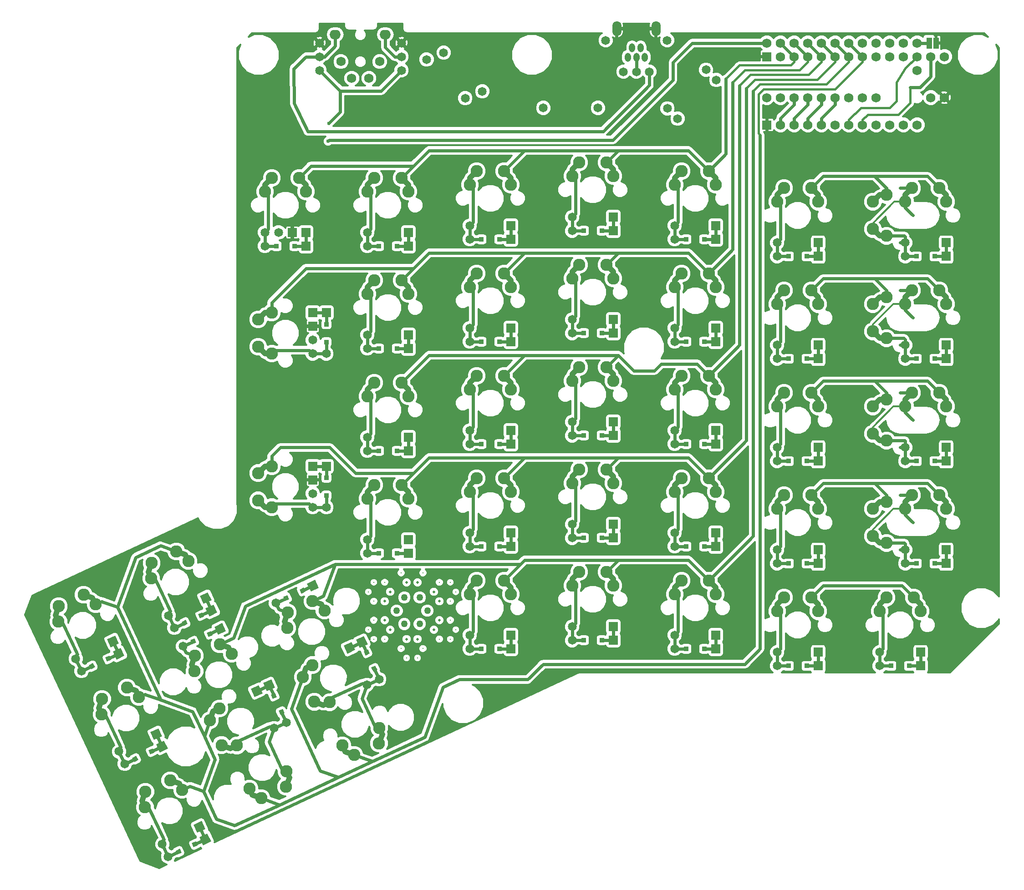
<source format=gbl>
G04 #@! TF.GenerationSoftware,KiCad,Pcbnew,5.1.5*
G04 #@! TF.CreationDate,2020-05-06T10:11:07+08:00*
G04 #@! TF.ProjectId,ErgoDOX,4572676f-444f-4582-9e6b-696361645f70,rev?*
G04 #@! TF.SameCoordinates,Original*
G04 #@! TF.FileFunction,Copper,L2,Bot*
G04 #@! TF.FilePolarity,Positive*
%FSLAX46Y46*%
G04 Gerber Fmt 4.6, Leading zero omitted, Abs format (unit mm)*
G04 Created by KiCad (PCBNEW 5.1.5) date 2020-05-06 10:11:07*
%MOMM*%
%LPD*%
G04 APERTURE LIST*
%ADD10C,0.609600*%
%ADD11O,1.143000X1.651000*%
%ADD12O,1.701800X2.794000*%
%ADD13C,1.651000*%
%ADD14C,1.752600*%
%ADD15R,1.752600X1.752600*%
%ADD16C,1.270000*%
%ADD17C,0.508000*%
%ADD18C,0.304800*%
%ADD19C,0.203200*%
%ADD20C,0.800000*%
%ADD21C,0.150000*%
%ADD22R,1.651000X1.651000*%
%ADD23C,2.286000*%
%ADD24R,1.016000X2.032000*%
%ADD25O,2.057400X1.752600*%
%ADD26C,2.283460*%
%ADD27R,0.838200X0.838200*%
%ADD28C,2.280920*%
%ADD29C,0.609600*%
%ADD30C,1.016000*%
%ADD31C,0.406400*%
%ADD32C,0.600000*%
%ADD33C,0.300000*%
%ADD34C,0.304800*%
G04 APERTURE END LIST*
D10*
X53341367Y-147187736D02*
X55286576Y-146280670D01*
X58302224Y-144874450D02*
X60247433Y-143967384D01*
X70605747Y-139135936D02*
X72550956Y-138228870D01*
X75566604Y-136822650D02*
X77511813Y-135915584D01*
X187642500Y-93672660D02*
X189788800Y-93672660D01*
X193116200Y-93672660D02*
X195262500Y-93672660D01*
X187642500Y-131772660D02*
X189788800Y-131772660D01*
X193116200Y-131772660D02*
X195262500Y-131772660D01*
X187642500Y-74625200D02*
X189788800Y-74625200D01*
X193116200Y-74625200D02*
X195262500Y-74625200D01*
X187642500Y-112722660D02*
X189788800Y-112722660D01*
X193116200Y-112722660D02*
X195262500Y-112722660D01*
X87630000Y-72720200D02*
X89776300Y-72720200D01*
X93103700Y-72720200D02*
X95250000Y-72720200D01*
X144780000Y-90497660D02*
X146926300Y-90497660D01*
X150253700Y-90497660D02*
X152400000Y-90497660D01*
X72554721Y-161349962D02*
X71647655Y-159404753D01*
X70241435Y-156389105D02*
X69334370Y-154443896D01*
X89819101Y-153298162D02*
X88912035Y-151352953D01*
X87505815Y-148337305D02*
X86598750Y-146392096D01*
X106680000Y-147647660D02*
X108826300Y-147647660D01*
X112153700Y-147647660D02*
X114300000Y-147647660D01*
X125730000Y-146050000D02*
X127876300Y-146050000D01*
X131203700Y-146050000D02*
X133350000Y-146050000D01*
X163830000Y-150822660D02*
X165976300Y-150822660D01*
X169303700Y-150822660D02*
X171450000Y-150822660D01*
X87630000Y-129867660D02*
X89776300Y-129867660D01*
X93103700Y-129867660D02*
X95250000Y-129867660D01*
X106680000Y-128597660D02*
X108826300Y-128597660D01*
X112153700Y-128597660D02*
X114300000Y-128597660D01*
X125730000Y-127000000D02*
X127876300Y-127000000D01*
X131203700Y-127000000D02*
X133350000Y-127000000D01*
X144780000Y-128597660D02*
X146926300Y-128597660D01*
X150253700Y-128597660D02*
X152400000Y-128597660D01*
X163830000Y-131772660D02*
X165976300Y-131772660D01*
X169303700Y-131772660D02*
X171450000Y-131772660D01*
X87630000Y-110817660D02*
X89776300Y-110817660D01*
X93103700Y-110817660D02*
X95250000Y-110817660D01*
X106680000Y-109547660D02*
X108826300Y-109547660D01*
X112153700Y-109547660D02*
X114300000Y-109547660D01*
X125730000Y-107950000D02*
X127876300Y-107950000D01*
X131203700Y-107950000D02*
X133350000Y-107950000D01*
X144780000Y-109547660D02*
X146926300Y-109547660D01*
X150253700Y-109547660D02*
X152400000Y-109547660D01*
X106680000Y-90497660D02*
X108826300Y-90497660D01*
X112153700Y-90497660D02*
X114300000Y-90497660D01*
X125730000Y-88900000D02*
X127876300Y-88900000D01*
X131203700Y-88900000D02*
X133350000Y-88900000D01*
X163830000Y-93672660D02*
X165976300Y-93672660D01*
X169303700Y-93672660D02*
X171450000Y-93672660D01*
X144780000Y-147647660D02*
X146926300Y-147647660D01*
X150253700Y-147647660D02*
X152400000Y-147647660D01*
X106680000Y-71447660D02*
X108826300Y-71447660D01*
X112153700Y-71447660D02*
X114300000Y-71447660D01*
X125730000Y-69850000D02*
X127876300Y-69850000D01*
X131203700Y-69850000D02*
X133350000Y-69850000D01*
X144780000Y-71447660D02*
X146926300Y-71447660D01*
X150253700Y-71447660D02*
X152400000Y-71447660D01*
X163830000Y-74625200D02*
X165976300Y-74625200D01*
X169303700Y-74625200D02*
X171450000Y-74625200D01*
X51730638Y-143735681D02*
X53675847Y-142828615D01*
X56691495Y-141422395D02*
X58636704Y-140515330D01*
X34466258Y-151784941D02*
X36411467Y-150877875D01*
X39427115Y-149471655D02*
X41372324Y-148564590D01*
X50567318Y-186316241D02*
X52512527Y-185409175D01*
X55528175Y-184002955D02*
X57473384Y-183095890D01*
X42515518Y-169049321D02*
X44460727Y-168142255D01*
X47476375Y-166736035D02*
X49421584Y-165828970D01*
X87630000Y-91767660D02*
X89776300Y-91767660D01*
X93103700Y-91767660D02*
X95250000Y-91767660D01*
X182880000Y-150822660D02*
X185026300Y-150822660D01*
X188353700Y-150822660D02*
X190500000Y-150822660D01*
X80010000Y-121295160D02*
X80010000Y-119148860D01*
X80010000Y-115821460D02*
X80010000Y-113675160D01*
X80010000Y-92720160D02*
X80010000Y-90573860D01*
X80010000Y-87246460D02*
X80010000Y-85100160D01*
X68580000Y-72720200D02*
X70726300Y-72720200D01*
X74053700Y-72720200D02*
X76200000Y-72720200D01*
X163830000Y-112722660D02*
X165976300Y-112722660D01*
X169303700Y-112722660D02*
X171450000Y-112722660D01*
D11*
X139242800Y-37553900D03*
X138442700Y-35806380D03*
X137642600Y-37553900D03*
X136842500Y-35806380D03*
X136042400Y-37553900D03*
D12*
X133995160Y-32230060D03*
X141290040Y-32230060D03*
D13*
X140055600Y-40259000D03*
X143357600Y-34417000D03*
X137642600Y-40259000D03*
X131927600Y-34417000D03*
X135229600Y-40259000D03*
D14*
X169545000Y-34925000D03*
X172085000Y-34925000D03*
X161925000Y-34925000D03*
X164465000Y-34925000D03*
X167005000Y-34925000D03*
X174625000Y-34925000D03*
X177165000Y-34925000D03*
X179705000Y-34925000D03*
X182245000Y-34925000D03*
X184785000Y-34925000D03*
X187325000Y-34925000D03*
X189865000Y-34925000D03*
X189865000Y-50165000D03*
X187325000Y-50165000D03*
X184785000Y-50165000D03*
X182245000Y-50165000D03*
X179705000Y-50165000D03*
X177165000Y-50165000D03*
X174625000Y-50165000D03*
X172085000Y-50165000D03*
X169545000Y-50165000D03*
X167005000Y-50165000D03*
X164465000Y-50165000D03*
D15*
X161925000Y-50165000D03*
D14*
X189865000Y-40005000D03*
D16*
X93087700Y-140557500D03*
X94510100Y-143018760D03*
X97352360Y-143018760D03*
X98777300Y-140557500D03*
X97354900Y-138096240D03*
X94512640Y-138096240D03*
D17*
X90852500Y-142315180D03*
X94916500Y-145835620D03*
X99993960Y-144075400D03*
X101012500Y-138799820D03*
X96948500Y-135279380D03*
X91871040Y-137039600D03*
X91868500Y-144075400D03*
X96945960Y-145835620D03*
X101012500Y-142315180D03*
X99996500Y-137039600D03*
X94919040Y-135279380D03*
X90855040Y-138799820D03*
D18*
X88820500Y-142315180D03*
X93900500Y-147595840D03*
X101009960Y-145835620D03*
X103044500Y-138799820D03*
X97964500Y-133519160D03*
X90855040Y-135279380D03*
X90852500Y-145835620D03*
X97961960Y-147595840D03*
X103044500Y-142315180D03*
X101012500Y-135279380D03*
X93903040Y-133519160D03*
X88823040Y-138799820D03*
D19*
X87804500Y-144075400D03*
X94916500Y-149356060D03*
X103041960Y-145835620D03*
X104060500Y-137039600D03*
X96948500Y-131758940D03*
X88823040Y-135279380D03*
X88820500Y-145835620D03*
X96945960Y-149356060D03*
X104060500Y-144075400D03*
X103044500Y-135279380D03*
X94919040Y-131758940D03*
X87804500Y-137039600D03*
D20*
X100190000Y-58530000D03*
X177240000Y-132590000D03*
X157790000Y-132510000D03*
X138670000Y-134080000D03*
X119940000Y-134000000D03*
X59870000Y-171840000D03*
X101490000Y-129460000D03*
X155300000Y-37140000D03*
X174460000Y-54430000D03*
X78130000Y-55020000D03*
X138750000Y-64400000D03*
D14*
X164465000Y-37465000D03*
X167005000Y-37465000D03*
X169545000Y-37465000D03*
X172085000Y-37465000D03*
X174625000Y-37465000D03*
X177165000Y-37465000D03*
X179705000Y-37465000D03*
X182245000Y-37465000D03*
X184785000Y-37465000D03*
X187325000Y-37465000D03*
X189865000Y-37465000D03*
X192405000Y-37465000D03*
X194945000Y-37465000D03*
D15*
X161925000Y-37465000D03*
D14*
X194945000Y-45085000D03*
X192405000Y-45085000D03*
X182245000Y-45085000D03*
X179705000Y-45085000D03*
X177165000Y-45085000D03*
X174625000Y-45085000D03*
X172085000Y-45085000D03*
X169545000Y-45085000D03*
X167005000Y-45085000D03*
X164465000Y-45085000D03*
X161925000Y-45085000D03*
D13*
X53341367Y-147187736D03*
G04 #@! TA.AperFunction,SMDPad,CuDef*
D21*
G36*
X55083862Y-146837623D02*
G01*
X54729623Y-146077956D01*
X55489290Y-145723717D01*
X55843529Y-146483384D01*
X55083862Y-146837623D01*
G37*
G04 #@! TD.AperFunction*
G04 #@! TA.AperFunction,ComponentPad*
G36*
X59848147Y-145064412D02*
G01*
X59150405Y-143568098D01*
X60646719Y-142870356D01*
X61344461Y-144366670D01*
X59848147Y-145064412D01*
G37*
G04 #@! TD.AperFunction*
G04 #@! TA.AperFunction,SMDPad,CuDef*
G36*
X58099510Y-145431403D02*
G01*
X57745271Y-144671736D01*
X58504938Y-144317497D01*
X58859177Y-145077164D01*
X58099510Y-145431403D01*
G37*
G04 #@! TD.AperFunction*
D13*
X70605747Y-139135936D03*
G04 #@! TA.AperFunction,SMDPad,CuDef*
D21*
G36*
X72348242Y-138785823D02*
G01*
X71994003Y-138026156D01*
X72753670Y-137671917D01*
X73107909Y-138431584D01*
X72348242Y-138785823D01*
G37*
G04 #@! TD.AperFunction*
G04 #@! TA.AperFunction,ComponentPad*
G36*
X77112527Y-137012612D02*
G01*
X76414785Y-135516298D01*
X77911099Y-134818556D01*
X78608841Y-136314870D01*
X77112527Y-137012612D01*
G37*
G04 #@! TD.AperFunction*
G04 #@! TA.AperFunction,SMDPad,CuDef*
G36*
X75363890Y-137379603D02*
G01*
X75009651Y-136619936D01*
X75769318Y-136265697D01*
X76123557Y-137025364D01*
X75363890Y-137379603D01*
G37*
G04 #@! TD.AperFunction*
D13*
X77470000Y-118755160D03*
D22*
X77470000Y-116215160D03*
D13*
X77470000Y-90180160D03*
D22*
X77470000Y-87640160D03*
D13*
X71120000Y-70180200D03*
D22*
X73660000Y-70180200D03*
D23*
X77434621Y-138754526D03*
X72753017Y-143740174D03*
X79659082Y-140519823D03*
X72830577Y-140901427D03*
X60170241Y-146806326D03*
X55488637Y-151791974D03*
X62394702Y-148571623D03*
X55566197Y-148953227D03*
X85176179Y-167376434D03*
X89857783Y-162390786D03*
X82951718Y-165611137D03*
X89780223Y-165229533D03*
X67909259Y-175425694D03*
X72590863Y-170440046D03*
X65684798Y-173660397D03*
X72513303Y-173278793D03*
D13*
X152499602Y-41810398D03*
X145315398Y-48994602D03*
X150594602Y-39905398D03*
X143410398Y-47089602D03*
X130492500Y-46990000D03*
X120332500Y-46990000D03*
X101817898Y-36730398D03*
X109002102Y-43914602D03*
X98642898Y-38000398D03*
X105827102Y-45184602D03*
X78740000Y-40005000D03*
X78740000Y-37465000D03*
X78740000Y-34925000D03*
X93980000Y-40005000D03*
X93980000Y-37465000D03*
X93980000Y-34925000D03*
D24*
X192087500Y-34925000D03*
X193357500Y-34925000D03*
D25*
X90957400Y-33375600D03*
D14*
X82702400Y-38379400D03*
X87909400Y-41478200D03*
D25*
X81661000Y-33375600D03*
D14*
X84709000Y-41478200D03*
X89916000Y-38379400D03*
D23*
X193992500Y-80972660D03*
X187642500Y-83512660D03*
D26*
X195262500Y-83512660D03*
D23*
X188912500Y-80972660D03*
D13*
X187642500Y-91132660D03*
D22*
X195262500Y-91132660D03*
D13*
X187642500Y-93672660D03*
D22*
X195262500Y-93672660D03*
D27*
X189788800Y-93672660D03*
X193116200Y-93672660D03*
D28*
X181610000Y-83512660D03*
X184150000Y-82242660D03*
X184150000Y-89862660D03*
X181610000Y-88592660D03*
D23*
X193992500Y-119072660D03*
X187642500Y-121612660D03*
D26*
X195262500Y-121612660D03*
D23*
X188912500Y-119072660D03*
D13*
X187642500Y-129232660D03*
D22*
X195262500Y-129232660D03*
D13*
X187642500Y-131772660D03*
D22*
X195262500Y-131772660D03*
D27*
X189788800Y-131772660D03*
X193116200Y-131772660D03*
D28*
X181610000Y-121612660D03*
X184150000Y-120342660D03*
X184150000Y-127962660D03*
X181610000Y-126692660D03*
D23*
X193992500Y-61925200D03*
X187642500Y-64465200D03*
D26*
X195262500Y-64465200D03*
D23*
X188912500Y-61925200D03*
D13*
X187642500Y-72085200D03*
D22*
X195262500Y-72085200D03*
D13*
X187642500Y-74625200D03*
D22*
X195262500Y-74625200D03*
D27*
X189788800Y-74625200D03*
X193116200Y-74625200D03*
D28*
X181610000Y-64465200D03*
X184150000Y-63195200D03*
X184150000Y-70815200D03*
X181610000Y-69545200D03*
D23*
X193992500Y-100022660D03*
X187642500Y-102562660D03*
D26*
X195262500Y-102562660D03*
D23*
X188912500Y-100022660D03*
D13*
X187642500Y-110182660D03*
D22*
X195262500Y-110182660D03*
D13*
X187642500Y-112722660D03*
D22*
X195262500Y-112722660D03*
D27*
X189788800Y-112722660D03*
X193116200Y-112722660D03*
D28*
X181610000Y-102562660D03*
X184150000Y-101292660D03*
X184150000Y-108912660D03*
X181610000Y-107642660D03*
D23*
X93980000Y-60020200D03*
X87630000Y-62560200D03*
X95250000Y-62560200D03*
X88900000Y-60020200D03*
D13*
X87630000Y-70180200D03*
D22*
X95250000Y-70180200D03*
D13*
X87630000Y-72720200D03*
D22*
X95250000Y-72720200D03*
D27*
X89776300Y-72720200D03*
X93103700Y-72720200D03*
D23*
X151130000Y-77797660D03*
X144780000Y-80337660D03*
X152400000Y-80337660D03*
X146050000Y-77797660D03*
D13*
X144780000Y-87957660D03*
D22*
X152400000Y-87957660D03*
D13*
X144780000Y-90497660D03*
D22*
X152400000Y-90497660D03*
D27*
X146926300Y-90497660D03*
X150253700Y-90497660D03*
D23*
X58360986Y-160962159D03*
X63346634Y-165643763D03*
X60126283Y-158737698D03*
X60507887Y-165566203D03*
D13*
X70252699Y-162423412D03*
G04 #@! TA.AperFunction,ComponentPad*
D21*
G36*
X68129376Y-155916633D02*
G01*
X66633062Y-156614375D01*
X65935320Y-155118061D01*
X67431634Y-154420319D01*
X68129376Y-155916633D01*
G37*
G04 #@! TD.AperFunction*
D13*
X72554721Y-161349962D03*
G04 #@! TA.AperFunction,ComponentPad*
D21*
G36*
X70431398Y-154843182D02*
G01*
X68935084Y-155540924D01*
X68237342Y-154044610D01*
X69733656Y-153346868D01*
X70431398Y-154843182D01*
G37*
G04 #@! TD.AperFunction*
G04 #@! TA.AperFunction,SMDPad,CuDef*
G36*
X72204608Y-159607467D02*
G01*
X71444941Y-159961706D01*
X71090702Y-159202039D01*
X71850369Y-158847800D01*
X72204608Y-159607467D01*
G37*
G04 #@! TD.AperFunction*
G04 #@! TA.AperFunction,SMDPad,CuDef*
G36*
X70798388Y-156591819D02*
G01*
X70038721Y-156946058D01*
X69684482Y-156186391D01*
X70444149Y-155832152D01*
X70798388Y-156591819D01*
G37*
G04 #@! TD.AperFunction*
D23*
X75625366Y-152910359D03*
X80611014Y-157591963D03*
X77390663Y-150685898D03*
X77772267Y-157514403D03*
D13*
X87517079Y-154371612D03*
G04 #@! TA.AperFunction,ComponentPad*
D21*
G36*
X85393756Y-147864833D02*
G01*
X83897442Y-148562575D01*
X83199700Y-147066261D01*
X84696014Y-146368519D01*
X85393756Y-147864833D01*
G37*
G04 #@! TD.AperFunction*
D13*
X89819101Y-153298162D03*
G04 #@! TA.AperFunction,ComponentPad*
D21*
G36*
X87695778Y-146791382D02*
G01*
X86199464Y-147489124D01*
X85501722Y-145992810D01*
X86998036Y-145295068D01*
X87695778Y-146791382D01*
G37*
G04 #@! TD.AperFunction*
G04 #@! TA.AperFunction,SMDPad,CuDef*
G36*
X89468988Y-151555667D02*
G01*
X88709321Y-151909906D01*
X88355082Y-151150239D01*
X89114749Y-150796000D01*
X89468988Y-151555667D01*
G37*
G04 #@! TD.AperFunction*
G04 #@! TA.AperFunction,SMDPad,CuDef*
G36*
X88062768Y-148540019D02*
G01*
X87303101Y-148894258D01*
X86948862Y-148134591D01*
X87708529Y-147780352D01*
X88062768Y-148540019D01*
G37*
G04 #@! TD.AperFunction*
D23*
X113030000Y-134947660D03*
X106680000Y-137487660D03*
X114300000Y-137487660D03*
X107950000Y-134947660D03*
D13*
X106680000Y-145107660D03*
D22*
X114300000Y-145107660D03*
D13*
X106680000Y-147647660D03*
D22*
X114300000Y-147647660D03*
D27*
X108826300Y-147647660D03*
X112153700Y-147647660D03*
D23*
X132080000Y-133350000D03*
X125730000Y-135890000D03*
X133350000Y-135890000D03*
X127000000Y-133350000D03*
D13*
X125730000Y-143510000D03*
D22*
X133350000Y-143510000D03*
D13*
X125730000Y-146050000D03*
D22*
X133350000Y-146050000D03*
D27*
X127876300Y-146050000D03*
X131203700Y-146050000D03*
D23*
X170180000Y-138122660D03*
X163830000Y-140662660D03*
X171450000Y-140662660D03*
X165100000Y-138122660D03*
D13*
X163830000Y-148282660D03*
D22*
X171450000Y-148282660D03*
D13*
X163830000Y-150822660D03*
D22*
X171450000Y-150822660D03*
D27*
X165976300Y-150822660D03*
X169303700Y-150822660D03*
D23*
X93980000Y-117167660D03*
X87630000Y-119707660D03*
X95250000Y-119707660D03*
X88900000Y-117167660D03*
D13*
X87630000Y-127327660D03*
D22*
X95250000Y-127327660D03*
D13*
X87630000Y-129867660D03*
D22*
X95250000Y-129867660D03*
D27*
X89776300Y-129867660D03*
X93103700Y-129867660D03*
D23*
X113030000Y-115897660D03*
X106680000Y-118437660D03*
X114300000Y-118437660D03*
X107950000Y-115897660D03*
D13*
X106680000Y-126057660D03*
D22*
X114300000Y-126057660D03*
D13*
X106680000Y-128597660D03*
D22*
X114300000Y-128597660D03*
D27*
X108826300Y-128597660D03*
X112153700Y-128597660D03*
D23*
X132080000Y-114300000D03*
X125730000Y-116840000D03*
X133350000Y-116840000D03*
X127000000Y-114300000D03*
D13*
X125730000Y-124460000D03*
D22*
X133350000Y-124460000D03*
D13*
X125730000Y-127000000D03*
D22*
X133350000Y-127000000D03*
D27*
X127876300Y-127000000D03*
X131203700Y-127000000D03*
D23*
X151130000Y-115897660D03*
X144780000Y-118437660D03*
X152400000Y-118437660D03*
X146050000Y-115897660D03*
D13*
X144780000Y-126057660D03*
D22*
X152400000Y-126057660D03*
D13*
X144780000Y-128597660D03*
D22*
X152400000Y-128597660D03*
D27*
X146926300Y-128597660D03*
X150253700Y-128597660D03*
D23*
X170180000Y-119072660D03*
X163830000Y-121612660D03*
X171450000Y-121612660D03*
X165100000Y-119072660D03*
D13*
X163830000Y-129232660D03*
D22*
X171450000Y-129232660D03*
D13*
X163830000Y-131772660D03*
D22*
X171450000Y-131772660D03*
D27*
X165976300Y-131772660D03*
X169303700Y-131772660D03*
D23*
X93980000Y-98117660D03*
X87630000Y-100657660D03*
X95250000Y-100657660D03*
X88900000Y-98117660D03*
D13*
X87630000Y-108277660D03*
D22*
X95250000Y-108277660D03*
D13*
X87630000Y-110817660D03*
D22*
X95250000Y-110817660D03*
D27*
X89776300Y-110817660D03*
X93103700Y-110817660D03*
D23*
X113030000Y-96847660D03*
X106680000Y-99387660D03*
X114300000Y-99387660D03*
X107950000Y-96847660D03*
D13*
X106680000Y-107007660D03*
D22*
X114300000Y-107007660D03*
D13*
X106680000Y-109547660D03*
D22*
X114300000Y-109547660D03*
D27*
X108826300Y-109547660D03*
X112153700Y-109547660D03*
D23*
X132080000Y-95250000D03*
X125730000Y-97790000D03*
X133350000Y-97790000D03*
X127000000Y-95250000D03*
D13*
X125730000Y-105410000D03*
D22*
X133350000Y-105410000D03*
D13*
X125730000Y-107950000D03*
D22*
X133350000Y-107950000D03*
D27*
X127876300Y-107950000D03*
X131203700Y-107950000D03*
D23*
X151130000Y-96847660D03*
X144780000Y-99387660D03*
X152400000Y-99387660D03*
X146050000Y-96847660D03*
D13*
X144780000Y-107007660D03*
D22*
X152400000Y-107007660D03*
D13*
X144780000Y-109547660D03*
D22*
X152400000Y-109547660D03*
D27*
X146926300Y-109547660D03*
X150253700Y-109547660D03*
D23*
X113030000Y-77797660D03*
X106680000Y-80337660D03*
X114300000Y-80337660D03*
X107950000Y-77797660D03*
D13*
X106680000Y-87957660D03*
D22*
X114300000Y-87957660D03*
D13*
X106680000Y-90497660D03*
D22*
X114300000Y-90497660D03*
D27*
X108826300Y-90497660D03*
X112153700Y-90497660D03*
D23*
X132080000Y-76200000D03*
X125730000Y-78740000D03*
X133350000Y-78740000D03*
X127000000Y-76200000D03*
D13*
X125730000Y-86360000D03*
D22*
X133350000Y-86360000D03*
D13*
X125730000Y-88900000D03*
D22*
X133350000Y-88900000D03*
D27*
X127876300Y-88900000D03*
X131203700Y-88900000D03*
D23*
X170180000Y-80972660D03*
X163830000Y-83512660D03*
X171450000Y-83512660D03*
X165100000Y-80972660D03*
D13*
X163830000Y-91132660D03*
D22*
X171450000Y-91132660D03*
D13*
X163830000Y-93672660D03*
D22*
X171450000Y-93672660D03*
D27*
X165976300Y-93672660D03*
X169303700Y-93672660D03*
D23*
X151130000Y-134947660D03*
X144780000Y-137487660D03*
X152400000Y-137487660D03*
X146050000Y-134947660D03*
D13*
X144780000Y-145107660D03*
D22*
X152400000Y-145107660D03*
D13*
X144780000Y-147647660D03*
D22*
X152400000Y-147647660D03*
D27*
X146926300Y-147647660D03*
X150253700Y-147647660D03*
D23*
X113030000Y-58747660D03*
X106680000Y-61287660D03*
X114300000Y-61287660D03*
X107950000Y-58747660D03*
D13*
X106680000Y-68907660D03*
D22*
X114300000Y-68907660D03*
D13*
X106680000Y-71447660D03*
D22*
X114300000Y-71447660D03*
D27*
X108826300Y-71447660D03*
X112153700Y-71447660D03*
D23*
X132080000Y-57150000D03*
X125730000Y-59690000D03*
X133350000Y-59690000D03*
X127000000Y-57150000D03*
D13*
X125730000Y-67310000D03*
D22*
X133350000Y-67310000D03*
D13*
X125730000Y-69850000D03*
D22*
X133350000Y-69850000D03*
D27*
X127876300Y-69850000D03*
X131203700Y-69850000D03*
D23*
X151130000Y-58747660D03*
X144780000Y-61287660D03*
X152400000Y-61287660D03*
X146050000Y-58747660D03*
D13*
X144780000Y-68907660D03*
D22*
X152400000Y-68907660D03*
D13*
X144780000Y-71447660D03*
D22*
X152400000Y-71447660D03*
D27*
X146926300Y-71447660D03*
X150253700Y-71447660D03*
D23*
X170180000Y-61925200D03*
X163830000Y-64465200D03*
X171450000Y-64465200D03*
X165100000Y-61925200D03*
D13*
X163830000Y-72085200D03*
D22*
X171450000Y-72085200D03*
D13*
X163830000Y-74625200D03*
D22*
X171450000Y-74625200D03*
D27*
X165976300Y-74625200D03*
X169303700Y-74625200D03*
D23*
X52118441Y-129541946D03*
X47436837Y-134527594D03*
X54342902Y-131307243D03*
X47514397Y-131688847D03*
D13*
X50657188Y-141433659D03*
G04 #@! TA.AperFunction,ComponentPad*
D21*
G36*
X57163967Y-139310336D02*
G01*
X56466225Y-137814022D01*
X57962539Y-137116280D01*
X58660281Y-138612594D01*
X57163967Y-139310336D01*
G37*
G04 #@! TD.AperFunction*
D13*
X51730638Y-143735681D03*
G04 #@! TA.AperFunction,ComponentPad*
D21*
G36*
X58237418Y-141612358D02*
G01*
X57539676Y-140116044D01*
X59035990Y-139418302D01*
X59733732Y-140914616D01*
X58237418Y-141612358D01*
G37*
G04 #@! TD.AperFunction*
G04 #@! TA.AperFunction,SMDPad,CuDef*
G36*
X53473133Y-143385568D02*
G01*
X53118894Y-142625901D01*
X53878561Y-142271662D01*
X54232800Y-143031329D01*
X53473133Y-143385568D01*
G37*
G04 #@! TD.AperFunction*
G04 #@! TA.AperFunction,SMDPad,CuDef*
G36*
X56488781Y-141979348D02*
G01*
X56134542Y-141219681D01*
X56894209Y-140865442D01*
X57248448Y-141625109D01*
X56488781Y-141979348D01*
G37*
G04 #@! TD.AperFunction*
D23*
X34854061Y-137591206D03*
X30172457Y-142576854D03*
X37078522Y-139356503D03*
X30250017Y-139738107D03*
D13*
X33392808Y-149482919D03*
G04 #@! TA.AperFunction,ComponentPad*
D21*
G36*
X39899587Y-147359596D02*
G01*
X39201845Y-145863282D01*
X40698159Y-145165540D01*
X41395901Y-146661854D01*
X39899587Y-147359596D01*
G37*
G04 #@! TD.AperFunction*
D13*
X34466258Y-151784941D03*
G04 #@! TA.AperFunction,ComponentPad*
D21*
G36*
X40973038Y-149661618D02*
G01*
X40275296Y-148165304D01*
X41771610Y-147467562D01*
X42469352Y-148963876D01*
X40973038Y-149661618D01*
G37*
G04 #@! TD.AperFunction*
G04 #@! TA.AperFunction,SMDPad,CuDef*
G36*
X36208753Y-151434828D02*
G01*
X35854514Y-150675161D01*
X36614181Y-150320922D01*
X36968420Y-151080589D01*
X36208753Y-151434828D01*
G37*
G04 #@! TD.AperFunction*
G04 #@! TA.AperFunction,SMDPad,CuDef*
G36*
X39224401Y-150028608D02*
G01*
X38870162Y-149268941D01*
X39629829Y-148914702D01*
X39984068Y-149674369D01*
X39224401Y-150028608D01*
G37*
G04 #@! TD.AperFunction*
D23*
X50955121Y-172122506D03*
X46273517Y-177108154D03*
X53179582Y-173887803D03*
X46351077Y-174269407D03*
D13*
X49493868Y-184014219D03*
G04 #@! TA.AperFunction,ComponentPad*
D21*
G36*
X56000647Y-181890896D02*
G01*
X55302905Y-180394582D01*
X56799219Y-179696840D01*
X57496961Y-181193154D01*
X56000647Y-181890896D01*
G37*
G04 #@! TD.AperFunction*
D13*
X50567318Y-186316241D03*
G04 #@! TA.AperFunction,ComponentPad*
D21*
G36*
X57074098Y-184192918D02*
G01*
X56376356Y-182696604D01*
X57872670Y-181998862D01*
X58570412Y-183495176D01*
X57074098Y-184192918D01*
G37*
G04 #@! TD.AperFunction*
G04 #@! TA.AperFunction,SMDPad,CuDef*
G36*
X52309813Y-185966128D02*
G01*
X51955574Y-185206461D01*
X52715241Y-184852222D01*
X53069480Y-185611889D01*
X52309813Y-185966128D01*
G37*
G04 #@! TD.AperFunction*
G04 #@! TA.AperFunction,SMDPad,CuDef*
G36*
X55325461Y-184559908D02*
G01*
X54971222Y-183800241D01*
X55730889Y-183446002D01*
X56085128Y-184205669D01*
X55325461Y-184559908D01*
G37*
G04 #@! TD.AperFunction*
D23*
X42903321Y-154855586D03*
X38221717Y-159841234D03*
X45127782Y-156620883D03*
X38299277Y-157002487D03*
D13*
X41442068Y-166747299D03*
G04 #@! TA.AperFunction,ComponentPad*
D21*
G36*
X47948847Y-164623976D02*
G01*
X47251105Y-163127662D01*
X48747419Y-162429920D01*
X49445161Y-163926234D01*
X47948847Y-164623976D01*
G37*
G04 #@! TD.AperFunction*
D13*
X42515518Y-169049321D03*
G04 #@! TA.AperFunction,ComponentPad*
D21*
G36*
X49022298Y-166925998D02*
G01*
X48324556Y-165429684D01*
X49820870Y-164731942D01*
X50518612Y-166228256D01*
X49022298Y-166925998D01*
G37*
G04 #@! TD.AperFunction*
G04 #@! TA.AperFunction,SMDPad,CuDef*
G36*
X44258013Y-168699208D02*
G01*
X43903774Y-167939541D01*
X44663441Y-167585302D01*
X45017680Y-168344969D01*
X44258013Y-168699208D01*
G37*
G04 #@! TD.AperFunction*
G04 #@! TA.AperFunction,SMDPad,CuDef*
G36*
X47273661Y-167292988D02*
G01*
X46919422Y-166533321D01*
X47679089Y-166179082D01*
X48033328Y-166938749D01*
X47273661Y-167292988D01*
G37*
G04 #@! TD.AperFunction*
D23*
X93980000Y-79067660D03*
X87630000Y-81607660D03*
X95250000Y-81607660D03*
X88900000Y-79067660D03*
D13*
X87630000Y-89227660D03*
D22*
X95250000Y-89227660D03*
D13*
X87630000Y-91767660D03*
D22*
X95250000Y-91767660D03*
D27*
X89776300Y-91767660D03*
X93103700Y-91767660D03*
D23*
X189230000Y-138122660D03*
X182880000Y-140662660D03*
X190500000Y-140662660D03*
X184150000Y-138122660D03*
D13*
X182880000Y-148282660D03*
D22*
X190500000Y-148282660D03*
D13*
X182880000Y-150822660D03*
D22*
X190500000Y-150822660D03*
D27*
X185026300Y-150822660D03*
X188353700Y-150822660D03*
D23*
X67310000Y-114945160D03*
X69850000Y-121295160D03*
X69850000Y-113675160D03*
X67310000Y-120025160D03*
D13*
X77470000Y-121295160D03*
D22*
X77470000Y-113675160D03*
D13*
X80010000Y-121295160D03*
D22*
X80010000Y-113675160D03*
D27*
X80010000Y-119148860D03*
X80010000Y-115821460D03*
D23*
X67310000Y-86370160D03*
X69850000Y-92720160D03*
X69850000Y-85100160D03*
X67310000Y-91450160D03*
D13*
X77470000Y-92720160D03*
D22*
X77470000Y-85100160D03*
D13*
X80010000Y-92720160D03*
D22*
X80010000Y-85100160D03*
D27*
X80010000Y-90573860D03*
X80010000Y-87246460D03*
D23*
X74930000Y-60020200D03*
X68580000Y-62560200D03*
X76200000Y-62560200D03*
X69850000Y-60020200D03*
D13*
X68580000Y-70180200D03*
D22*
X76200000Y-70180200D03*
D13*
X68580000Y-72720200D03*
D22*
X76200000Y-72720200D03*
D27*
X70726300Y-72720200D03*
X74053700Y-72720200D03*
D23*
X170180000Y-100022660D03*
X163830000Y-102562660D03*
X171450000Y-102562660D03*
X165100000Y-100022660D03*
D13*
X163830000Y-110182660D03*
D22*
X171450000Y-110182660D03*
D13*
X163830000Y-112722660D03*
D22*
X171450000Y-112722660D03*
D27*
X165976300Y-112722660D03*
X169303700Y-112722660D03*
D29*
X80470000Y-49840000D03*
X80300000Y-53200000D03*
D10*
X195262500Y-72085200D02*
X195262500Y-74625200D01*
X195262500Y-129232660D02*
X195262500Y-131772660D01*
X195262500Y-110182660D02*
X195262500Y-112722660D01*
X195262500Y-91132660D02*
X195262500Y-93672660D01*
X190500000Y-148282660D02*
X190500000Y-150822660D01*
X171450000Y-72085200D02*
X171450000Y-74625200D01*
X171450000Y-148282660D02*
X171450000Y-150822660D01*
X171450000Y-91132660D02*
X171450000Y-93672660D01*
X171450000Y-129232660D02*
X171450000Y-131772660D01*
X171450000Y-110182660D02*
X171450000Y-112722660D01*
X57472580Y-183095900D02*
X56400700Y-180794660D01*
X133350000Y-105410000D02*
X133350000Y-107950000D01*
X133350000Y-67310000D02*
X133350000Y-69850000D01*
X133350000Y-143510000D02*
X133350000Y-146050000D01*
X133350000Y-86360000D02*
X133350000Y-88900000D01*
X172085000Y-48895000D02*
X172085000Y-50165000D01*
X133350000Y-124460000D02*
X133350000Y-127000000D01*
X174625000Y-46355000D02*
X172085000Y-48895000D01*
X174625000Y-45085000D02*
X174625000Y-46355000D01*
X84297520Y-147464780D02*
X86601300Y-146392900D01*
X152400000Y-87957660D02*
X152400000Y-90497660D01*
X152400000Y-68907660D02*
X152400000Y-71447660D01*
X152400000Y-145107660D02*
X152400000Y-147647660D01*
X152400000Y-126057660D02*
X152400000Y-128597660D01*
X152400000Y-107007660D02*
X152400000Y-109547660D01*
X67033140Y-155516580D02*
X69334380Y-154442160D01*
X114300000Y-87957660D02*
X114300000Y-90497660D01*
X114300000Y-126057660D02*
X114300000Y-128597660D01*
X114300000Y-107007660D02*
X114300000Y-109547660D01*
X172085000Y-46355000D02*
X169545000Y-48895000D01*
X49423320Y-165831520D02*
X48348900Y-163527740D01*
X114300000Y-145107660D02*
X114300000Y-147647660D01*
X169545000Y-48895000D02*
X169545000Y-50165000D01*
X172085000Y-45085000D02*
X172085000Y-46355000D01*
X114300000Y-68907660D02*
X114300000Y-71447660D01*
X169545000Y-45085000D02*
X169545000Y-46355000D01*
X57564020Y-138211560D02*
X58635900Y-140515340D01*
X95250000Y-89227660D02*
X95250000Y-91767660D01*
X95250000Y-108277660D02*
X95250000Y-110817660D01*
X167005000Y-48895000D02*
X167005000Y-50165000D01*
X169545000Y-46355000D02*
X167005000Y-48895000D01*
X95250000Y-70180200D02*
X95250000Y-72720200D01*
X40297100Y-146263360D02*
X41371520Y-148564600D01*
X76200000Y-70180200D02*
X76200000Y-72720200D01*
X164465000Y-48895000D02*
X164465000Y-50165000D01*
X77470000Y-85100160D02*
X80010000Y-85100160D01*
X167005000Y-46355000D02*
X164465000Y-48895000D01*
X167005000Y-45085000D02*
X167005000Y-46355000D01*
X77470000Y-113675160D02*
X80010000Y-113675160D01*
X177165000Y-34925000D02*
X179705000Y-37465000D01*
X73477120Y-158818580D02*
X78844140Y-170327320D01*
X53179980Y-173888400D02*
X54617620Y-173217840D01*
X78844140Y-170327320D02*
X82219800Y-171556680D01*
X98333560Y-164043360D02*
X101711760Y-154759660D01*
X88549480Y-168605200D02*
X98333560Y-164043360D01*
D30*
X34853880Y-137591800D02*
X36540440Y-138206480D01*
D10*
X101711760Y-154759660D02*
X104729280Y-153352500D01*
D30*
X42903140Y-154856180D02*
X44592240Y-155470860D01*
D10*
X55140860Y-159311340D02*
X49232820Y-157159960D01*
X49164240Y-128465580D02*
X44561760Y-130614420D01*
D30*
X52644040Y-172737780D02*
X53179980Y-173888400D01*
D10*
X75628500Y-152910540D02*
X73477120Y-158818580D01*
D30*
X76240640Y-151223980D02*
X77393800Y-150685500D01*
X75628500Y-152910540D02*
X76240640Y-151223980D01*
X58976260Y-159273240D02*
X60126880Y-158737300D01*
D10*
X82219800Y-171556680D02*
X88549480Y-168605200D01*
X71285100Y-176654460D02*
X82219800Y-171556680D01*
D30*
X50954940Y-172123100D02*
X52644040Y-172737780D01*
D10*
X67909440Y-175427640D02*
X71285100Y-176654460D01*
X38229540Y-138821160D02*
X41183560Y-139895580D01*
X37078920Y-139357100D02*
X38229540Y-138821160D01*
X46278800Y-156085540D02*
X49232820Y-157159960D01*
X45128180Y-156621480D02*
X46278800Y-156085540D01*
X59565540Y-179318920D02*
X57150000Y-174137320D01*
X62941200Y-180545740D02*
X59565540Y-179318920D01*
X71285100Y-176654460D02*
X62941200Y-180545740D01*
X54617620Y-173217840D02*
X57150000Y-174137320D01*
X52118260Y-129542540D02*
X49164240Y-128465580D01*
D31*
X161290000Y-43497500D02*
X160337500Y-44450000D01*
D10*
X41183560Y-139895580D02*
X49232820Y-157159960D01*
D30*
X58361580Y-160962340D02*
X58976260Y-159273240D01*
D10*
X59298840Y-168231820D02*
X57287160Y-163913820D01*
X157797500Y-150495000D02*
X120332500Y-150495000D01*
X57287160Y-163913820D02*
X55140860Y-159311340D01*
X160655000Y-52070000D02*
X160655000Y-147637500D01*
D31*
X160337500Y-44450000D02*
X160337500Y-51752500D01*
X160337500Y-51752500D02*
X160655000Y-52070000D01*
X174625000Y-43497500D02*
X161290000Y-43497500D01*
D10*
X104729280Y-153352500D02*
X117475000Y-153352500D01*
X160655000Y-147637500D02*
X157797500Y-150495000D01*
D31*
X179705000Y-38417500D02*
X179705000Y-37465000D01*
D10*
X120332500Y-150495000D02*
X117475000Y-153352500D01*
D31*
X179705000Y-38417500D02*
X174625000Y-43497500D01*
D30*
X44592240Y-155470860D02*
X45128180Y-156621480D01*
D10*
X58361580Y-160962340D02*
X57287160Y-163913820D01*
X85176360Y-167375840D02*
X88549480Y-168605200D01*
D30*
X67909440Y-175427640D02*
X66222880Y-174812960D01*
X53807360Y-130154680D02*
X54343300Y-131307840D01*
X52118260Y-129542540D02*
X53807360Y-130154680D01*
D10*
X57150000Y-174137320D02*
X59298840Y-168231820D01*
D30*
X85176360Y-167375840D02*
X83487260Y-166761160D01*
X66222880Y-174812960D02*
X65684400Y-173662340D01*
X83487260Y-166761160D02*
X82951320Y-165610540D01*
D10*
X44561760Y-130614420D02*
X41183560Y-139895580D01*
D30*
X36540440Y-138206480D02*
X37078920Y-139357100D01*
X114300000Y-136217660D02*
X114300000Y-137487660D01*
X190500000Y-139392660D02*
X190500000Y-140662660D01*
D10*
X172402500Y-135890000D02*
X186997340Y-135890000D01*
D30*
X152400000Y-136217660D02*
X152400000Y-137487660D01*
D31*
X172974000Y-42608500D02*
X160591500Y-42608500D01*
D10*
X186997340Y-135890000D02*
X189230000Y-138122660D01*
X159385000Y-126692660D02*
X159385000Y-43815000D01*
X115892580Y-132085080D02*
X113030000Y-134947660D01*
X116067840Y-131909820D02*
X115892580Y-132085080D01*
D30*
X132080000Y-133350000D02*
X133350000Y-134620000D01*
D10*
X81600040Y-131909820D02*
X116067840Y-131909820D01*
D30*
X77434440Y-138755120D02*
X79123540Y-139369800D01*
D10*
X60170060Y-146806920D02*
X62758320Y-145597880D01*
X170180000Y-138122660D02*
X170180000Y-138112500D01*
D30*
X60170060Y-146806920D02*
X61856620Y-147421600D01*
X79123540Y-139369800D02*
X79659480Y-140520420D01*
D10*
X170180000Y-138112500D02*
X172402500Y-135890000D01*
X134302500Y-131127500D02*
X147309840Y-131127500D01*
X77434440Y-138755120D02*
X79448660Y-137815320D01*
X174625000Y-34925000D02*
X177165000Y-37465000D01*
X147309840Y-131127500D02*
X151130000Y-134947660D01*
X64909700Y-139692380D02*
X81600040Y-131909820D01*
D31*
X160591500Y-42608500D02*
X159385000Y-43815000D01*
D30*
X61856620Y-147421600D02*
X62395100Y-148572220D01*
D10*
X134302500Y-131127500D02*
X116850160Y-131127500D01*
X116850160Y-131127500D02*
X116067840Y-131909820D01*
X79448660Y-137815320D02*
X81600040Y-131909820D01*
D30*
X189230000Y-138122660D02*
X190500000Y-139392660D01*
X133350000Y-134620000D02*
X133350000Y-135890000D01*
D10*
X151130000Y-134947660D02*
X159385000Y-126692660D01*
D30*
X170180000Y-138122660D02*
X171450000Y-139392660D01*
X151130000Y-134947660D02*
X152400000Y-136217660D01*
X113030000Y-134947660D02*
X114300000Y-136217660D01*
D31*
X177165000Y-37465000D02*
X177165000Y-38417500D01*
D10*
X132080000Y-133350000D02*
X134302500Y-131127500D01*
D31*
X177165000Y-38417500D02*
X172974000Y-42608500D01*
D30*
X171450000Y-139392660D02*
X171450000Y-140662660D01*
D10*
X62758320Y-145597880D02*
X64909700Y-139692380D01*
X181917340Y-116840000D02*
X184150000Y-119072660D01*
X184150000Y-119072660D02*
X184150000Y-120342660D01*
D30*
X184150000Y-120342660D02*
X182880000Y-120342660D01*
X182880000Y-120342660D02*
X181610000Y-121612660D01*
D10*
X85407500Y-114935000D02*
X96212660Y-114935000D01*
D30*
X152400000Y-117167660D02*
X152400000Y-118437660D01*
D10*
X116850160Y-112077500D02*
X134302500Y-112077500D01*
D30*
X193992500Y-119072660D02*
X195262500Y-120342660D01*
D10*
X172402500Y-116840000D02*
X181917340Y-116840000D01*
D30*
X170180000Y-119072660D02*
X171450000Y-120342660D01*
X113030000Y-115897660D02*
X114300000Y-117167660D01*
D10*
X172085000Y-34925000D02*
X174625000Y-37465000D01*
X191759840Y-116840000D02*
X193992500Y-119072660D01*
X71437500Y-110172500D02*
X80645000Y-110172500D01*
X181917340Y-116840000D02*
X191759840Y-116840000D01*
X147309840Y-112077500D02*
X151130000Y-115897660D01*
D30*
X171450000Y-120342660D02*
X171450000Y-121612660D01*
D10*
X69850000Y-113675160D02*
X69850000Y-111760000D01*
D31*
X171323000Y-41719500D02*
X159702500Y-41719500D01*
D30*
X93980000Y-117167660D02*
X95250000Y-118437660D01*
D10*
X134302500Y-112077500D02*
X147309840Y-112077500D01*
X99070160Y-112077500D02*
X116850160Y-112077500D01*
D30*
X95250000Y-118437660D02*
X95250000Y-119707660D01*
D10*
X93980000Y-117167660D02*
X96212660Y-114935000D01*
X80645000Y-110172500D02*
X85407500Y-114935000D01*
D30*
X114300000Y-117167660D02*
X114300000Y-118437660D01*
D31*
X174625000Y-37465000D02*
X174625000Y-38417500D01*
D10*
X96212660Y-114935000D02*
X99070160Y-112077500D01*
X170180000Y-119072660D02*
X170180000Y-119062500D01*
X132080000Y-114300000D02*
X134302500Y-112077500D01*
D31*
X159702500Y-41719500D02*
X158115000Y-43307000D01*
D30*
X195262500Y-120342660D02*
X195262500Y-121612660D01*
D31*
X174625000Y-38417500D02*
X171323000Y-41719500D01*
D30*
X151130000Y-115897660D02*
X152400000Y-117167660D01*
D10*
X69850000Y-111760000D02*
X71437500Y-110172500D01*
D30*
X132080000Y-114300000D02*
X133350000Y-115570000D01*
X68580000Y-113675160D02*
X69850000Y-113675160D01*
D10*
X113030000Y-115897660D02*
X116850160Y-112077500D01*
X151130000Y-115897660D02*
X158115000Y-108912660D01*
D30*
X67310000Y-114945160D02*
X68580000Y-113675160D01*
D10*
X170180000Y-119062500D02*
X172402500Y-116840000D01*
D30*
X133350000Y-115570000D02*
X133350000Y-116840000D01*
D10*
X158115000Y-108912660D02*
X158115000Y-43307000D01*
X181917340Y-97790000D02*
X184150000Y-100022660D01*
X184150000Y-100022660D02*
X184150000Y-101292660D01*
D30*
X184150000Y-101292660D02*
X182880000Y-101292660D01*
X182880000Y-101292660D02*
X181610000Y-102562660D01*
D10*
X113030000Y-96847660D02*
X116850160Y-93027500D01*
D30*
X113030000Y-96847660D02*
X114300000Y-98117660D01*
X170180000Y-100022660D02*
X171450000Y-101292660D01*
D31*
X172085000Y-38417500D02*
X169672000Y-40830500D01*
D30*
X151130000Y-96847660D02*
X152400000Y-98117660D01*
X95250000Y-99387660D02*
X95250000Y-100657660D01*
X132080000Y-95250000D02*
X133350000Y-96520000D01*
D10*
X169545000Y-34925000D02*
X172085000Y-37465000D01*
D30*
X152400000Y-98117660D02*
X152400000Y-99387660D01*
D10*
X170180000Y-100022660D02*
X170180000Y-100012500D01*
X156845000Y-91132660D02*
X156845000Y-42862500D01*
X134302500Y-93027500D02*
X137160000Y-95885000D01*
D31*
X172085000Y-37465000D02*
X172085000Y-38417500D01*
D10*
X132080000Y-95250000D02*
X134302500Y-93027500D01*
X151130000Y-96837500D02*
X148907500Y-94615000D01*
D31*
X169672000Y-40830500D02*
X158877000Y-40830500D01*
D10*
X99070160Y-93027500D02*
X116850160Y-93027500D01*
D30*
X93980000Y-98117660D02*
X95250000Y-99387660D01*
D10*
X151130000Y-96847660D02*
X156845000Y-91132660D01*
X170180000Y-100012500D02*
X172402500Y-97790000D01*
X172402500Y-97790000D02*
X181917340Y-97790000D01*
D30*
X171450000Y-101292660D02*
X171450000Y-102562660D01*
X133350000Y-96520000D02*
X133350000Y-97790000D01*
D10*
X137160000Y-95885000D02*
X140970000Y-95885000D01*
D30*
X114300000Y-98117660D02*
X114300000Y-99387660D01*
D31*
X158877000Y-40830500D02*
X156845000Y-42862500D01*
D10*
X181917340Y-97790000D02*
X191759840Y-97790000D01*
X142240000Y-94615000D02*
X148907500Y-94615000D01*
X93980000Y-98117660D02*
X99070160Y-93027500D01*
X191759840Y-97790000D02*
X193992500Y-100022660D01*
X116850160Y-93027500D02*
X134302500Y-93027500D01*
X140970000Y-95885000D02*
X142240000Y-94615000D01*
D30*
X193992500Y-100022660D02*
X195262500Y-101292660D01*
X195262500Y-101292660D02*
X195262500Y-102562660D01*
D10*
X151130000Y-96847660D02*
X151130000Y-96837500D01*
X181917340Y-78740000D02*
X184150000Y-80972660D01*
X184150000Y-80972660D02*
X184150000Y-82242660D01*
D30*
X184150000Y-82242660D02*
X182880000Y-82242660D01*
X182880000Y-82242660D02*
X181610000Y-83512660D01*
D31*
X168021000Y-39941500D02*
X157861000Y-39941500D01*
X169545000Y-37465000D02*
X169545000Y-38417500D01*
D10*
X191759840Y-78740000D02*
X193992500Y-80972660D01*
X170180000Y-80972660D02*
X170180000Y-80962500D01*
D30*
X114300000Y-79067660D02*
X114300000Y-80337660D01*
X195262500Y-82242660D02*
X195262500Y-83512660D01*
X67310000Y-86370160D02*
X68580000Y-85100160D01*
D10*
X151130000Y-77797660D02*
X155575000Y-73352660D01*
D30*
X132080000Y-76200000D02*
X133350000Y-77470000D01*
X193992500Y-80972660D02*
X195262500Y-82242660D01*
X151130000Y-77797660D02*
X152400000Y-79067660D01*
D10*
X147309840Y-73977500D02*
X151130000Y-77797660D01*
X69850000Y-85100160D02*
X69850000Y-83185000D01*
D31*
X157861000Y-39941500D02*
X155575000Y-42227500D01*
X169545000Y-38417500D02*
X168021000Y-39941500D01*
D10*
X132080000Y-76200000D02*
X134302500Y-73977500D01*
X134302500Y-73977500D02*
X147309840Y-73977500D01*
X167005000Y-34925000D02*
X169545000Y-37465000D01*
D30*
X133350000Y-77470000D02*
X133350000Y-78740000D01*
X113030000Y-77797660D02*
X114300000Y-79067660D01*
D10*
X76200000Y-76835000D02*
X96212660Y-76835000D01*
X181917340Y-78740000D02*
X191759840Y-78740000D01*
D30*
X171450000Y-82242660D02*
X171450000Y-83512660D01*
D10*
X113030000Y-77797660D02*
X116850160Y-73977500D01*
X99070160Y-73977500D02*
X116850160Y-73977500D01*
X155575000Y-73352660D02*
X155575000Y-42227500D01*
X69850000Y-83185000D02*
X76200000Y-76835000D01*
D30*
X170180000Y-80972660D02*
X171450000Y-82242660D01*
D10*
X93980000Y-79067660D02*
X99070160Y-73977500D01*
D30*
X152400000Y-79067660D02*
X152400000Y-80337660D01*
X95250000Y-80337660D02*
X95250000Y-81607660D01*
X93980000Y-79067660D02*
X95250000Y-80337660D01*
D10*
X170180000Y-80962500D02*
X172402500Y-78740000D01*
X93980000Y-79067660D02*
X96212660Y-76835000D01*
D30*
X68580000Y-85100160D02*
X69850000Y-85100160D01*
D10*
X172402500Y-78740000D02*
X181917340Y-78740000D01*
X116850160Y-73977500D02*
X134302500Y-73977500D01*
X181914800Y-59690000D02*
X184150000Y-61925200D01*
X184150000Y-61925200D02*
X184150000Y-63195200D01*
D30*
X184150000Y-63195200D02*
X182880000Y-63195200D01*
X182880000Y-63195200D02*
X181610000Y-64465200D01*
D10*
X77165200Y-57785000D02*
X96202500Y-57785000D01*
X172415200Y-59690000D02*
X181914800Y-59690000D01*
D30*
X152400000Y-60017660D02*
X152400000Y-61287660D01*
X193992500Y-61925200D02*
X195262500Y-63195200D01*
X132080000Y-57150000D02*
X133350000Y-58420000D01*
X195262500Y-63195200D02*
X195262500Y-64465200D01*
D10*
X181914800Y-59690000D02*
X191757300Y-59690000D01*
X116840000Y-54927500D02*
X134302500Y-54927500D01*
X147309840Y-54927500D02*
X151130000Y-58747660D01*
X170180000Y-61925200D02*
X172415200Y-59690000D01*
D31*
X156845000Y-39052500D02*
X154305000Y-41592500D01*
D10*
X132080000Y-57150000D02*
X134302500Y-54927500D01*
X191757300Y-59690000D02*
X193992500Y-61925200D01*
X164465000Y-34925000D02*
X167005000Y-37465000D01*
X96202500Y-57785000D02*
X99060000Y-54927500D01*
D30*
X113030000Y-58747660D02*
X114300000Y-60017660D01*
X170180000Y-61925200D02*
X171450000Y-63195200D01*
D10*
X113030000Y-58737500D02*
X116840000Y-54927500D01*
X154305000Y-41592500D02*
X154305000Y-55572660D01*
D30*
X93980000Y-60020200D02*
X95250000Y-61290200D01*
D10*
X74930000Y-60020200D02*
X77165200Y-57785000D01*
D30*
X151130000Y-58747660D02*
X152400000Y-60017660D01*
D31*
X167005000Y-37465000D02*
X167005000Y-38417500D01*
D30*
X95250000Y-61290200D02*
X95250000Y-62560200D01*
D10*
X154305000Y-55572660D02*
X151130000Y-58747660D01*
X93980000Y-60020200D02*
X93980000Y-60007500D01*
D30*
X133350000Y-58420000D02*
X133350000Y-59690000D01*
X171450000Y-63195200D02*
X171450000Y-64465200D01*
D10*
X93980000Y-60007500D02*
X96202500Y-57785000D01*
X113030000Y-58747660D02*
X113030000Y-58737500D01*
X134302500Y-54927500D02*
X147309840Y-54927500D01*
D30*
X114300000Y-60017660D02*
X114300000Y-61287660D01*
X76200000Y-61290200D02*
X76200000Y-62560200D01*
D10*
X99060000Y-54927500D02*
X116840000Y-54927500D01*
D31*
X167005000Y-38417500D02*
X166370000Y-39052500D01*
D30*
X74930000Y-60020200D02*
X76200000Y-61290200D01*
D31*
X166370000Y-39052500D02*
X156845000Y-39052500D01*
X184782460Y-46990000D02*
X179387500Y-46990000D01*
X177165000Y-49212500D02*
X177165000Y-50165000D01*
X187590000Y-39600000D02*
X186055000Y-42227500D01*
X179387500Y-46990000D02*
X177165000Y-49212500D01*
X186055000Y-45717460D02*
X184782460Y-46990000D01*
X186055000Y-42227500D02*
X186055000Y-45717460D01*
X189865000Y-37465000D02*
X187590000Y-39600000D01*
D32*
X188595000Y-43140000D02*
X190400000Y-43140000D01*
D31*
X186372500Y-48260000D02*
X180657500Y-48260000D01*
X180657500Y-48260000D02*
X179705000Y-49212500D01*
X179705000Y-50165000D02*
X179705000Y-49212500D01*
X188595000Y-46037500D02*
X186372500Y-48260000D01*
X188595000Y-43140000D02*
X188595000Y-46037500D01*
D32*
X192405000Y-41135000D02*
X192405000Y-37465000D01*
X190400000Y-43140000D02*
X192405000Y-41135000D01*
D10*
X189865000Y-34925000D02*
X192087500Y-34925000D01*
D32*
X161925000Y-34925000D02*
X148025000Y-34925000D01*
X82550000Y-47760000D02*
X82550000Y-43815000D01*
X80470000Y-49840000D02*
X82550000Y-47760000D01*
X80530000Y-52970000D02*
X80300000Y-53200000D01*
X133270000Y-52970000D02*
X80530000Y-52970000D01*
X144450000Y-41790000D02*
X133270000Y-52970000D01*
X144450000Y-38500000D02*
X144450000Y-41790000D01*
X148025000Y-34925000D02*
X144450000Y-38500000D01*
D10*
X82550000Y-43815000D02*
X90170000Y-43815000D01*
X93980000Y-40005000D02*
X90170000Y-43815000D01*
X82550000Y-43815000D02*
X78740000Y-40005000D01*
D30*
X55565040Y-148953220D02*
X54950360Y-150642320D01*
D10*
X53878480Y-148338540D02*
X55565040Y-148953220D01*
X53340000Y-147187920D02*
X53878480Y-148338540D01*
D30*
X54950360Y-150642320D02*
X55488840Y-151792940D01*
D10*
X70606920Y-139136120D02*
X71142860Y-140289280D01*
X71142860Y-140289280D02*
X72829420Y-140901420D01*
D30*
X72217280Y-142590520D02*
X72753220Y-143741140D01*
X72829420Y-140901420D02*
X72217280Y-142590520D01*
D32*
X140055600Y-40259000D02*
X140055600Y-42784400D01*
X76225000Y-37465000D02*
X78740000Y-37465000D01*
X76225000Y-37465000D02*
X73960000Y-39730000D01*
X73960000Y-39730000D02*
X74003043Y-46110147D01*
X74003043Y-46110147D02*
X76543043Y-51360147D01*
X131479853Y-51360147D02*
X76543043Y-51360147D01*
X140055600Y-42784400D02*
X131479853Y-51360147D01*
D10*
X79692500Y-37465000D02*
X78740000Y-37465000D01*
X81661000Y-35496500D02*
X79692500Y-37465000D01*
X81661000Y-33375600D02*
X81661000Y-35496500D01*
D32*
X137642600Y-37279580D02*
X137642600Y-40259000D01*
X93980000Y-37465000D02*
X94235000Y-37465000D01*
D10*
X92710000Y-37465000D02*
X93980000Y-37465000D01*
X90957400Y-33375600D02*
X90957400Y-35712400D01*
X90957400Y-35712400D02*
X92710000Y-37465000D01*
X31015940Y-142885160D02*
X33698180Y-148640800D01*
X33393380Y-149484080D02*
X34465260Y-151785320D01*
D30*
X30248860Y-139738100D02*
X29634180Y-141427200D01*
D10*
X33698180Y-148640800D02*
X33393380Y-149484080D01*
X30172660Y-142577820D02*
X31015940Y-142885160D01*
D30*
X29634180Y-141427200D02*
X30172660Y-142577820D01*
X46901100Y-133375400D02*
X47437040Y-134526020D01*
X47513240Y-131688840D02*
X46901100Y-133375400D01*
D10*
X50965100Y-140589000D02*
X50657760Y-141432280D01*
X47437040Y-134526020D02*
X48280320Y-134833360D01*
X48280320Y-134833360D02*
X50965100Y-140589000D01*
X50657760Y-141432280D02*
X51729640Y-143736060D01*
X38221920Y-159842200D02*
X39067740Y-160149540D01*
X39067740Y-160149540D02*
X41749980Y-165905180D01*
D30*
X37685980Y-158691580D02*
X38221920Y-159842200D01*
X38300660Y-157005020D02*
X37685980Y-158691580D01*
D10*
X41442640Y-166748460D02*
X42517060Y-169052240D01*
X41749980Y-165905180D02*
X41442640Y-166748460D01*
D30*
X77774800Y-157515560D02*
X79461360Y-158127700D01*
D10*
X80919320Y-156748480D02*
X86674960Y-154063700D01*
D30*
X89778840Y-165229540D02*
X90393520Y-163540440D01*
D10*
X89011760Y-162082480D02*
X89857580Y-162389820D01*
X87518240Y-154371040D02*
X86598760Y-156903420D01*
D30*
X90393520Y-163540440D02*
X89857580Y-162389820D01*
D10*
X86674960Y-154063700D02*
X87518240Y-154371040D01*
X86598760Y-156903420D02*
X89011760Y-162082480D01*
D30*
X79461360Y-158127700D02*
X80611980Y-157591760D01*
D10*
X80611980Y-157591760D02*
X80919320Y-156748480D01*
X87518240Y-154371040D02*
X89822020Y-153299160D01*
X63654940Y-164800280D02*
X69410580Y-162115500D01*
X69410580Y-162115500D02*
X70253860Y-162422840D01*
X70253860Y-162422840D02*
X72555100Y-161348420D01*
D30*
X62196980Y-166179500D02*
X63347600Y-165643560D01*
X72514460Y-173278800D02*
X73129140Y-171592240D01*
X73129140Y-171592240D02*
X72590660Y-170441620D01*
X60507880Y-165564820D02*
X62196980Y-166179500D01*
D10*
X63347600Y-165643560D02*
X63654940Y-164800280D01*
X70253860Y-162422840D02*
X69331840Y-164955220D01*
X71747380Y-170134280D02*
X72590660Y-170441620D01*
X69331840Y-164955220D02*
X71747380Y-170134280D01*
X46273720Y-177109120D02*
X47117000Y-177416460D01*
X47117000Y-177416460D02*
X49801780Y-183169560D01*
X49801780Y-183169560D02*
X49494440Y-184015380D01*
X49494440Y-184015380D02*
X50566320Y-186316620D01*
D30*
X46349920Y-174269400D02*
X45737780Y-175955960D01*
X45737780Y-175955960D02*
X46273720Y-177109120D01*
D10*
X107315000Y-138122660D02*
X107315000Y-144472660D01*
D30*
X106680000Y-136217660D02*
X106680000Y-137487660D01*
X107950000Y-134947660D02*
X106680000Y-136217660D01*
D10*
X106680000Y-145107660D02*
X106680000Y-147647660D01*
X106680000Y-137487660D02*
X107315000Y-138122660D01*
X107315000Y-144472660D02*
X106680000Y-145107660D01*
D30*
X125730000Y-134620000D02*
X125730000Y-135890000D01*
X127000000Y-133350000D02*
X125730000Y-134620000D01*
D10*
X126365000Y-136525000D02*
X126365000Y-142875000D01*
X126365000Y-142875000D02*
X125730000Y-143510000D01*
X125730000Y-135890000D02*
X126365000Y-136525000D01*
X125730000Y-143510000D02*
X125730000Y-146050000D01*
D30*
X146050000Y-134947660D02*
X144780000Y-136217660D01*
D10*
X144780000Y-145107660D02*
X144780000Y-147647660D01*
X145415000Y-138122660D02*
X145415000Y-144472660D01*
X145415000Y-144472660D02*
X144780000Y-145107660D01*
X144780000Y-137487660D02*
X145415000Y-138122660D01*
D30*
X144780000Y-136217660D02*
X144780000Y-137487660D01*
X165100000Y-138122660D02*
X163830000Y-139392660D01*
D10*
X164465000Y-147647660D02*
X163830000Y-148282660D01*
D30*
X163830000Y-139392660D02*
X163830000Y-140662660D01*
D10*
X164465000Y-141297660D02*
X164465000Y-147647660D01*
X163830000Y-140662660D02*
X164465000Y-141297660D01*
X163830000Y-148282660D02*
X163830000Y-150822660D01*
D30*
X182880000Y-139392660D02*
X182880000Y-140662660D01*
D10*
X183515000Y-141297660D02*
X183515000Y-147647660D01*
D30*
X184150000Y-138122660D02*
X182880000Y-139392660D01*
D10*
X183515000Y-147647660D02*
X182880000Y-148282660D01*
X182880000Y-140662660D02*
X183515000Y-141297660D01*
X182880000Y-148282660D02*
X182880000Y-150822660D01*
X77470000Y-121295160D02*
X80010000Y-121295160D01*
D30*
X68580000Y-121295160D02*
X69850000Y-121295160D01*
D10*
X69850000Y-121295160D02*
X70495160Y-120650000D01*
D30*
X67310000Y-120025160D02*
X68580000Y-121295160D01*
D10*
X76824840Y-120650000D02*
X77470000Y-121295160D01*
X70495160Y-120650000D02*
X76824840Y-120650000D01*
D30*
X87630000Y-118437660D02*
X87630000Y-119707660D01*
D10*
X88265000Y-120342660D02*
X88265000Y-126692660D01*
X87630000Y-119707660D02*
X88265000Y-120342660D01*
X87630000Y-127327660D02*
X88265000Y-126692660D01*
D30*
X88900000Y-117167660D02*
X87630000Y-118437660D01*
D10*
X87630000Y-127327660D02*
X87630000Y-129867660D01*
D30*
X106680000Y-117167660D02*
X106680000Y-118437660D01*
D10*
X106680000Y-118437660D02*
X107315000Y-119072660D01*
X107315000Y-119072660D02*
X107315000Y-125422660D01*
X107315000Y-125422660D02*
X106680000Y-126057660D01*
D30*
X107950000Y-115897660D02*
X106680000Y-117167660D01*
D10*
X106680000Y-126057660D02*
X106680000Y-128597660D01*
D30*
X125730000Y-115570000D02*
X125730000Y-116840000D01*
D10*
X126365000Y-117475000D02*
X126365000Y-123825000D01*
X126365000Y-123825000D02*
X125730000Y-124460000D01*
D30*
X127000000Y-114300000D02*
X125730000Y-115570000D01*
D10*
X125730000Y-124460000D02*
X125730000Y-127000000D01*
X125730000Y-116840000D02*
X126365000Y-117475000D01*
X144780000Y-126057660D02*
X144780000Y-128597660D01*
X145415000Y-119072660D02*
X145415000Y-125422660D01*
X145415000Y-125422660D02*
X144780000Y-126057660D01*
D30*
X146050000Y-115897660D02*
X144780000Y-117167660D01*
D10*
X144780000Y-118437660D02*
X145415000Y-119072660D01*
D30*
X144780000Y-117167660D02*
X144780000Y-118437660D01*
X163830000Y-120342660D02*
X163830000Y-121612660D01*
D10*
X164465000Y-128597660D02*
X163830000Y-129232660D01*
X164465000Y-122247660D02*
X164465000Y-128597660D01*
X163830000Y-129232660D02*
X163830000Y-131772660D01*
X163830000Y-121612660D02*
X164465000Y-122247660D01*
D30*
X165100000Y-119072660D02*
X163830000Y-120342660D01*
D32*
X187642500Y-121612660D02*
X187642500Y-122725180D01*
X187642500Y-122725180D02*
X189069980Y-124152660D01*
X186690000Y-129232660D02*
X187642500Y-129232660D01*
X186690000Y-119072660D02*
X188912500Y-119072660D01*
X187642500Y-128107500D02*
X187497660Y-127962660D01*
X187497660Y-127962660D02*
X184150000Y-127962660D01*
X187642500Y-129232660D02*
X187642500Y-128107500D01*
D33*
X185447340Y-121612660D02*
X181610000Y-125450000D01*
X181610000Y-125450000D02*
X181610000Y-126692660D01*
X187642500Y-121612660D02*
X185447340Y-121612660D01*
D30*
X182880000Y-127962660D02*
X184150000Y-127962660D01*
D10*
X187642500Y-129232660D02*
X187642500Y-131772660D01*
D30*
X181610000Y-126692660D02*
X182880000Y-127962660D01*
D10*
X187314840Y-121285000D02*
X187642500Y-121612660D01*
D30*
X188912500Y-119072660D02*
X187642500Y-120342660D01*
X187642500Y-120342660D02*
X187642500Y-121612660D01*
X88900000Y-98117660D02*
X87630000Y-99387660D01*
D10*
X87630000Y-108277660D02*
X87630000Y-110817660D01*
X87630000Y-100657660D02*
X88265000Y-101292660D01*
D30*
X87630000Y-99387660D02*
X87630000Y-100657660D01*
D10*
X88265000Y-101292660D02*
X88265000Y-107642660D01*
X88265000Y-107642660D02*
X87630000Y-108277660D01*
X107315000Y-106372660D02*
X106680000Y-107007660D01*
X106680000Y-99387660D02*
X107315000Y-100022660D01*
D30*
X106680000Y-98117660D02*
X106680000Y-99387660D01*
X107950000Y-96847660D02*
X106680000Y-98117660D01*
D10*
X107315000Y-100022660D02*
X107315000Y-106372660D01*
X106680000Y-107007660D02*
X106680000Y-109547660D01*
D30*
X127000000Y-95250000D02*
X125730000Y-96520000D01*
D10*
X125730000Y-105410000D02*
X125730000Y-107950000D01*
X126365000Y-104775000D02*
X125730000Y-105410000D01*
X125730000Y-97790000D02*
X126365000Y-98425000D01*
X126365000Y-98425000D02*
X126365000Y-104775000D01*
D30*
X125730000Y-96520000D02*
X125730000Y-97790000D01*
D10*
X145415000Y-100022660D02*
X145415000Y-106372660D01*
X145415000Y-106372660D02*
X144780000Y-107007660D01*
D30*
X144780000Y-98117660D02*
X144780000Y-99387660D01*
X146050000Y-96847660D02*
X144780000Y-98117660D01*
D10*
X144780000Y-107007660D02*
X144780000Y-109547660D01*
X144780000Y-99387660D02*
X145415000Y-100022660D01*
D30*
X163830000Y-101292660D02*
X163830000Y-102562660D01*
D10*
X163830000Y-102562660D02*
X164465000Y-103197660D01*
X163830000Y-110182660D02*
X163830000Y-112722660D01*
X164465000Y-109547660D02*
X163830000Y-110182660D01*
D30*
X165100000Y-100022660D02*
X163830000Y-101292660D01*
D10*
X164465000Y-103197660D02*
X164465000Y-109547660D01*
D32*
X186690000Y-110182660D02*
X187642500Y-110182660D01*
X186690000Y-100022660D02*
X188912500Y-100022660D01*
X187642500Y-102562660D02*
X187642500Y-103675180D01*
X187642500Y-103675180D02*
X189069980Y-105102660D01*
X187642500Y-109002500D02*
X187552660Y-108912660D01*
X187552660Y-108912660D02*
X184150000Y-108912660D01*
X187642500Y-110182660D02*
X187642500Y-109002500D01*
D33*
X185467340Y-102562660D02*
X181610000Y-106420000D01*
X181610000Y-106420000D02*
X181610000Y-107642660D01*
X187642500Y-102562660D02*
X185467340Y-102562660D01*
D30*
X181610000Y-107642660D02*
X182880000Y-108912660D01*
X182880000Y-108912660D02*
X184150000Y-108912660D01*
D10*
X184150000Y-108912660D02*
X183832500Y-108595160D01*
X187642500Y-110182660D02*
X187642500Y-112722660D01*
X187314840Y-102235000D02*
X187642500Y-102562660D01*
D30*
X188912500Y-100022660D02*
X187642500Y-101292660D01*
X187642500Y-101292660D02*
X187642500Y-102562660D01*
D10*
X76824840Y-92075000D02*
X77470000Y-92720160D01*
X70495160Y-92075000D02*
X76824840Y-92075000D01*
D30*
X67310000Y-91450160D02*
X68580000Y-92720160D01*
X68580000Y-92720160D02*
X69850000Y-92720160D01*
D10*
X69850000Y-92720160D02*
X70495160Y-92075000D01*
X77470000Y-92720160D02*
X80010000Y-92720160D01*
D30*
X88900000Y-79067660D02*
X87630000Y-80337660D01*
D10*
X88265000Y-82242660D02*
X88265000Y-88592660D01*
X87630000Y-81607660D02*
X88265000Y-82242660D01*
X87630000Y-89227660D02*
X87630000Y-91767660D01*
D30*
X87630000Y-80337660D02*
X87630000Y-81607660D01*
D10*
X88265000Y-88592660D02*
X87630000Y-89227660D01*
D30*
X107950000Y-77797660D02*
X106680000Y-79067660D01*
X106680000Y-79067660D02*
X106680000Y-80337660D01*
D10*
X106680000Y-87957660D02*
X106680000Y-90497660D01*
X106680000Y-80337660D02*
X107315000Y-80972660D01*
X107315000Y-80972660D02*
X107315000Y-87322660D01*
X107315000Y-87322660D02*
X106680000Y-87957660D01*
D30*
X127000000Y-76200000D02*
X125730000Y-77470000D01*
D10*
X125730000Y-78740000D02*
X126365000Y-79375000D01*
X126365000Y-85725000D02*
X125730000Y-86360000D01*
X125730000Y-86360000D02*
X125730000Y-88900000D01*
X126365000Y-79375000D02*
X126365000Y-85725000D01*
D30*
X125730000Y-77470000D02*
X125730000Y-78740000D01*
D10*
X144780000Y-80337660D02*
X145415000Y-80972660D01*
D30*
X144780000Y-79067660D02*
X144780000Y-80337660D01*
D10*
X145415000Y-87322660D02*
X144780000Y-87957660D01*
D30*
X146050000Y-77797660D02*
X144780000Y-79067660D01*
D10*
X145415000Y-80972660D02*
X145415000Y-87322660D01*
X144780000Y-87957660D02*
X144780000Y-90497660D01*
D30*
X163830000Y-82242660D02*
X163830000Y-83512660D01*
X165100000Y-80972660D02*
X163830000Y-82242660D01*
D10*
X164465000Y-90497660D02*
X163830000Y-91132660D01*
X163830000Y-83512660D02*
X164465000Y-84147660D01*
X163830000Y-91132660D02*
X163830000Y-93672660D01*
X164465000Y-84147660D02*
X164465000Y-90497660D01*
D32*
X186690000Y-91132660D02*
X187642500Y-91132660D01*
X186690000Y-80972660D02*
X188912500Y-80972660D01*
X187642500Y-83512660D02*
X187642500Y-84625180D01*
X187642500Y-84625180D02*
X189069980Y-86052660D01*
X187642500Y-90087500D02*
X187417660Y-89862660D01*
X187417660Y-89862660D02*
X184150000Y-89862660D01*
X187642500Y-91132660D02*
X187642500Y-90087500D01*
D33*
X185407340Y-83512660D02*
X181610000Y-87310000D01*
X181610000Y-87310000D02*
X181610000Y-88592660D01*
X187642500Y-83512660D02*
X185407340Y-83512660D01*
D10*
X184150000Y-89862660D02*
X183832500Y-89545160D01*
D30*
X181610000Y-88592660D02*
X182880000Y-89862660D01*
X182880000Y-89862660D02*
X184150000Y-89862660D01*
D10*
X187642500Y-91132660D02*
X187642500Y-93672660D01*
D30*
X188912500Y-80972660D02*
X187642500Y-82242660D01*
X187642500Y-82242660D02*
X187642500Y-83512660D01*
D10*
X187314840Y-83185000D02*
X187642500Y-83512660D01*
X69215000Y-69545200D02*
X68580000Y-70180200D01*
D30*
X69850000Y-60020200D02*
X68580000Y-61290200D01*
D10*
X68580000Y-70180200D02*
X68580000Y-72720200D01*
X68580000Y-62560200D02*
X69215000Y-63195200D01*
X69215000Y-63195200D02*
X69215000Y-69545200D01*
D30*
X68580000Y-61290200D02*
X68580000Y-62560200D01*
X88900000Y-60020200D02*
X87630000Y-61290200D01*
D10*
X88265000Y-63195200D02*
X88265000Y-69545200D01*
X87630000Y-62560200D02*
X88265000Y-63195200D01*
D30*
X87630000Y-61290200D02*
X87630000Y-62560200D01*
D10*
X88265000Y-69545200D02*
X87630000Y-70180200D01*
X87630000Y-70180200D02*
X87630000Y-72720200D01*
X106680000Y-68907660D02*
X106680000Y-71447660D01*
X106680000Y-61287660D02*
X107315000Y-61922660D01*
X107315000Y-61922660D02*
X107315000Y-68272660D01*
D30*
X106680000Y-60017660D02*
X106680000Y-61287660D01*
D10*
X107315000Y-68272660D02*
X106680000Y-68907660D01*
D30*
X107950000Y-58747660D02*
X106680000Y-60017660D01*
X127000000Y-57150000D02*
X125730000Y-58420000D01*
D10*
X125730000Y-67310000D02*
X125730000Y-69850000D01*
X126365000Y-60325000D02*
X126365000Y-66675000D01*
X126365000Y-66675000D02*
X125730000Y-67310000D01*
X125730000Y-59690000D02*
X126365000Y-60325000D01*
D30*
X125730000Y-58420000D02*
X125730000Y-59690000D01*
D10*
X145415000Y-68272660D02*
X144780000Y-68907660D01*
X144780000Y-68907660D02*
X144780000Y-71447660D01*
D30*
X146050000Y-58747660D02*
X144780000Y-60017660D01*
X144780000Y-60017660D02*
X144780000Y-61287660D01*
D10*
X144780000Y-61287660D02*
X145415000Y-61922660D01*
X145415000Y-61922660D02*
X145415000Y-68272660D01*
X163830000Y-72085200D02*
X163830000Y-74625200D01*
D30*
X163830000Y-63195200D02*
X163830000Y-64465200D01*
D10*
X163830000Y-64465200D02*
X164465000Y-65100200D01*
D30*
X165100000Y-61925200D02*
X163830000Y-63195200D01*
D10*
X164465000Y-65100200D02*
X164465000Y-71450200D01*
X164465000Y-71450200D02*
X163830000Y-72085200D01*
D32*
X187642500Y-64465200D02*
X187642500Y-65577720D01*
X187642500Y-65577720D02*
X189069980Y-67005200D01*
X186690000Y-72085200D02*
X187642500Y-72085200D01*
X186690000Y-61925200D02*
X188912500Y-61925200D01*
X187642500Y-70982500D02*
X187475200Y-70815200D01*
X187475200Y-70815200D02*
X184150000Y-70815200D01*
X187642500Y-72085200D02*
X187642500Y-70982500D01*
D33*
X185604800Y-64465200D02*
X181610000Y-68460000D01*
X181610000Y-68460000D02*
X181610000Y-69545200D01*
X187642500Y-64465200D02*
X185604800Y-64465200D01*
D10*
X184150000Y-70815200D02*
X183832500Y-70497700D01*
D30*
X182880000Y-70815200D02*
X184150000Y-70815200D01*
D10*
X187642500Y-72085200D02*
X187642500Y-74625200D01*
D30*
X181610000Y-69545200D02*
X182880000Y-70815200D01*
X188912500Y-61925200D02*
X187642500Y-63195200D01*
X187642500Y-63195200D02*
X187642500Y-64465200D01*
D10*
X187312300Y-64135000D02*
X187642500Y-64465200D01*
D34*
G36*
X83362800Y-31750000D02*
G01*
X83427571Y-32075625D01*
X83612023Y-32351677D01*
X83888075Y-32536129D01*
X84213700Y-32600900D01*
X85449418Y-32600900D01*
X85330016Y-32720094D01*
X85153701Y-33144708D01*
X85153299Y-33604474D01*
X85328874Y-34029396D01*
X85653694Y-34354784D01*
X86078308Y-34531099D01*
X86538074Y-34531501D01*
X86962996Y-34355926D01*
X87288384Y-34031106D01*
X87464699Y-33606492D01*
X87465101Y-33146726D01*
X87289526Y-32721804D01*
X87168833Y-32600900D01*
X88709500Y-32600900D01*
X89035125Y-32536129D01*
X89311177Y-32351677D01*
X89495629Y-32075625D01*
X89560400Y-31750000D01*
X89560400Y-31330900D01*
X94195900Y-31330900D01*
X94195900Y-32258000D01*
X94260671Y-32583625D01*
X94445123Y-32859677D01*
X94721175Y-33044129D01*
X95046800Y-33108900D01*
X131202399Y-33108900D01*
X131087005Y-33156580D01*
X130668649Y-33574206D01*
X130441958Y-34120139D01*
X130441442Y-34711267D01*
X130667180Y-35257595D01*
X131084806Y-35675951D01*
X131630739Y-35902642D01*
X132221867Y-35903158D01*
X132768195Y-35677420D01*
X133186551Y-35259794D01*
X133413242Y-34713861D01*
X133413758Y-34122733D01*
X133310953Y-33873926D01*
X133641398Y-34035516D01*
X133842760Y-33960192D01*
X133842760Y-32382460D01*
X134147560Y-32382460D01*
X134147560Y-33960192D01*
X134348922Y-34035516D01*
X134812364Y-33808889D01*
X135145366Y-33417547D01*
X135303260Y-32928560D01*
X135303260Y-32382460D01*
X139981940Y-32382460D01*
X139981940Y-32928560D01*
X140139834Y-33417547D01*
X140472836Y-33808889D01*
X140936278Y-34035516D01*
X141137640Y-33960192D01*
X141137640Y-32382460D01*
X139981940Y-32382460D01*
X135303260Y-32382460D01*
X134147560Y-32382460D01*
X133842760Y-32382460D01*
X133822760Y-32382460D01*
X133822760Y-32077660D01*
X133842760Y-32077660D01*
X133842760Y-32057660D01*
X134147560Y-32057660D01*
X134147560Y-32077660D01*
X135303260Y-32077660D01*
X135303260Y-31531560D01*
X135238467Y-31330900D01*
X140046733Y-31330900D01*
X139981940Y-31531560D01*
X139981940Y-32077660D01*
X141137640Y-32077660D01*
X141137640Y-32057660D01*
X141442440Y-32057660D01*
X141442440Y-32077660D01*
X141462440Y-32077660D01*
X141462440Y-32382460D01*
X141442440Y-32382460D01*
X141442440Y-33960192D01*
X141643802Y-34035516D01*
X141974181Y-33873958D01*
X141871958Y-34120139D01*
X141871442Y-34711267D01*
X142097180Y-35257595D01*
X142514806Y-35675951D01*
X143060739Y-35902642D01*
X143651867Y-35903158D01*
X144198195Y-35677420D01*
X144616551Y-35259794D01*
X144843242Y-34713861D01*
X144843758Y-34122733D01*
X144618020Y-33576405D01*
X144200394Y-33158049D01*
X144082030Y-33108900D01*
X202390346Y-33108900D01*
X203035646Y-33754200D01*
X201911393Y-33287369D01*
X200380524Y-33286033D01*
X198965674Y-33870637D01*
X197882242Y-34952180D01*
X197295169Y-36366007D01*
X197293833Y-37896876D01*
X197878437Y-39311726D01*
X198959980Y-40395158D01*
X200373807Y-40982231D01*
X201904676Y-40983567D01*
X203319526Y-40398963D01*
X204402958Y-39317420D01*
X204990031Y-37903593D01*
X204991367Y-36372724D01*
X204524665Y-35243219D01*
X205066900Y-35785454D01*
X205066900Y-137939510D01*
X205041763Y-137878674D01*
X203960220Y-136795242D01*
X202546393Y-136208169D01*
X201015524Y-136206833D01*
X199600674Y-136791437D01*
X198517242Y-137872980D01*
X197930169Y-139286807D01*
X197928833Y-140817676D01*
X198513437Y-142232526D01*
X199594980Y-143315958D01*
X201008807Y-143903031D01*
X202539676Y-143904367D01*
X203954526Y-143319763D01*
X205037958Y-142238220D01*
X205066900Y-142168520D01*
X205066900Y-143030546D01*
X196040346Y-152057100D01*
X191846511Y-152057100D01*
X191947583Y-151905835D01*
X191998838Y-151648160D01*
X191998838Y-149997160D01*
X191947583Y-149739485D01*
X191822751Y-149552660D01*
X191947583Y-149365835D01*
X191998838Y-149108160D01*
X191998838Y-147457160D01*
X191947583Y-147199485D01*
X191801622Y-146981038D01*
X191583175Y-146835077D01*
X191325500Y-146783822D01*
X189674500Y-146783822D01*
X189416825Y-146835077D01*
X189198378Y-146981038D01*
X189052417Y-147199485D01*
X189001162Y-147457160D01*
X189001162Y-149108160D01*
X189052417Y-149365835D01*
X189177249Y-149552660D01*
X189052417Y-149739485D01*
X189042470Y-149789492D01*
X189030475Y-149781477D01*
X188772800Y-149730222D01*
X187934600Y-149730222D01*
X187676925Y-149781477D01*
X187458478Y-149927438D01*
X187312517Y-150145885D01*
X187261262Y-150403560D01*
X187261262Y-151241760D01*
X187312517Y-151499435D01*
X187458478Y-151717882D01*
X187676925Y-151863843D01*
X187934600Y-151915098D01*
X188772800Y-151915098D01*
X189030475Y-151863843D01*
X189042470Y-151855828D01*
X189052417Y-151905835D01*
X189153489Y-152057100D01*
X183746620Y-152057100D01*
X184016331Y-151787860D01*
X184235808Y-151787860D01*
X184349525Y-151863843D01*
X184607200Y-151915098D01*
X185445400Y-151915098D01*
X185703075Y-151863843D01*
X185921522Y-151717882D01*
X186067483Y-151499435D01*
X186118738Y-151241760D01*
X186118738Y-150403560D01*
X186067483Y-150145885D01*
X185921522Y-149927438D01*
X185703075Y-149781477D01*
X185445400Y-149730222D01*
X184607200Y-149730222D01*
X184349525Y-149781477D01*
X184235808Y-149857460D01*
X184016032Y-149857460D01*
X183845200Y-149686329D01*
X183845200Y-149418692D01*
X184138951Y-149125454D01*
X184365642Y-148579521D01*
X184366080Y-148077862D01*
X184406729Y-148017026D01*
X184480200Y-147647660D01*
X184480200Y-144746027D01*
X185184497Y-145451554D01*
X186159711Y-145856498D01*
X187215657Y-145857420D01*
X188191576Y-145454178D01*
X188938894Y-144708163D01*
X189343838Y-143732949D01*
X189344760Y-142677003D01*
X188941518Y-141701084D01*
X188195503Y-140953766D01*
X187220289Y-140548822D01*
X186164343Y-140547900D01*
X185188424Y-140951142D01*
X184480200Y-141658131D01*
X184480200Y-141511558D01*
X184683087Y-141022952D01*
X184683713Y-140305515D01*
X184524151Y-139919346D01*
X185170210Y-139652400D01*
X185677957Y-139145538D01*
X185953087Y-138482952D01*
X185953713Y-137765515D01*
X185679740Y-137102450D01*
X185432921Y-136855200D01*
X186597542Y-136855200D01*
X187449739Y-137707397D01*
X187426913Y-137762368D01*
X187426287Y-138479805D01*
X187700260Y-139142870D01*
X188207122Y-139650617D01*
X188855713Y-139919936D01*
X188696913Y-140302368D01*
X188696287Y-141019805D01*
X188970260Y-141682870D01*
X189477122Y-142190617D01*
X190139708Y-142465747D01*
X190439473Y-142466009D01*
X190258963Y-142900725D01*
X190258438Y-143501957D01*
X190488035Y-144057624D01*
X190912800Y-144483131D01*
X191468065Y-144713697D01*
X192069297Y-144714222D01*
X192624964Y-144484625D01*
X193050471Y-144059860D01*
X193281037Y-143504595D01*
X193281562Y-142903363D01*
X193051965Y-142347696D01*
X192627200Y-141922189D01*
X192071935Y-141691623D01*
X192021905Y-141691579D01*
X192027957Y-141685538D01*
X192303087Y-141022952D01*
X192303713Y-140305515D01*
X192029740Y-139642450D01*
X191640533Y-139252564D01*
X191579461Y-138945532D01*
X191418551Y-138704714D01*
X191326184Y-138566476D01*
X191326181Y-138566474D01*
X191033270Y-138273562D01*
X191033713Y-137765515D01*
X190759740Y-137102450D01*
X190252878Y-136594703D01*
X189590292Y-136319573D01*
X188872855Y-136318947D01*
X188815135Y-136342796D01*
X187679839Y-135207501D01*
X187366706Y-134998271D01*
X186997340Y-134924800D01*
X172402500Y-134924800D01*
X172033134Y-134998271D01*
X171720001Y-135207500D01*
X170588084Y-136339418D01*
X170540292Y-136319573D01*
X169822855Y-136318947D01*
X169159790Y-136592920D01*
X168652043Y-137099782D01*
X168376913Y-137762368D01*
X168376287Y-138479805D01*
X168650260Y-139142870D01*
X169157122Y-139650617D01*
X169805713Y-139919936D01*
X169646913Y-140302368D01*
X169646287Y-141019805D01*
X169920260Y-141682870D01*
X170427122Y-142190617D01*
X171089708Y-142465747D01*
X171389473Y-142466009D01*
X171208963Y-142900725D01*
X171208438Y-143501957D01*
X171438035Y-144057624D01*
X171862800Y-144483131D01*
X172418065Y-144713697D01*
X173019297Y-144714222D01*
X173574964Y-144484625D01*
X174000471Y-144059860D01*
X174231037Y-143504595D01*
X174231562Y-142903363D01*
X174001965Y-142347696D01*
X173577200Y-141922189D01*
X173021935Y-141691623D01*
X172971905Y-141691579D01*
X172977957Y-141685538D01*
X173253087Y-141022952D01*
X173253713Y-140305515D01*
X172979740Y-139642450D01*
X172590533Y-139252564D01*
X172529461Y-138945532D01*
X172368551Y-138704714D01*
X172276184Y-138566476D01*
X172276181Y-138566474D01*
X171983270Y-138273562D01*
X171983713Y-137765515D01*
X171956893Y-137700606D01*
X172802299Y-136855200D01*
X182867052Y-136855200D01*
X182622043Y-137099782D01*
X182346913Y-137762368D01*
X182346467Y-138273826D01*
X182053816Y-138566476D01*
X181800539Y-138945532D01*
X181739349Y-139253151D01*
X181352043Y-139639782D01*
X181076913Y-140302368D01*
X181076287Y-141019805D01*
X181350260Y-141682870D01*
X181358515Y-141691140D01*
X181310703Y-141691098D01*
X180755036Y-141920695D01*
X180329529Y-142345460D01*
X180098963Y-142900725D01*
X180098438Y-143501957D01*
X180328035Y-144057624D01*
X180752800Y-144483131D01*
X181308065Y-144713697D01*
X181909297Y-144714222D01*
X182464964Y-144484625D01*
X182549800Y-144399937D01*
X182549800Y-146811349D01*
X182039405Y-147022240D01*
X181621049Y-147439866D01*
X181394358Y-147985799D01*
X181393842Y-148576927D01*
X181619580Y-149123255D01*
X181914800Y-149418991D01*
X181914800Y-149686628D01*
X181621049Y-149979866D01*
X181394358Y-150525799D01*
X181393842Y-151116927D01*
X181619580Y-151663255D01*
X182012738Y-152057100D01*
X172796511Y-152057100D01*
X172897583Y-151905835D01*
X172948838Y-151648160D01*
X172948838Y-149997160D01*
X172897583Y-149739485D01*
X172772751Y-149552660D01*
X172897583Y-149365835D01*
X172948838Y-149108160D01*
X172948838Y-147457160D01*
X172897583Y-147199485D01*
X172751622Y-146981038D01*
X172533175Y-146835077D01*
X172275500Y-146783822D01*
X170624500Y-146783822D01*
X170366825Y-146835077D01*
X170148378Y-146981038D01*
X170002417Y-147199485D01*
X169951162Y-147457160D01*
X169951162Y-149108160D01*
X170002417Y-149365835D01*
X170127249Y-149552660D01*
X170002417Y-149739485D01*
X169992470Y-149789492D01*
X169980475Y-149781477D01*
X169722800Y-149730222D01*
X168884600Y-149730222D01*
X168626925Y-149781477D01*
X168408478Y-149927438D01*
X168262517Y-150145885D01*
X168211262Y-150403560D01*
X168211262Y-151241760D01*
X168262517Y-151499435D01*
X168408478Y-151717882D01*
X168626925Y-151863843D01*
X168884600Y-151915098D01*
X169722800Y-151915098D01*
X169980475Y-151863843D01*
X169992470Y-151855828D01*
X170002417Y-151905835D01*
X170103489Y-152057100D01*
X164696620Y-152057100D01*
X164966331Y-151787860D01*
X165185808Y-151787860D01*
X165299525Y-151863843D01*
X165557200Y-151915098D01*
X166395400Y-151915098D01*
X166653075Y-151863843D01*
X166871522Y-151717882D01*
X167017483Y-151499435D01*
X167068738Y-151241760D01*
X167068738Y-150403560D01*
X167017483Y-150145885D01*
X166871522Y-149927438D01*
X166653075Y-149781477D01*
X166395400Y-149730222D01*
X165557200Y-149730222D01*
X165299525Y-149781477D01*
X165185808Y-149857460D01*
X164966032Y-149857460D01*
X164795200Y-149686329D01*
X164795200Y-149418692D01*
X165088951Y-149125454D01*
X165315642Y-148579521D01*
X165316080Y-148077862D01*
X165356729Y-148017026D01*
X165430200Y-147647660D01*
X165430200Y-144746027D01*
X166134497Y-145451554D01*
X167109711Y-145856498D01*
X168165657Y-145857420D01*
X169141576Y-145454178D01*
X169888894Y-144708163D01*
X170293838Y-143732949D01*
X170294760Y-142677003D01*
X169891518Y-141701084D01*
X169145503Y-140953766D01*
X168170289Y-140548822D01*
X167114343Y-140547900D01*
X166138424Y-140951142D01*
X165430200Y-141658131D01*
X165430200Y-141511558D01*
X165633087Y-141022952D01*
X165633713Y-140305515D01*
X165474151Y-139919346D01*
X166120210Y-139652400D01*
X166627957Y-139145538D01*
X166903087Y-138482952D01*
X166903713Y-137765515D01*
X166629740Y-137102450D01*
X166122878Y-136594703D01*
X165460292Y-136319573D01*
X164742855Y-136318947D01*
X164079790Y-136592920D01*
X163572043Y-137099782D01*
X163296913Y-137762368D01*
X163296467Y-138273826D01*
X163003816Y-138566476D01*
X162750539Y-138945532D01*
X162689349Y-139253151D01*
X162302043Y-139639782D01*
X162026913Y-140302368D01*
X162026287Y-141019805D01*
X162300260Y-141682870D01*
X162308515Y-141691140D01*
X162260703Y-141691098D01*
X161705036Y-141920695D01*
X161620200Y-142005383D01*
X161620200Y-125350387D01*
X161702800Y-125433131D01*
X162258065Y-125663697D01*
X162859297Y-125664222D01*
X163414964Y-125434625D01*
X163499800Y-125349937D01*
X163499800Y-127761349D01*
X162989405Y-127972240D01*
X162571049Y-128389866D01*
X162344358Y-128935799D01*
X162343842Y-129526927D01*
X162569580Y-130073255D01*
X162864800Y-130368991D01*
X162864800Y-130636628D01*
X162571049Y-130929866D01*
X162344358Y-131475799D01*
X162343842Y-132066927D01*
X162569580Y-132613255D01*
X162987206Y-133031611D01*
X163533139Y-133258302D01*
X164124267Y-133258818D01*
X164670595Y-133033080D01*
X164966331Y-132737860D01*
X165185808Y-132737860D01*
X165299525Y-132813843D01*
X165557200Y-132865098D01*
X166395400Y-132865098D01*
X166653075Y-132813843D01*
X166871522Y-132667882D01*
X167017483Y-132449435D01*
X167068738Y-132191760D01*
X167068738Y-131353560D01*
X168211262Y-131353560D01*
X168211262Y-132191760D01*
X168262517Y-132449435D01*
X168408478Y-132667882D01*
X168626925Y-132813843D01*
X168884600Y-132865098D01*
X169722800Y-132865098D01*
X169980475Y-132813843D01*
X169992470Y-132805828D01*
X170002417Y-132855835D01*
X170148378Y-133074282D01*
X170366825Y-133220243D01*
X170624500Y-133271498D01*
X172275500Y-133271498D01*
X172533175Y-133220243D01*
X172751622Y-133074282D01*
X172897583Y-132855835D01*
X172948838Y-132598160D01*
X172948838Y-130947160D01*
X172897583Y-130689485D01*
X172772751Y-130502660D01*
X172897583Y-130315835D01*
X172948838Y-130058160D01*
X172948838Y-128407160D01*
X172897583Y-128149485D01*
X172751622Y-127931038D01*
X172533175Y-127785077D01*
X172275500Y-127733822D01*
X170624500Y-127733822D01*
X170366825Y-127785077D01*
X170148378Y-127931038D01*
X170002417Y-128149485D01*
X169951162Y-128407160D01*
X169951162Y-130058160D01*
X170002417Y-130315835D01*
X170127249Y-130502660D01*
X170002417Y-130689485D01*
X169992470Y-130739492D01*
X169980475Y-130731477D01*
X169722800Y-130680222D01*
X168884600Y-130680222D01*
X168626925Y-130731477D01*
X168408478Y-130877438D01*
X168262517Y-131095885D01*
X168211262Y-131353560D01*
X167068738Y-131353560D01*
X167017483Y-131095885D01*
X166871522Y-130877438D01*
X166653075Y-130731477D01*
X166395400Y-130680222D01*
X165557200Y-130680222D01*
X165299525Y-130731477D01*
X165185808Y-130807460D01*
X164966032Y-130807460D01*
X164795200Y-130636329D01*
X164795200Y-130368692D01*
X165088951Y-130075454D01*
X165315642Y-129529521D01*
X165316080Y-129027862D01*
X165356729Y-128967026D01*
X165430200Y-128597660D01*
X165430200Y-125696027D01*
X166134497Y-126401554D01*
X167109711Y-126806498D01*
X168165657Y-126807420D01*
X169141576Y-126404178D01*
X169888894Y-125658163D01*
X170293838Y-124682949D01*
X170294760Y-123627003D01*
X169891518Y-122651084D01*
X169145503Y-121903766D01*
X168170289Y-121498822D01*
X167114343Y-121497900D01*
X166138424Y-121901142D01*
X165430200Y-122608131D01*
X165430200Y-122461558D01*
X165633087Y-121972952D01*
X165633713Y-121255515D01*
X165474151Y-120869346D01*
X166120210Y-120602400D01*
X166627957Y-120095538D01*
X166903087Y-119432952D01*
X166903089Y-119429805D01*
X168376287Y-119429805D01*
X168650260Y-120092870D01*
X169157122Y-120600617D01*
X169805713Y-120869936D01*
X169646913Y-121252368D01*
X169646287Y-121969805D01*
X169920260Y-122632870D01*
X170427122Y-123140617D01*
X171089708Y-123415747D01*
X171389473Y-123416009D01*
X171208963Y-123850725D01*
X171208438Y-124451957D01*
X171438035Y-125007624D01*
X171862800Y-125433131D01*
X172418065Y-125663697D01*
X173019297Y-125664222D01*
X173574964Y-125434625D01*
X174000471Y-125009860D01*
X174231037Y-124454595D01*
X174231562Y-123853363D01*
X174001965Y-123297696D01*
X173577200Y-122872189D01*
X173021935Y-122641623D01*
X172971905Y-122641579D01*
X172977957Y-122635538D01*
X173253087Y-121972952D01*
X173253713Y-121255515D01*
X172979740Y-120592450D01*
X172590533Y-120202564D01*
X172575455Y-120126760D01*
X172529461Y-119895532D01*
X172423318Y-119736678D01*
X172276184Y-119516476D01*
X172276181Y-119516474D01*
X171983270Y-119223562D01*
X171983713Y-118715515D01*
X171956893Y-118650606D01*
X172802299Y-117805200D01*
X181517542Y-117805200D01*
X182829058Y-119116717D01*
X182744394Y-119201234D01*
X182432872Y-119263199D01*
X182320485Y-119338294D01*
X182053816Y-119516476D01*
X182053814Y-119516479D01*
X181758364Y-119811929D01*
X181253358Y-119811488D01*
X180591227Y-120085075D01*
X180084195Y-120591223D01*
X179809453Y-121252875D01*
X179808828Y-121969302D01*
X180082415Y-122631433D01*
X180588563Y-123138465D01*
X181250215Y-123413207D01*
X181966642Y-123413832D01*
X182628773Y-123140245D01*
X183135805Y-122634097D01*
X183405904Y-121983627D01*
X183776436Y-122137485D01*
X181036961Y-124876961D01*
X180941023Y-125020542D01*
X180591227Y-125165075D01*
X180084195Y-125671223D01*
X179809453Y-126332875D01*
X179808828Y-127049302D01*
X180082415Y-127711433D01*
X180588563Y-128218465D01*
X181250215Y-128493207D01*
X181758623Y-128493651D01*
X182053814Y-128788841D01*
X182053816Y-128788844D01*
X182223855Y-128902460D01*
X182432872Y-129042121D01*
X182744969Y-129104201D01*
X183128563Y-129488465D01*
X183790215Y-129763207D01*
X184506642Y-129763832D01*
X185168773Y-129490245D01*
X185178483Y-129480552D01*
X185178438Y-129531957D01*
X185408035Y-130087624D01*
X185832800Y-130513131D01*
X186388065Y-130743697D01*
X186569884Y-130743856D01*
X186383549Y-130929866D01*
X186156858Y-131475799D01*
X186156342Y-132066927D01*
X186382080Y-132613255D01*
X186799706Y-133031611D01*
X187345639Y-133258302D01*
X187936767Y-133258818D01*
X188483095Y-133033080D01*
X188778831Y-132737860D01*
X188998308Y-132737860D01*
X189112025Y-132813843D01*
X189369700Y-132865098D01*
X190207900Y-132865098D01*
X190465575Y-132813843D01*
X190684022Y-132667882D01*
X190829983Y-132449435D01*
X190881238Y-132191760D01*
X190881238Y-131353560D01*
X192023762Y-131353560D01*
X192023762Y-132191760D01*
X192075017Y-132449435D01*
X192220978Y-132667882D01*
X192439425Y-132813843D01*
X192697100Y-132865098D01*
X193535300Y-132865098D01*
X193792975Y-132813843D01*
X193804970Y-132805828D01*
X193814917Y-132855835D01*
X193960878Y-133074282D01*
X194179325Y-133220243D01*
X194437000Y-133271498D01*
X196088000Y-133271498D01*
X196345675Y-133220243D01*
X196564122Y-133074282D01*
X196710083Y-132855835D01*
X196761338Y-132598160D01*
X196761338Y-130947160D01*
X196710083Y-130689485D01*
X196585251Y-130502660D01*
X196710083Y-130315835D01*
X196761338Y-130058160D01*
X196761338Y-128407160D01*
X196710083Y-128149485D01*
X196564122Y-127931038D01*
X196345675Y-127785077D01*
X196088000Y-127733822D01*
X194437000Y-127733822D01*
X194179325Y-127785077D01*
X193960878Y-127931038D01*
X193814917Y-128149485D01*
X193763662Y-128407160D01*
X193763662Y-130058160D01*
X193814917Y-130315835D01*
X193939749Y-130502660D01*
X193814917Y-130689485D01*
X193804970Y-130739492D01*
X193792975Y-130731477D01*
X193535300Y-130680222D01*
X192697100Y-130680222D01*
X192439425Y-130731477D01*
X192220978Y-130877438D01*
X192075017Y-131095885D01*
X192023762Y-131353560D01*
X190881238Y-131353560D01*
X190829983Y-131095885D01*
X190684022Y-130877438D01*
X190465575Y-130731477D01*
X190207900Y-130680222D01*
X189369700Y-130680222D01*
X189112025Y-130731477D01*
X188998308Y-130807460D01*
X188778532Y-130807460D01*
X188607700Y-130636329D01*
X188607700Y-130368692D01*
X188901451Y-130075454D01*
X189128142Y-129529521D01*
X189128658Y-128938393D01*
X188902920Y-128392065D01*
X188598931Y-128087544D01*
X188529794Y-127739971D01*
X188517183Y-127721098D01*
X188321606Y-127428395D01*
X188176765Y-127283555D01*
X187865189Y-127075366D01*
X187497660Y-127002260D01*
X185701704Y-127002260D01*
X185677585Y-126943887D01*
X185171437Y-126436855D01*
X184509785Y-126162113D01*
X183793358Y-126161488D01*
X183405308Y-126321827D01*
X183137585Y-125673887D01*
X182835152Y-125370926D01*
X183955296Y-124250783D01*
X184137825Y-125168417D01*
X184713204Y-126029534D01*
X185574321Y-126604913D01*
X186590078Y-126806960D01*
X191549882Y-126806960D01*
X192565639Y-126604913D01*
X193426756Y-126029534D01*
X194002135Y-125168417D01*
X194204182Y-124152660D01*
X194002135Y-123136903D01*
X193426756Y-122275786D01*
X192565639Y-121700407D01*
X191549882Y-121498360D01*
X189446001Y-121498360D01*
X189446213Y-121255515D01*
X189286651Y-120869346D01*
X189932710Y-120602400D01*
X190440457Y-120095538D01*
X190715587Y-119432952D01*
X190716213Y-118715515D01*
X190442240Y-118052450D01*
X190195421Y-117805200D01*
X191360042Y-117805200D01*
X192212239Y-118657397D01*
X192189413Y-118712368D01*
X192188787Y-119429805D01*
X192462760Y-120092870D01*
X192969622Y-120600617D01*
X193619386Y-120870423D01*
X193460683Y-121252622D01*
X193460058Y-121969553D01*
X193733838Y-122632151D01*
X194240342Y-123139541D01*
X194902462Y-123414477D01*
X195202500Y-123414739D01*
X195021463Y-123850725D01*
X195020938Y-124451957D01*
X195250535Y-125007624D01*
X195675300Y-125433131D01*
X196230565Y-125663697D01*
X196831797Y-125664222D01*
X197387464Y-125434625D01*
X197812971Y-125009860D01*
X198043537Y-124454595D01*
X198044062Y-123853363D01*
X197814465Y-123297696D01*
X197389700Y-122872189D01*
X196834435Y-122641623D01*
X196782609Y-122641578D01*
X196789381Y-122634818D01*
X197064317Y-121972698D01*
X197064942Y-121255767D01*
X196791162Y-120593169D01*
X196403480Y-120204809D01*
X196387955Y-120126760D01*
X196341961Y-119895532D01*
X196235818Y-119736678D01*
X196088684Y-119516476D01*
X196088681Y-119516474D01*
X195795770Y-119223562D01*
X195796213Y-118715515D01*
X195522240Y-118052450D01*
X195015378Y-117544703D01*
X194352792Y-117269573D01*
X193635355Y-117268947D01*
X193577635Y-117292796D01*
X192442339Y-116157501D01*
X192129206Y-115948271D01*
X191759840Y-115874800D01*
X172402500Y-115874800D01*
X172033134Y-115948271D01*
X171720001Y-116157500D01*
X170588084Y-117289418D01*
X170540292Y-117269573D01*
X169822855Y-117268947D01*
X169159790Y-117542920D01*
X168652043Y-118049782D01*
X168376913Y-118712368D01*
X168376287Y-119429805D01*
X166903089Y-119429805D01*
X166903713Y-118715515D01*
X166629740Y-118052450D01*
X166122878Y-117544703D01*
X165460292Y-117269573D01*
X164742855Y-117268947D01*
X164079790Y-117542920D01*
X163572043Y-118049782D01*
X163296913Y-118712368D01*
X163296467Y-119223826D01*
X163003816Y-119516476D01*
X162750539Y-119895532D01*
X162689349Y-120203151D01*
X162302043Y-120589782D01*
X162026913Y-121252368D01*
X162026287Y-121969805D01*
X162300260Y-122632870D01*
X162308515Y-122641140D01*
X162260703Y-122641098D01*
X161705036Y-122870695D01*
X161620200Y-122955383D01*
X161620200Y-106300387D01*
X161702800Y-106383131D01*
X162258065Y-106613697D01*
X162859297Y-106614222D01*
X163414964Y-106384625D01*
X163499800Y-106299937D01*
X163499800Y-108711349D01*
X162989405Y-108922240D01*
X162571049Y-109339866D01*
X162344358Y-109885799D01*
X162343842Y-110476927D01*
X162569580Y-111023255D01*
X162864800Y-111318991D01*
X162864800Y-111586628D01*
X162571049Y-111879866D01*
X162344358Y-112425799D01*
X162343842Y-113016927D01*
X162569580Y-113563255D01*
X162987206Y-113981611D01*
X163533139Y-114208302D01*
X164124267Y-114208818D01*
X164670595Y-113983080D01*
X164966331Y-113687860D01*
X165185808Y-113687860D01*
X165299525Y-113763843D01*
X165557200Y-113815098D01*
X166395400Y-113815098D01*
X166653075Y-113763843D01*
X166871522Y-113617882D01*
X167017483Y-113399435D01*
X167068738Y-113141760D01*
X167068738Y-112303560D01*
X168211262Y-112303560D01*
X168211262Y-113141760D01*
X168262517Y-113399435D01*
X168408478Y-113617882D01*
X168626925Y-113763843D01*
X168884600Y-113815098D01*
X169722800Y-113815098D01*
X169980475Y-113763843D01*
X169992470Y-113755828D01*
X170002417Y-113805835D01*
X170148378Y-114024282D01*
X170366825Y-114170243D01*
X170624500Y-114221498D01*
X172275500Y-114221498D01*
X172533175Y-114170243D01*
X172751622Y-114024282D01*
X172897583Y-113805835D01*
X172948838Y-113548160D01*
X172948838Y-111897160D01*
X172897583Y-111639485D01*
X172772751Y-111452660D01*
X172897583Y-111265835D01*
X172948838Y-111008160D01*
X172948838Y-109357160D01*
X172897583Y-109099485D01*
X172751622Y-108881038D01*
X172533175Y-108735077D01*
X172275500Y-108683822D01*
X170624500Y-108683822D01*
X170366825Y-108735077D01*
X170148378Y-108881038D01*
X170002417Y-109099485D01*
X169951162Y-109357160D01*
X169951162Y-111008160D01*
X170002417Y-111265835D01*
X170127249Y-111452660D01*
X170002417Y-111639485D01*
X169992470Y-111689492D01*
X169980475Y-111681477D01*
X169722800Y-111630222D01*
X168884600Y-111630222D01*
X168626925Y-111681477D01*
X168408478Y-111827438D01*
X168262517Y-112045885D01*
X168211262Y-112303560D01*
X167068738Y-112303560D01*
X167017483Y-112045885D01*
X166871522Y-111827438D01*
X166653075Y-111681477D01*
X166395400Y-111630222D01*
X165557200Y-111630222D01*
X165299525Y-111681477D01*
X165185808Y-111757460D01*
X164966032Y-111757460D01*
X164795200Y-111586329D01*
X164795200Y-111318692D01*
X165088951Y-111025454D01*
X165315642Y-110479521D01*
X165316080Y-109977862D01*
X165356729Y-109917026D01*
X165430200Y-109547660D01*
X165430200Y-106646027D01*
X166134497Y-107351554D01*
X167109711Y-107756498D01*
X168165657Y-107757420D01*
X169141576Y-107354178D01*
X169888894Y-106608163D01*
X170293838Y-105632949D01*
X170294760Y-104577003D01*
X169891518Y-103601084D01*
X169145503Y-102853766D01*
X168170289Y-102448822D01*
X167114343Y-102447900D01*
X166138424Y-102851142D01*
X165430200Y-103558131D01*
X165430200Y-103411558D01*
X165633087Y-102922952D01*
X165633713Y-102205515D01*
X165474151Y-101819346D01*
X166120210Y-101552400D01*
X166627957Y-101045538D01*
X166903087Y-100382952D01*
X166903089Y-100379805D01*
X168376287Y-100379805D01*
X168650260Y-101042870D01*
X169157122Y-101550617D01*
X169805713Y-101819936D01*
X169646913Y-102202368D01*
X169646287Y-102919805D01*
X169920260Y-103582870D01*
X170427122Y-104090617D01*
X171089708Y-104365747D01*
X171389473Y-104366009D01*
X171208963Y-104800725D01*
X171208438Y-105401957D01*
X171438035Y-105957624D01*
X171862800Y-106383131D01*
X172418065Y-106613697D01*
X173019297Y-106614222D01*
X173574964Y-106384625D01*
X174000471Y-105959860D01*
X174231037Y-105404595D01*
X174231562Y-104803363D01*
X174001965Y-104247696D01*
X173577200Y-103822189D01*
X173021935Y-103591623D01*
X172971905Y-103591579D01*
X172977957Y-103585538D01*
X173253087Y-102922952D01*
X173253713Y-102205515D01*
X172979740Y-101542450D01*
X172590533Y-101152564D01*
X172581030Y-101104787D01*
X172529461Y-100845532D01*
X172372191Y-100610161D01*
X172276184Y-100466476D01*
X172276181Y-100466474D01*
X171983270Y-100173562D01*
X171983713Y-99665515D01*
X171956893Y-99600606D01*
X172802299Y-98755200D01*
X181517542Y-98755200D01*
X182829058Y-100066717D01*
X182744394Y-100151234D01*
X182432872Y-100213199D01*
X182320485Y-100288294D01*
X182053816Y-100466476D01*
X182053814Y-100466479D01*
X181758364Y-100761929D01*
X181253358Y-100761488D01*
X180591227Y-101035075D01*
X180084195Y-101541223D01*
X179809453Y-102202875D01*
X179808828Y-102919302D01*
X180082415Y-103581433D01*
X180588563Y-104088465D01*
X181250215Y-104363207D01*
X181966642Y-104363832D01*
X182628773Y-104090245D01*
X183135805Y-103584097D01*
X183405904Y-102933627D01*
X183790215Y-103093207D01*
X183790714Y-103093207D01*
X181036961Y-105846961D01*
X180959483Y-105962915D01*
X180591227Y-106115075D01*
X180084195Y-106621223D01*
X179809453Y-107282875D01*
X179808828Y-107999302D01*
X180082415Y-108661433D01*
X180588563Y-109168465D01*
X181250215Y-109443207D01*
X181758623Y-109443651D01*
X182053814Y-109738841D01*
X182053816Y-109738844D01*
X182223855Y-109852460D01*
X182432872Y-109992121D01*
X182744969Y-110054201D01*
X183128563Y-110438465D01*
X183790215Y-110713207D01*
X184506642Y-110713832D01*
X185168773Y-110440245D01*
X185178483Y-110430552D01*
X185178438Y-110481957D01*
X185408035Y-111037624D01*
X185832800Y-111463131D01*
X186388065Y-111693697D01*
X186569884Y-111693856D01*
X186383549Y-111879866D01*
X186156858Y-112425799D01*
X186156342Y-113016927D01*
X186382080Y-113563255D01*
X186799706Y-113981611D01*
X187345639Y-114208302D01*
X187936767Y-114208818D01*
X188483095Y-113983080D01*
X188778831Y-113687860D01*
X188998308Y-113687860D01*
X189112025Y-113763843D01*
X189369700Y-113815098D01*
X190207900Y-113815098D01*
X190465575Y-113763843D01*
X190684022Y-113617882D01*
X190829983Y-113399435D01*
X190881238Y-113141760D01*
X190881238Y-112303560D01*
X192023762Y-112303560D01*
X192023762Y-113141760D01*
X192075017Y-113399435D01*
X192220978Y-113617882D01*
X192439425Y-113763843D01*
X192697100Y-113815098D01*
X193535300Y-113815098D01*
X193792975Y-113763843D01*
X193804970Y-113755828D01*
X193814917Y-113805835D01*
X193960878Y-114024282D01*
X194179325Y-114170243D01*
X194437000Y-114221498D01*
X196088000Y-114221498D01*
X196345675Y-114170243D01*
X196564122Y-114024282D01*
X196710083Y-113805835D01*
X196761338Y-113548160D01*
X196761338Y-111897160D01*
X196710083Y-111639485D01*
X196585251Y-111452660D01*
X196710083Y-111265835D01*
X196761338Y-111008160D01*
X196761338Y-109357160D01*
X196710083Y-109099485D01*
X196564122Y-108881038D01*
X196345675Y-108735077D01*
X196088000Y-108683822D01*
X194437000Y-108683822D01*
X194179325Y-108735077D01*
X193960878Y-108881038D01*
X193814917Y-109099485D01*
X193763662Y-109357160D01*
X193763662Y-111008160D01*
X193814917Y-111265835D01*
X193939749Y-111452660D01*
X193814917Y-111639485D01*
X193804970Y-111689492D01*
X193792975Y-111681477D01*
X193535300Y-111630222D01*
X192697100Y-111630222D01*
X192439425Y-111681477D01*
X192220978Y-111827438D01*
X192075017Y-112045885D01*
X192023762Y-112303560D01*
X190881238Y-112303560D01*
X190829983Y-112045885D01*
X190684022Y-111827438D01*
X190465575Y-111681477D01*
X190207900Y-111630222D01*
X189369700Y-111630222D01*
X189112025Y-111681477D01*
X188998308Y-111757460D01*
X188778532Y-111757460D01*
X188607700Y-111586329D01*
X188607700Y-111318692D01*
X188901451Y-111025454D01*
X189128142Y-110479521D01*
X189128658Y-109888393D01*
X188902920Y-109342065D01*
X188602900Y-109041521D01*
X188602900Y-109002500D01*
X188529794Y-108634971D01*
X188321605Y-108323395D01*
X188231765Y-108233555D01*
X187920189Y-108025366D01*
X187552660Y-107952260D01*
X185701704Y-107952260D01*
X185677585Y-107893887D01*
X185171437Y-107386855D01*
X184509785Y-107112113D01*
X183793358Y-107111488D01*
X183405308Y-107271827D01*
X183137585Y-106623887D01*
X182845143Y-106330935D01*
X183958614Y-105217464D01*
X184137825Y-106118417D01*
X184713204Y-106979534D01*
X185574321Y-107554913D01*
X186590078Y-107756960D01*
X191549882Y-107756960D01*
X192565639Y-107554913D01*
X193426756Y-106979534D01*
X194002135Y-106118417D01*
X194204182Y-105102660D01*
X194002135Y-104086903D01*
X193426756Y-103225786D01*
X192565639Y-102650407D01*
X191549882Y-102448360D01*
X189446001Y-102448360D01*
X189446213Y-102205515D01*
X189286651Y-101819346D01*
X189932710Y-101552400D01*
X190440457Y-101045538D01*
X190715587Y-100382952D01*
X190716213Y-99665515D01*
X190442240Y-99002450D01*
X190195421Y-98755200D01*
X191360042Y-98755200D01*
X192212239Y-99607397D01*
X192189413Y-99662368D01*
X192188787Y-100379805D01*
X192462760Y-101042870D01*
X192969622Y-101550617D01*
X193619386Y-101820423D01*
X193460683Y-102202622D01*
X193460058Y-102919553D01*
X193733838Y-103582151D01*
X194240342Y-104089541D01*
X194902462Y-104364477D01*
X195202500Y-104364739D01*
X195021463Y-104800725D01*
X195020938Y-105401957D01*
X195250535Y-105957624D01*
X195675300Y-106383131D01*
X196230565Y-106613697D01*
X196831797Y-106614222D01*
X197387464Y-106384625D01*
X197812971Y-105959860D01*
X198043537Y-105404595D01*
X198044062Y-104803363D01*
X197814465Y-104247696D01*
X197389700Y-103822189D01*
X196834435Y-103591623D01*
X196782609Y-103591578D01*
X196789381Y-103584818D01*
X197064317Y-102922698D01*
X197064942Y-102205767D01*
X196791162Y-101543169D01*
X196403480Y-101154809D01*
X196393530Y-101104787D01*
X196341961Y-100845532D01*
X196184691Y-100610161D01*
X196088684Y-100466476D01*
X196088681Y-100466474D01*
X195795770Y-100173562D01*
X195796213Y-99665515D01*
X195522240Y-99002450D01*
X195015378Y-98494703D01*
X194352792Y-98219573D01*
X193635355Y-98218947D01*
X193577635Y-98242796D01*
X192442339Y-97107501D01*
X192129206Y-96898271D01*
X191759840Y-96824800D01*
X172402500Y-96824800D01*
X172033134Y-96898271D01*
X171720001Y-97107500D01*
X170588084Y-98239418D01*
X170540292Y-98219573D01*
X169822855Y-98218947D01*
X169159790Y-98492920D01*
X168652043Y-98999782D01*
X168376913Y-99662368D01*
X168376287Y-100379805D01*
X166903089Y-100379805D01*
X166903713Y-99665515D01*
X166629740Y-99002450D01*
X166122878Y-98494703D01*
X165460292Y-98219573D01*
X164742855Y-98218947D01*
X164079790Y-98492920D01*
X163572043Y-98999782D01*
X163296913Y-99662368D01*
X163296467Y-100173826D01*
X163003816Y-100466476D01*
X162750539Y-100845532D01*
X162689349Y-101153151D01*
X162302043Y-101539782D01*
X162026913Y-102202368D01*
X162026287Y-102919805D01*
X162300260Y-103582870D01*
X162308515Y-103591140D01*
X162260703Y-103591098D01*
X161705036Y-103820695D01*
X161620200Y-103905383D01*
X161620200Y-87250387D01*
X161702800Y-87333131D01*
X162258065Y-87563697D01*
X162859297Y-87564222D01*
X163414964Y-87334625D01*
X163499800Y-87249937D01*
X163499800Y-89661349D01*
X162989405Y-89872240D01*
X162571049Y-90289866D01*
X162344358Y-90835799D01*
X162343842Y-91426927D01*
X162569580Y-91973255D01*
X162864800Y-92268991D01*
X162864800Y-92536628D01*
X162571049Y-92829866D01*
X162344358Y-93375799D01*
X162343842Y-93966927D01*
X162569580Y-94513255D01*
X162987206Y-94931611D01*
X163533139Y-95158302D01*
X164124267Y-95158818D01*
X164670595Y-94933080D01*
X164966331Y-94637860D01*
X165185808Y-94637860D01*
X165299525Y-94713843D01*
X165557200Y-94765098D01*
X166395400Y-94765098D01*
X166653075Y-94713843D01*
X166871522Y-94567882D01*
X167017483Y-94349435D01*
X167068738Y-94091760D01*
X167068738Y-93253560D01*
X168211262Y-93253560D01*
X168211262Y-94091760D01*
X168262517Y-94349435D01*
X168408478Y-94567882D01*
X168626925Y-94713843D01*
X168884600Y-94765098D01*
X169722800Y-94765098D01*
X169980475Y-94713843D01*
X169992470Y-94705828D01*
X170002417Y-94755835D01*
X170148378Y-94974282D01*
X170366825Y-95120243D01*
X170624500Y-95171498D01*
X172275500Y-95171498D01*
X172533175Y-95120243D01*
X172751622Y-94974282D01*
X172897583Y-94755835D01*
X172948838Y-94498160D01*
X172948838Y-92847160D01*
X172897583Y-92589485D01*
X172772751Y-92402660D01*
X172897583Y-92215835D01*
X172948838Y-91958160D01*
X172948838Y-90307160D01*
X172897583Y-90049485D01*
X172751622Y-89831038D01*
X172533175Y-89685077D01*
X172275500Y-89633822D01*
X170624500Y-89633822D01*
X170366825Y-89685077D01*
X170148378Y-89831038D01*
X170002417Y-90049485D01*
X169951162Y-90307160D01*
X169951162Y-91958160D01*
X170002417Y-92215835D01*
X170127249Y-92402660D01*
X170002417Y-92589485D01*
X169992470Y-92639492D01*
X169980475Y-92631477D01*
X169722800Y-92580222D01*
X168884600Y-92580222D01*
X168626925Y-92631477D01*
X168408478Y-92777438D01*
X168262517Y-92995885D01*
X168211262Y-93253560D01*
X167068738Y-93253560D01*
X167017483Y-92995885D01*
X166871522Y-92777438D01*
X166653075Y-92631477D01*
X166395400Y-92580222D01*
X165557200Y-92580222D01*
X165299525Y-92631477D01*
X165185808Y-92707460D01*
X164966032Y-92707460D01*
X164795200Y-92536329D01*
X164795200Y-92268692D01*
X165088951Y-91975454D01*
X165315642Y-91429521D01*
X165316080Y-90927862D01*
X165356729Y-90867026D01*
X165430200Y-90497660D01*
X165430200Y-87596027D01*
X166134497Y-88301554D01*
X167109711Y-88706498D01*
X168165657Y-88707420D01*
X169141576Y-88304178D01*
X169888894Y-87558163D01*
X170293838Y-86582949D01*
X170294760Y-85527003D01*
X169891518Y-84551084D01*
X169145503Y-83803766D01*
X168170289Y-83398822D01*
X167114343Y-83397900D01*
X166138424Y-83801142D01*
X165430200Y-84508131D01*
X165430200Y-84361558D01*
X165633087Y-83872952D01*
X165633713Y-83155515D01*
X165474151Y-82769346D01*
X166120210Y-82502400D01*
X166627957Y-81995538D01*
X166903087Y-81332952D01*
X166903089Y-81329805D01*
X168376287Y-81329805D01*
X168650260Y-81992870D01*
X169157122Y-82500617D01*
X169805713Y-82769936D01*
X169646913Y-83152368D01*
X169646287Y-83869805D01*
X169920260Y-84532870D01*
X170427122Y-85040617D01*
X171089708Y-85315747D01*
X171389473Y-85316009D01*
X171208963Y-85750725D01*
X171208438Y-86351957D01*
X171438035Y-86907624D01*
X171862800Y-87333131D01*
X172418065Y-87563697D01*
X173019297Y-87564222D01*
X173574964Y-87334625D01*
X174000471Y-86909860D01*
X174231037Y-86354595D01*
X174231562Y-85753363D01*
X174001965Y-85197696D01*
X173577200Y-84772189D01*
X173021935Y-84541623D01*
X172971905Y-84541579D01*
X172977957Y-84535538D01*
X173253087Y-83872952D01*
X173253713Y-83155515D01*
X172979740Y-82492450D01*
X172590533Y-82102564D01*
X172581030Y-82054787D01*
X172529461Y-81795532D01*
X172372191Y-81560161D01*
X172276184Y-81416476D01*
X172276181Y-81416474D01*
X171983270Y-81123562D01*
X171983713Y-80615515D01*
X171956893Y-80550606D01*
X172802299Y-79705200D01*
X181517542Y-79705200D01*
X182829058Y-81016717D01*
X182744394Y-81101234D01*
X182432872Y-81163199D01*
X182320485Y-81238294D01*
X182053816Y-81416476D01*
X182053814Y-81416479D01*
X181758364Y-81711929D01*
X181253358Y-81711488D01*
X180591227Y-81985075D01*
X180084195Y-82491223D01*
X179809453Y-83152875D01*
X179808828Y-83869302D01*
X180082415Y-84531433D01*
X180588563Y-85038465D01*
X181250215Y-85313207D01*
X181966642Y-85313832D01*
X182628773Y-85040245D01*
X183135805Y-84534097D01*
X183405904Y-83883627D01*
X183748172Y-84025749D01*
X181036961Y-86736961D01*
X180904102Y-86935798D01*
X180591227Y-87065075D01*
X180084195Y-87571223D01*
X179809453Y-88232875D01*
X179808828Y-88949302D01*
X180082415Y-89611433D01*
X180588563Y-90118465D01*
X181250215Y-90393207D01*
X181758623Y-90393651D01*
X182053814Y-90688841D01*
X182053816Y-90688844D01*
X182266157Y-90830725D01*
X182432872Y-90942121D01*
X182744969Y-91004201D01*
X183128563Y-91388465D01*
X183790215Y-91663207D01*
X184506642Y-91663832D01*
X185168773Y-91390245D01*
X185178483Y-91380552D01*
X185178438Y-91431957D01*
X185408035Y-91987624D01*
X185832800Y-92413131D01*
X186388065Y-92643697D01*
X186569884Y-92643856D01*
X186383549Y-92829866D01*
X186156858Y-93375799D01*
X186156342Y-93966927D01*
X186382080Y-94513255D01*
X186799706Y-94931611D01*
X187345639Y-95158302D01*
X187936767Y-95158818D01*
X188483095Y-94933080D01*
X188778831Y-94637860D01*
X188998308Y-94637860D01*
X189112025Y-94713843D01*
X189369700Y-94765098D01*
X190207900Y-94765098D01*
X190465575Y-94713843D01*
X190684022Y-94567882D01*
X190829983Y-94349435D01*
X190881238Y-94091760D01*
X190881238Y-93253560D01*
X192023762Y-93253560D01*
X192023762Y-94091760D01*
X192075017Y-94349435D01*
X192220978Y-94567882D01*
X192439425Y-94713843D01*
X192697100Y-94765098D01*
X193535300Y-94765098D01*
X193792975Y-94713843D01*
X193804970Y-94705828D01*
X193814917Y-94755835D01*
X193960878Y-94974282D01*
X194179325Y-95120243D01*
X194437000Y-95171498D01*
X196088000Y-95171498D01*
X196345675Y-95120243D01*
X196564122Y-94974282D01*
X196710083Y-94755835D01*
X196761338Y-94498160D01*
X196761338Y-92847160D01*
X196710083Y-92589485D01*
X196585251Y-92402660D01*
X196710083Y-92215835D01*
X196761338Y-91958160D01*
X196761338Y-90307160D01*
X196710083Y-90049485D01*
X196564122Y-89831038D01*
X196345675Y-89685077D01*
X196088000Y-89633822D01*
X194437000Y-89633822D01*
X194179325Y-89685077D01*
X193960878Y-89831038D01*
X193814917Y-90049485D01*
X193763662Y-90307160D01*
X193763662Y-91958160D01*
X193814917Y-92215835D01*
X193939749Y-92402660D01*
X193814917Y-92589485D01*
X193804970Y-92639492D01*
X193792975Y-92631477D01*
X193535300Y-92580222D01*
X192697100Y-92580222D01*
X192439425Y-92631477D01*
X192220978Y-92777438D01*
X192075017Y-92995885D01*
X192023762Y-93253560D01*
X190881238Y-93253560D01*
X190829983Y-92995885D01*
X190684022Y-92777438D01*
X190465575Y-92631477D01*
X190207900Y-92580222D01*
X189369700Y-92580222D01*
X189112025Y-92631477D01*
X188998308Y-92707460D01*
X188778532Y-92707460D01*
X188607700Y-92536329D01*
X188607700Y-92268692D01*
X188901451Y-91975454D01*
X189128142Y-91429521D01*
X189128658Y-90838393D01*
X188902920Y-90292065D01*
X188579058Y-89967637D01*
X188529794Y-89719971D01*
X188497848Y-89672160D01*
X188321606Y-89408395D01*
X188096765Y-89183555D01*
X187785189Y-88975366D01*
X187417660Y-88902260D01*
X185701704Y-88902260D01*
X185677585Y-88843887D01*
X185171437Y-88336855D01*
X184509785Y-88062113D01*
X183793358Y-88061488D01*
X183405308Y-88221827D01*
X183137585Y-87573887D01*
X182815170Y-87250909D01*
X183948659Y-86117419D01*
X184137825Y-87068417D01*
X184713204Y-87929534D01*
X185574321Y-88504913D01*
X186590078Y-88706960D01*
X191549882Y-88706960D01*
X192565639Y-88504913D01*
X193426756Y-87929534D01*
X194002135Y-87068417D01*
X194204182Y-86052660D01*
X194002135Y-85036903D01*
X193426756Y-84175786D01*
X192565639Y-83600407D01*
X191549882Y-83398360D01*
X189446001Y-83398360D01*
X189446213Y-83155515D01*
X189286651Y-82769346D01*
X189932710Y-82502400D01*
X190440457Y-81995538D01*
X190715587Y-81332952D01*
X190716213Y-80615515D01*
X190442240Y-79952450D01*
X190195421Y-79705200D01*
X191360042Y-79705200D01*
X192212239Y-80557397D01*
X192189413Y-80612368D01*
X192188787Y-81329805D01*
X192462760Y-81992870D01*
X192969622Y-82500617D01*
X193619386Y-82770423D01*
X193460683Y-83152622D01*
X193460058Y-83869553D01*
X193733838Y-84532151D01*
X194240342Y-85039541D01*
X194902462Y-85314477D01*
X195202500Y-85314739D01*
X195021463Y-85750725D01*
X195020938Y-86351957D01*
X195250535Y-86907624D01*
X195675300Y-87333131D01*
X196230565Y-87563697D01*
X196831797Y-87564222D01*
X197387464Y-87334625D01*
X197812971Y-86909860D01*
X198043537Y-86354595D01*
X198044062Y-85753363D01*
X197814465Y-85197696D01*
X197389700Y-84772189D01*
X196834435Y-84541623D01*
X196782609Y-84541578D01*
X196789381Y-84534818D01*
X197064317Y-83872698D01*
X197064942Y-83155767D01*
X196791162Y-82493169D01*
X196403480Y-82104809D01*
X196393530Y-82054787D01*
X196341961Y-81795532D01*
X196184691Y-81560161D01*
X196088684Y-81416476D01*
X196088681Y-81416474D01*
X195795770Y-81123562D01*
X195796213Y-80615515D01*
X195522240Y-79952450D01*
X195015378Y-79444703D01*
X194352792Y-79169573D01*
X193635355Y-79168947D01*
X193577635Y-79192796D01*
X192442339Y-78057501D01*
X192129206Y-77848271D01*
X191759840Y-77774800D01*
X172402500Y-77774800D01*
X172033134Y-77848271D01*
X171720001Y-78057500D01*
X170588084Y-79189418D01*
X170540292Y-79169573D01*
X169822855Y-79168947D01*
X169159790Y-79442920D01*
X168652043Y-79949782D01*
X168376913Y-80612368D01*
X168376287Y-81329805D01*
X166903089Y-81329805D01*
X166903713Y-80615515D01*
X166629740Y-79952450D01*
X166122878Y-79444703D01*
X165460292Y-79169573D01*
X164742855Y-79168947D01*
X164079790Y-79442920D01*
X163572043Y-79949782D01*
X163296913Y-80612368D01*
X163296467Y-81123826D01*
X163003816Y-81416476D01*
X162750539Y-81795532D01*
X162689349Y-82103151D01*
X162302043Y-82489782D01*
X162026913Y-83152368D01*
X162026287Y-83869805D01*
X162300260Y-84532870D01*
X162308515Y-84541140D01*
X162260703Y-84541098D01*
X161705036Y-84770695D01*
X161620200Y-84855383D01*
X161620200Y-68202927D01*
X161702800Y-68285671D01*
X162258065Y-68516237D01*
X162859297Y-68516762D01*
X163414964Y-68287165D01*
X163499800Y-68202477D01*
X163499800Y-70613889D01*
X162989405Y-70824780D01*
X162571049Y-71242406D01*
X162344358Y-71788339D01*
X162343842Y-72379467D01*
X162569580Y-72925795D01*
X162864800Y-73221531D01*
X162864800Y-73489168D01*
X162571049Y-73782406D01*
X162344358Y-74328339D01*
X162343842Y-74919467D01*
X162569580Y-75465795D01*
X162987206Y-75884151D01*
X163533139Y-76110842D01*
X164124267Y-76111358D01*
X164670595Y-75885620D01*
X164966331Y-75590400D01*
X165185808Y-75590400D01*
X165299525Y-75666383D01*
X165557200Y-75717638D01*
X166395400Y-75717638D01*
X166653075Y-75666383D01*
X166871522Y-75520422D01*
X167017483Y-75301975D01*
X167068738Y-75044300D01*
X167068738Y-74206100D01*
X168211262Y-74206100D01*
X168211262Y-75044300D01*
X168262517Y-75301975D01*
X168408478Y-75520422D01*
X168626925Y-75666383D01*
X168884600Y-75717638D01*
X169722800Y-75717638D01*
X169980475Y-75666383D01*
X169992470Y-75658368D01*
X170002417Y-75708375D01*
X170148378Y-75926822D01*
X170366825Y-76072783D01*
X170624500Y-76124038D01*
X172275500Y-76124038D01*
X172533175Y-76072783D01*
X172751622Y-75926822D01*
X172897583Y-75708375D01*
X172948838Y-75450700D01*
X172948838Y-73799700D01*
X172897583Y-73542025D01*
X172772751Y-73355200D01*
X172897583Y-73168375D01*
X172948838Y-72910700D01*
X172948838Y-71259700D01*
X172897583Y-71002025D01*
X172751622Y-70783578D01*
X172533175Y-70637617D01*
X172275500Y-70586362D01*
X170624500Y-70586362D01*
X170366825Y-70637617D01*
X170148378Y-70783578D01*
X170002417Y-71002025D01*
X169951162Y-71259700D01*
X169951162Y-72910700D01*
X170002417Y-73168375D01*
X170127249Y-73355200D01*
X170002417Y-73542025D01*
X169992470Y-73592032D01*
X169980475Y-73584017D01*
X169722800Y-73532762D01*
X168884600Y-73532762D01*
X168626925Y-73584017D01*
X168408478Y-73729978D01*
X168262517Y-73948425D01*
X168211262Y-74206100D01*
X167068738Y-74206100D01*
X167017483Y-73948425D01*
X166871522Y-73729978D01*
X166653075Y-73584017D01*
X166395400Y-73532762D01*
X165557200Y-73532762D01*
X165299525Y-73584017D01*
X165185808Y-73660000D01*
X164966032Y-73660000D01*
X164795200Y-73488869D01*
X164795200Y-73221232D01*
X165088951Y-72927994D01*
X165315642Y-72382061D01*
X165316080Y-71880402D01*
X165356729Y-71819566D01*
X165430200Y-71450200D01*
X165430200Y-68548567D01*
X166134497Y-69254094D01*
X167109711Y-69659038D01*
X168165657Y-69659960D01*
X169141576Y-69256718D01*
X169888894Y-68510703D01*
X170293838Y-67535489D01*
X170294760Y-66479543D01*
X169891518Y-65503624D01*
X169145503Y-64756306D01*
X168170289Y-64351362D01*
X167114343Y-64350440D01*
X166138424Y-64753682D01*
X165430200Y-65460671D01*
X165430200Y-65314098D01*
X165633087Y-64825492D01*
X165633713Y-64108055D01*
X165474151Y-63721886D01*
X166120210Y-63454940D01*
X166627957Y-62948078D01*
X166903087Y-62285492D01*
X166903089Y-62282345D01*
X168376287Y-62282345D01*
X168650260Y-62945410D01*
X169157122Y-63453157D01*
X169805713Y-63722476D01*
X169646913Y-64104908D01*
X169646287Y-64822345D01*
X169920260Y-65485410D01*
X170427122Y-65993157D01*
X171089708Y-66268287D01*
X171389473Y-66268549D01*
X171208963Y-66703265D01*
X171208438Y-67304497D01*
X171438035Y-67860164D01*
X171862800Y-68285671D01*
X172418065Y-68516237D01*
X173019297Y-68516762D01*
X173574964Y-68287165D01*
X174000471Y-67862400D01*
X174231037Y-67307135D01*
X174231562Y-66705903D01*
X174001965Y-66150236D01*
X173577200Y-65724729D01*
X173021935Y-65494163D01*
X172971905Y-65494119D01*
X172977957Y-65488078D01*
X173253087Y-64825492D01*
X173253713Y-64108055D01*
X172979740Y-63444990D01*
X172590533Y-63055104D01*
X172529461Y-62748072D01*
X172394237Y-62545695D01*
X172276184Y-62369016D01*
X172276181Y-62369014D01*
X171983270Y-62076102D01*
X171983713Y-61568055D01*
X171959864Y-61510335D01*
X172814999Y-60655200D01*
X181515002Y-60655200D01*
X182829058Y-61969257D01*
X182744394Y-62053774D01*
X182432872Y-62115739D01*
X182320485Y-62190834D01*
X182053816Y-62369016D01*
X182053814Y-62369019D01*
X181758364Y-62664469D01*
X181253358Y-62664028D01*
X180591227Y-62937615D01*
X180084195Y-63443763D01*
X179809453Y-64105415D01*
X179808828Y-64821842D01*
X180082415Y-65483973D01*
X180588563Y-65991005D01*
X181250215Y-66265747D01*
X181966642Y-66266372D01*
X182628773Y-65992785D01*
X183135805Y-65486637D01*
X183405904Y-64836167D01*
X183790215Y-64995747D01*
X183928054Y-64995867D01*
X181128165Y-67795757D01*
X180591227Y-68017615D01*
X180084195Y-68523763D01*
X179809453Y-69185415D01*
X179808828Y-69901842D01*
X180082415Y-70563973D01*
X180588563Y-71071005D01*
X181250215Y-71345747D01*
X181758623Y-71346191D01*
X182053814Y-71641381D01*
X182053816Y-71641384D01*
X182204290Y-71741927D01*
X182432872Y-71894661D01*
X182744969Y-71956741D01*
X183128563Y-72341005D01*
X183790215Y-72615747D01*
X184506642Y-72616372D01*
X185168773Y-72342785D01*
X185178483Y-72333092D01*
X185178438Y-72384497D01*
X185408035Y-72940164D01*
X185832800Y-73365671D01*
X186388065Y-73596237D01*
X186569884Y-73596396D01*
X186383549Y-73782406D01*
X186156858Y-74328339D01*
X186156342Y-74919467D01*
X186382080Y-75465795D01*
X186799706Y-75884151D01*
X187345639Y-76110842D01*
X187936767Y-76111358D01*
X188483095Y-75885620D01*
X188778831Y-75590400D01*
X188998308Y-75590400D01*
X189112025Y-75666383D01*
X189369700Y-75717638D01*
X190207900Y-75717638D01*
X190465575Y-75666383D01*
X190684022Y-75520422D01*
X190829983Y-75301975D01*
X190881238Y-75044300D01*
X190881238Y-74206100D01*
X192023762Y-74206100D01*
X192023762Y-75044300D01*
X192075017Y-75301975D01*
X192220978Y-75520422D01*
X192439425Y-75666383D01*
X192697100Y-75717638D01*
X193535300Y-75717638D01*
X193792975Y-75666383D01*
X193804970Y-75658368D01*
X193814917Y-75708375D01*
X193960878Y-75926822D01*
X194179325Y-76072783D01*
X194437000Y-76124038D01*
X196088000Y-76124038D01*
X196345675Y-76072783D01*
X196564122Y-75926822D01*
X196710083Y-75708375D01*
X196761338Y-75450700D01*
X196761338Y-73799700D01*
X196710083Y-73542025D01*
X196585251Y-73355200D01*
X196710083Y-73168375D01*
X196761338Y-72910700D01*
X196761338Y-71259700D01*
X196710083Y-71002025D01*
X196564122Y-70783578D01*
X196345675Y-70637617D01*
X196088000Y-70586362D01*
X194437000Y-70586362D01*
X194179325Y-70637617D01*
X193960878Y-70783578D01*
X193814917Y-71002025D01*
X193763662Y-71259700D01*
X193763662Y-72910700D01*
X193814917Y-73168375D01*
X193939749Y-73355200D01*
X193814917Y-73542025D01*
X193804970Y-73592032D01*
X193792975Y-73584017D01*
X193535300Y-73532762D01*
X192697100Y-73532762D01*
X192439425Y-73584017D01*
X192220978Y-73729978D01*
X192075017Y-73948425D01*
X192023762Y-74206100D01*
X190881238Y-74206100D01*
X190829983Y-73948425D01*
X190684022Y-73729978D01*
X190465575Y-73584017D01*
X190207900Y-73532762D01*
X189369700Y-73532762D01*
X189112025Y-73584017D01*
X188998308Y-73660000D01*
X188778532Y-73660000D01*
X188607700Y-73488869D01*
X188607700Y-73221232D01*
X188901451Y-72927994D01*
X189128142Y-72382061D01*
X189128658Y-71790933D01*
X188902920Y-71244605D01*
X188593351Y-70934495D01*
X188529794Y-70614971D01*
X188321605Y-70303395D01*
X188154305Y-70136095D01*
X187842729Y-69927906D01*
X187475200Y-69854800D01*
X185701704Y-69854800D01*
X185677585Y-69796427D01*
X185171437Y-69289395D01*
X184509785Y-69014653D01*
X183793358Y-69014028D01*
X183405308Y-69174367D01*
X183137585Y-68526427D01*
X182913814Y-68302265D01*
X183981420Y-67234658D01*
X184137825Y-68020957D01*
X184713204Y-68882074D01*
X185574321Y-69457453D01*
X186590078Y-69659500D01*
X191549882Y-69659500D01*
X192565639Y-69457453D01*
X193426756Y-68882074D01*
X194002135Y-68020957D01*
X194204182Y-67005200D01*
X194002135Y-65989443D01*
X193426756Y-65128326D01*
X192565639Y-64552947D01*
X191549882Y-64350900D01*
X189446001Y-64350900D01*
X189446213Y-64108055D01*
X189286651Y-63721886D01*
X189932710Y-63454940D01*
X190440457Y-62948078D01*
X190715587Y-62285492D01*
X190716213Y-61568055D01*
X190442240Y-60904990D01*
X190192885Y-60655200D01*
X191357502Y-60655200D01*
X192212239Y-61509937D01*
X192189413Y-61564908D01*
X192188787Y-62282345D01*
X192462760Y-62945410D01*
X192969622Y-63453157D01*
X193619386Y-63722963D01*
X193460683Y-64105162D01*
X193460058Y-64822093D01*
X193733838Y-65484691D01*
X194240342Y-65992081D01*
X194902462Y-66267017D01*
X195202500Y-66267279D01*
X195021463Y-66703265D01*
X195020938Y-67304497D01*
X195250535Y-67860164D01*
X195675300Y-68285671D01*
X196230565Y-68516237D01*
X196831797Y-68516762D01*
X197387464Y-68287165D01*
X197812971Y-67862400D01*
X198043537Y-67307135D01*
X198044062Y-66705903D01*
X197814465Y-66150236D01*
X197389700Y-65724729D01*
X196834435Y-65494163D01*
X196782609Y-65494118D01*
X196789381Y-65487358D01*
X197064317Y-64825238D01*
X197064942Y-64108307D01*
X196791162Y-63445709D01*
X196403480Y-63057349D01*
X196341961Y-62748072D01*
X196206737Y-62545695D01*
X196088684Y-62369016D01*
X196088681Y-62369014D01*
X195795770Y-62076102D01*
X195796213Y-61568055D01*
X195522240Y-60904990D01*
X195015378Y-60397243D01*
X194352792Y-60122113D01*
X193635355Y-60121487D01*
X193577635Y-60145336D01*
X192439799Y-59007501D01*
X192126666Y-58798271D01*
X191757300Y-58724800D01*
X172415200Y-58724800D01*
X172107115Y-58786082D01*
X172045833Y-58798271D01*
X171732700Y-59007501D01*
X170595263Y-60144939D01*
X170540292Y-60122113D01*
X169822855Y-60121487D01*
X169159790Y-60395460D01*
X168652043Y-60902322D01*
X168376913Y-61564908D01*
X168376287Y-62282345D01*
X166903089Y-62282345D01*
X166903713Y-61568055D01*
X166629740Y-60904990D01*
X166122878Y-60397243D01*
X165460292Y-60122113D01*
X164742855Y-60121487D01*
X164079790Y-60395460D01*
X163572043Y-60902322D01*
X163296913Y-61564908D01*
X163296467Y-62076366D01*
X163003816Y-62369016D01*
X162750539Y-62748072D01*
X162689349Y-63055691D01*
X162302043Y-63442322D01*
X162026913Y-64104908D01*
X162026287Y-64822345D01*
X162300260Y-65485410D01*
X162308515Y-65493680D01*
X162260703Y-65493638D01*
X161705036Y-65723235D01*
X161620200Y-65807923D01*
X161620200Y-52070000D01*
X161546729Y-51700634D01*
X161411667Y-51498500D01*
X161658300Y-51498500D01*
X161772600Y-51384200D01*
X161772600Y-50317400D01*
X161752600Y-50317400D01*
X161752600Y-50012600D01*
X161772600Y-50012600D01*
X161772600Y-48945800D01*
X161658300Y-48831500D01*
X161201100Y-48831500D01*
X161201100Y-46448325D01*
X161617990Y-46621433D01*
X162229328Y-46621966D01*
X162794334Y-46388511D01*
X163195319Y-45988223D01*
X163593393Y-46386991D01*
X164157990Y-46621433D01*
X164769328Y-46621966D01*
X165334334Y-46388511D01*
X165735319Y-45988223D01*
X165870930Y-46124071D01*
X163782501Y-48212501D01*
X163573271Y-48525634D01*
X163499800Y-48895000D01*
X163499800Y-48957188D01*
X163258500Y-49198068D01*
X163258500Y-49197758D01*
X163188896Y-49029717D01*
X163060283Y-48901105D01*
X162892243Y-48831500D01*
X162191700Y-48831500D01*
X162077400Y-48945800D01*
X162077400Y-50012600D01*
X162097400Y-50012600D01*
X162097400Y-50317400D01*
X162077400Y-50317400D01*
X162077400Y-51384200D01*
X162191700Y-51498500D01*
X162892243Y-51498500D01*
X163060283Y-51428895D01*
X163188896Y-51300283D01*
X163258500Y-51132242D01*
X163258500Y-51131514D01*
X163593393Y-51466991D01*
X164157990Y-51701433D01*
X164769328Y-51701966D01*
X165334334Y-51468511D01*
X165735319Y-51068223D01*
X166133393Y-51466991D01*
X166697990Y-51701433D01*
X167309328Y-51701966D01*
X167874334Y-51468511D01*
X168275319Y-51068223D01*
X168673393Y-51466991D01*
X169237990Y-51701433D01*
X169849328Y-51701966D01*
X170414334Y-51468511D01*
X170815319Y-51068223D01*
X171213393Y-51466991D01*
X171777990Y-51701433D01*
X172389328Y-51701966D01*
X172954334Y-51468511D01*
X173355319Y-51068223D01*
X173753393Y-51466991D01*
X174317990Y-51701433D01*
X174929328Y-51701966D01*
X175494334Y-51468511D01*
X175895319Y-51068223D01*
X176293393Y-51466991D01*
X176857990Y-51701433D01*
X177469328Y-51701966D01*
X178034334Y-51468511D01*
X178435319Y-51068223D01*
X178833393Y-51466991D01*
X179397990Y-51701433D01*
X180009328Y-51701966D01*
X180574334Y-51468511D01*
X180975319Y-51068223D01*
X181373393Y-51466991D01*
X181937990Y-51701433D01*
X182549328Y-51701966D01*
X183114334Y-51468511D01*
X183515319Y-51068223D01*
X183913393Y-51466991D01*
X184477990Y-51701433D01*
X185089328Y-51701966D01*
X185654334Y-51468511D01*
X186055319Y-51068223D01*
X186453393Y-51466991D01*
X187017990Y-51701433D01*
X187629328Y-51701966D01*
X188194334Y-51468511D01*
X188595319Y-51068223D01*
X188993393Y-51466991D01*
X189557990Y-51701433D01*
X190169328Y-51701966D01*
X190734334Y-51468511D01*
X191166991Y-51036607D01*
X191401433Y-50472010D01*
X191401966Y-49860672D01*
X191168511Y-49295666D01*
X190736607Y-48863009D01*
X190172010Y-48628567D01*
X189560672Y-48628034D01*
X188995666Y-48861489D01*
X188594681Y-49261777D01*
X188196607Y-48863009D01*
X187632010Y-48628567D01*
X187225601Y-48628213D01*
X189205658Y-46648157D01*
X189392862Y-46367985D01*
X189424585Y-46208503D01*
X189623959Y-46291290D01*
X190103935Y-46291709D01*
X190547535Y-46108418D01*
X190887225Y-45769320D01*
X190956304Y-45602959D01*
X191101489Y-45954334D01*
X191533393Y-46386991D01*
X192097990Y-46621433D01*
X192709328Y-46621966D01*
X193274334Y-46388511D01*
X193596684Y-46066722D01*
X194178804Y-46066722D01*
X194274163Y-46267607D01*
X194777791Y-46434305D01*
X195306876Y-46395583D01*
X195615837Y-46267607D01*
X195711196Y-46066722D01*
X194945000Y-45300526D01*
X194178804Y-46066722D01*
X193596684Y-46066722D01*
X193706991Y-45956607D01*
X193785754Y-45766926D01*
X193963278Y-45851196D01*
X194729474Y-45085000D01*
X195160526Y-45085000D01*
X195926722Y-45851196D01*
X196127607Y-45755837D01*
X196294305Y-45252209D01*
X196255583Y-44723124D01*
X196127607Y-44414163D01*
X195926722Y-44318804D01*
X195160526Y-45085000D01*
X194729474Y-45085000D01*
X193963278Y-44318804D01*
X193785915Y-44402997D01*
X193708511Y-44215666D01*
X193596319Y-44103278D01*
X194178804Y-44103278D01*
X194945000Y-44869474D01*
X195711196Y-44103278D01*
X195615837Y-43902393D01*
X195112209Y-43735695D01*
X194583124Y-43774417D01*
X194274163Y-43902393D01*
X194178804Y-44103278D01*
X193596319Y-44103278D01*
X193276607Y-43783009D01*
X192712010Y-43548567D01*
X192100672Y-43548034D01*
X191535666Y-43781489D01*
X191103009Y-44213393D01*
X190956290Y-44566729D01*
X190888418Y-44402465D01*
X190555919Y-44069386D01*
X190767529Y-44027294D01*
X191079105Y-43819105D01*
X193084105Y-41814105D01*
X193292294Y-41502529D01*
X193294658Y-41490642D01*
X193365400Y-41135000D01*
X193365400Y-38677603D01*
X193675319Y-38368223D01*
X194073393Y-38766991D01*
X194637990Y-39001433D01*
X195249328Y-39001966D01*
X195814334Y-38768511D01*
X196246991Y-38336607D01*
X196481433Y-37772010D01*
X196481966Y-37160672D01*
X196248511Y-36595666D01*
X195816607Y-36163009D01*
X195252010Y-35928567D01*
X194640672Y-35928034D01*
X194308970Y-36065090D01*
X194322700Y-36031943D01*
X194322700Y-35191700D01*
X194208400Y-35077400D01*
X193509900Y-35077400D01*
X193509900Y-35097400D01*
X193268838Y-35097400D01*
X193268838Y-33909000D01*
X193217583Y-33651325D01*
X193205100Y-33632643D01*
X193205100Y-33566100D01*
X193509900Y-33566100D01*
X193509900Y-34772600D01*
X194208400Y-34772600D01*
X194322700Y-34658300D01*
X194322700Y-33818057D01*
X194253095Y-33650017D01*
X194124483Y-33521404D01*
X193956442Y-33451800D01*
X193624200Y-33451800D01*
X193509900Y-33566100D01*
X193205100Y-33566100D01*
X193090800Y-33451800D01*
X193084265Y-33451800D01*
X193071622Y-33432878D01*
X192853175Y-33286917D01*
X192595500Y-33235662D01*
X191579500Y-33235662D01*
X191321825Y-33286917D01*
X191103378Y-33432878D01*
X190957417Y-33651325D01*
X190925425Y-33812157D01*
X190736607Y-33623009D01*
X190172010Y-33388567D01*
X189560672Y-33388034D01*
X188995666Y-33621489D01*
X188594681Y-34021777D01*
X188196607Y-33623009D01*
X187632010Y-33388567D01*
X187020672Y-33388034D01*
X186455666Y-33621489D01*
X186054681Y-34021777D01*
X185656607Y-33623009D01*
X185092010Y-33388567D01*
X184480672Y-33388034D01*
X183915666Y-33621489D01*
X183514681Y-34021777D01*
X183116607Y-33623009D01*
X182552010Y-33388567D01*
X181940672Y-33388034D01*
X181375666Y-33621489D01*
X180974681Y-34021777D01*
X180576607Y-33623009D01*
X180012010Y-33388567D01*
X179400672Y-33388034D01*
X178835666Y-33621489D01*
X178434681Y-34021777D01*
X178036607Y-33623009D01*
X177472010Y-33388567D01*
X176860672Y-33388034D01*
X176295666Y-33621489D01*
X175894681Y-34021777D01*
X175496607Y-33623009D01*
X174932010Y-33388567D01*
X174320672Y-33388034D01*
X173755666Y-33621489D01*
X173354681Y-34021777D01*
X172956607Y-33623009D01*
X172392010Y-33388567D01*
X171780672Y-33388034D01*
X171215666Y-33621489D01*
X170814681Y-34021777D01*
X170416607Y-33623009D01*
X169852010Y-33388567D01*
X169240672Y-33388034D01*
X168675666Y-33621489D01*
X168274681Y-34021777D01*
X167876607Y-33623009D01*
X167312010Y-33388567D01*
X166700672Y-33388034D01*
X166135666Y-33621489D01*
X165734681Y-34021777D01*
X165336607Y-33623009D01*
X164772010Y-33388567D01*
X164160672Y-33388034D01*
X163595666Y-33621489D01*
X163194681Y-34021777D01*
X162796607Y-33623009D01*
X162232010Y-33388567D01*
X161620672Y-33388034D01*
X161055666Y-33621489D01*
X160711957Y-33964600D01*
X148025000Y-33964600D01*
X147718447Y-34025577D01*
X147657470Y-34037706D01*
X147345894Y-34245895D01*
X143770895Y-37820895D01*
X143562706Y-38132471D01*
X143489600Y-38500000D01*
X143489600Y-41392189D01*
X132872190Y-52009600D01*
X132188610Y-52009600D01*
X140734706Y-43463505D01*
X140942894Y-43151929D01*
X141016000Y-42784400D01*
X141016000Y-41399824D01*
X141314551Y-41101794D01*
X141541242Y-40555861D01*
X141541758Y-39964733D01*
X141316020Y-39418405D01*
X140898394Y-39000049D01*
X140352461Y-38773358D01*
X140016652Y-38773065D01*
X140113885Y-38708096D01*
X140380927Y-38308439D01*
X140474700Y-37837011D01*
X140474700Y-37270789D01*
X140380927Y-36799361D01*
X140113885Y-36399704D01*
X139714228Y-36132662D01*
X139667848Y-36123436D01*
X139674600Y-36089491D01*
X139674600Y-35523269D01*
X139580827Y-35051841D01*
X139313785Y-34652184D01*
X138914128Y-34385142D01*
X138442700Y-34291369D01*
X137971272Y-34385142D01*
X137642600Y-34604753D01*
X137313928Y-34385142D01*
X136842500Y-34291369D01*
X136371072Y-34385142D01*
X135971415Y-34652184D01*
X135704373Y-35051841D01*
X135610600Y-35523269D01*
X135610600Y-36089491D01*
X135617352Y-36123436D01*
X135570972Y-36132662D01*
X135171315Y-36399704D01*
X134904273Y-36799361D01*
X134810500Y-37270789D01*
X134810500Y-37837011D01*
X134904273Y-38308439D01*
X135171315Y-38708096D01*
X135268650Y-38773133D01*
X134935333Y-38772842D01*
X134389005Y-38998580D01*
X133970649Y-39416206D01*
X133743958Y-39962139D01*
X133743442Y-40553267D01*
X133969180Y-41099595D01*
X134386806Y-41517951D01*
X134932739Y-41744642D01*
X135523867Y-41745158D01*
X136070195Y-41519420D01*
X136436372Y-41153882D01*
X136799806Y-41517951D01*
X137345739Y-41744642D01*
X137936867Y-41745158D01*
X138483195Y-41519420D01*
X138849372Y-41153882D01*
X139095200Y-41400139D01*
X139095200Y-42386589D01*
X131082043Y-50399747D01*
X81275467Y-50399747D01*
X81287779Y-50387456D01*
X81292767Y-50375443D01*
X83229105Y-48439106D01*
X83437294Y-48127530D01*
X83476108Y-47932396D01*
X83510400Y-47760000D01*
X83510400Y-47284267D01*
X118846342Y-47284267D01*
X119072080Y-47830595D01*
X119489706Y-48248951D01*
X120035639Y-48475642D01*
X120626767Y-48476158D01*
X121173095Y-48250420D01*
X121591451Y-47832794D01*
X121818142Y-47286861D01*
X121818144Y-47284267D01*
X129006342Y-47284267D01*
X129232080Y-47830595D01*
X129649706Y-48248951D01*
X130195639Y-48475642D01*
X130786767Y-48476158D01*
X131333095Y-48250420D01*
X131751451Y-47832794D01*
X131978142Y-47286861D01*
X131978658Y-46695733D01*
X131752920Y-46149405D01*
X131335294Y-45731049D01*
X130789361Y-45504358D01*
X130198233Y-45503842D01*
X129651905Y-45729580D01*
X129233549Y-46147206D01*
X129006858Y-46693139D01*
X129006342Y-47284267D01*
X121818144Y-47284267D01*
X121818658Y-46695733D01*
X121592920Y-46149405D01*
X121175294Y-45731049D01*
X120629361Y-45504358D01*
X120038233Y-45503842D01*
X119491905Y-45729580D01*
X119073549Y-46147206D01*
X118846858Y-46693139D01*
X118846342Y-47284267D01*
X83510400Y-47284267D01*
X83510400Y-45478869D01*
X104340944Y-45478869D01*
X104566682Y-46025197D01*
X104984308Y-46443553D01*
X105530241Y-46670244D01*
X106121369Y-46670760D01*
X106667697Y-46445022D01*
X107086053Y-46027396D01*
X107312744Y-45481463D01*
X107313260Y-44890335D01*
X107087522Y-44344007D01*
X106952620Y-44208869D01*
X107515944Y-44208869D01*
X107741682Y-44755197D01*
X108159308Y-45173553D01*
X108705241Y-45400244D01*
X109296369Y-45400760D01*
X109842697Y-45175022D01*
X110261053Y-44757396D01*
X110487744Y-44211463D01*
X110488260Y-43620335D01*
X110262522Y-43074007D01*
X109844896Y-42655651D01*
X109298963Y-42428960D01*
X108707835Y-42428444D01*
X108161507Y-42654182D01*
X107743151Y-43071808D01*
X107516460Y-43617741D01*
X107515944Y-44208869D01*
X106952620Y-44208869D01*
X106669896Y-43925651D01*
X106123963Y-43698960D01*
X105532835Y-43698444D01*
X104986507Y-43924182D01*
X104568151Y-44341808D01*
X104341460Y-44887741D01*
X104340944Y-45478869D01*
X83510400Y-45478869D01*
X83510400Y-44780200D01*
X90170000Y-44780200D01*
X90539366Y-44706729D01*
X90852499Y-44497499D01*
X93859203Y-41490796D01*
X94274267Y-41491158D01*
X94820595Y-41265420D01*
X95238951Y-40847794D01*
X95465642Y-40301861D01*
X95466158Y-39710733D01*
X95240420Y-39164405D01*
X94822794Y-38746049D01*
X94796796Y-38735254D01*
X94820595Y-38725420D01*
X95238951Y-38307794D01*
X95244402Y-38294665D01*
X97156740Y-38294665D01*
X97382478Y-38840993D01*
X97800104Y-39259349D01*
X98346037Y-39486040D01*
X98937165Y-39486556D01*
X99483493Y-39260818D01*
X99901849Y-38843192D01*
X100128540Y-38297259D01*
X100129056Y-37706131D01*
X99903318Y-37159803D01*
X99768416Y-37024665D01*
X100331740Y-37024665D01*
X100557478Y-37570993D01*
X100975104Y-37989349D01*
X101521037Y-38216040D01*
X102112165Y-38216556D01*
X102658493Y-37990818D01*
X102752599Y-37896876D01*
X114362833Y-37896876D01*
X114947437Y-39311726D01*
X116028980Y-40395158D01*
X117442807Y-40982231D01*
X118973676Y-40983567D01*
X120388526Y-40398963D01*
X121471958Y-39317420D01*
X122059031Y-37903593D01*
X122060367Y-36372724D01*
X121475763Y-34957874D01*
X120394220Y-33874442D01*
X118980393Y-33287369D01*
X117449524Y-33286033D01*
X116034674Y-33870637D01*
X114951242Y-34952180D01*
X114364169Y-36366007D01*
X114362833Y-37896876D01*
X102752599Y-37896876D01*
X103076849Y-37573192D01*
X103303540Y-37027259D01*
X103304056Y-36436131D01*
X103078318Y-35889803D01*
X102660692Y-35471447D01*
X102114759Y-35244756D01*
X101523631Y-35244240D01*
X100977303Y-35469978D01*
X100558947Y-35887604D01*
X100332256Y-36433537D01*
X100331740Y-37024665D01*
X99768416Y-37024665D01*
X99485692Y-36741447D01*
X98939759Y-36514756D01*
X98348631Y-36514240D01*
X97802303Y-36739978D01*
X97383947Y-37157604D01*
X97157256Y-37703537D01*
X97156740Y-38294665D01*
X95244402Y-38294665D01*
X95465642Y-37761861D01*
X95466158Y-37170733D01*
X95240420Y-36624405D01*
X94822794Y-36206049D01*
X94552081Y-36093639D01*
X94620192Y-36065427D01*
X94709282Y-35869808D01*
X93980000Y-35140526D01*
X93250718Y-35869808D01*
X93339808Y-36065427D01*
X93416033Y-36090280D01*
X93139405Y-36204580D01*
X92976850Y-36366851D01*
X91922600Y-35312602D01*
X91922600Y-34769963D01*
X92681391Y-34769963D01*
X92720912Y-35278720D01*
X92839573Y-35565192D01*
X93035192Y-35654282D01*
X93764474Y-34925000D01*
X94195526Y-34925000D01*
X94924808Y-35654282D01*
X95120427Y-35565192D01*
X95278609Y-35080037D01*
X95239088Y-34571280D01*
X95120427Y-34284808D01*
X94924808Y-34195718D01*
X94195526Y-34925000D01*
X93764474Y-34925000D01*
X93035192Y-34195718D01*
X92839573Y-34284808D01*
X92681391Y-34769963D01*
X91922600Y-34769963D01*
X91922600Y-34667277D01*
X92229502Y-34462211D01*
X92551577Y-33980192D01*
X93250718Y-33980192D01*
X93980000Y-34709474D01*
X94709282Y-33980192D01*
X94620192Y-33784573D01*
X94135037Y-33626391D01*
X93626280Y-33665912D01*
X93339808Y-33784573D01*
X93250718Y-33980192D01*
X92551577Y-33980192D01*
X92562617Y-33963670D01*
X92679591Y-33375600D01*
X92562617Y-32787530D01*
X92229502Y-32288989D01*
X91730961Y-31955874D01*
X91142891Y-31838900D01*
X90771909Y-31838900D01*
X90183839Y-31955874D01*
X89685298Y-32288989D01*
X89352183Y-32787530D01*
X89235209Y-33375600D01*
X89352183Y-33963670D01*
X89685298Y-34462211D01*
X89992200Y-34667277D01*
X89992200Y-35712400D01*
X90056780Y-36037069D01*
X90065671Y-36081766D01*
X90274901Y-36394899D01*
X92027501Y-38147500D01*
X92340634Y-38356729D01*
X92710000Y-38430200D01*
X92843968Y-38430200D01*
X93137206Y-38723951D01*
X93163204Y-38734746D01*
X93139405Y-38744580D01*
X92721049Y-39162206D01*
X92494358Y-39708139D01*
X92493993Y-40126008D01*
X89770202Y-42849800D01*
X88613946Y-42849800D01*
X88778734Y-42781711D01*
X89211391Y-42349807D01*
X89445833Y-41785210D01*
X89446366Y-41173872D01*
X89212911Y-40608866D01*
X88781007Y-40176209D01*
X88216410Y-39941767D01*
X87605072Y-39941234D01*
X87040066Y-40174689D01*
X86607409Y-40606593D01*
X86372967Y-41171190D01*
X86372434Y-41782528D01*
X86605889Y-42347534D01*
X87037793Y-42780191D01*
X87205429Y-42849800D01*
X85413546Y-42849800D01*
X85578334Y-42781711D01*
X86010991Y-42349807D01*
X86245433Y-41785210D01*
X86245966Y-41173872D01*
X86012511Y-40608866D01*
X85580607Y-40176209D01*
X85016010Y-39941767D01*
X84404672Y-39941234D01*
X83839666Y-40174689D01*
X83407009Y-40606593D01*
X83172567Y-41171190D01*
X83172034Y-41782528D01*
X83405489Y-42347534D01*
X83837393Y-42780191D01*
X84005029Y-42849800D01*
X82949799Y-42849800D01*
X80225796Y-40125797D01*
X80226158Y-39710733D01*
X80000420Y-39164405D01*
X79582794Y-38746049D01*
X79556796Y-38735254D01*
X79580595Y-38725420D01*
X79622359Y-38683728D01*
X81165434Y-38683728D01*
X81398889Y-39248734D01*
X81830793Y-39681391D01*
X82395390Y-39915833D01*
X83006728Y-39916366D01*
X83571734Y-39682911D01*
X84004391Y-39251007D01*
X84238833Y-38686410D01*
X84238901Y-38608274D01*
X85153299Y-38608274D01*
X85328874Y-39033196D01*
X85653694Y-39358584D01*
X86078308Y-39534899D01*
X86538074Y-39535301D01*
X86962996Y-39359726D01*
X87288384Y-39034906D01*
X87434205Y-38683728D01*
X88379034Y-38683728D01*
X88612489Y-39248734D01*
X89044393Y-39681391D01*
X89608990Y-39915833D01*
X90220328Y-39916366D01*
X90785334Y-39682911D01*
X91217991Y-39251007D01*
X91452433Y-38686410D01*
X91452966Y-38075072D01*
X91219511Y-37510066D01*
X90787607Y-37077409D01*
X90223010Y-36842967D01*
X89611672Y-36842434D01*
X89046666Y-37075889D01*
X88614009Y-37507793D01*
X88379567Y-38072390D01*
X88379034Y-38683728D01*
X87434205Y-38683728D01*
X87464699Y-38610292D01*
X87465101Y-38150526D01*
X87289526Y-37725604D01*
X86964706Y-37400216D01*
X86540092Y-37223901D01*
X86080326Y-37223499D01*
X85655404Y-37399074D01*
X85330016Y-37723894D01*
X85153701Y-38148508D01*
X85153299Y-38608274D01*
X84238901Y-38608274D01*
X84239366Y-38075072D01*
X84005911Y-37510066D01*
X83574007Y-37077409D01*
X83009410Y-36842967D01*
X82398072Y-36842434D01*
X81833066Y-37075889D01*
X81400409Y-37507793D01*
X81165967Y-38072390D01*
X81165434Y-38683728D01*
X79622359Y-38683728D01*
X79922076Y-38384535D01*
X80061866Y-38356729D01*
X80374999Y-38147499D01*
X82343499Y-36179000D01*
X82552729Y-35865867D01*
X82566505Y-35796607D01*
X82626200Y-35496500D01*
X82626200Y-34667277D01*
X82933102Y-34462211D01*
X83266217Y-33963670D01*
X83383191Y-33375600D01*
X83266217Y-32787530D01*
X82933102Y-32288989D01*
X82434561Y-31955874D01*
X81846491Y-31838900D01*
X81475509Y-31838900D01*
X80887439Y-31955874D01*
X80388898Y-32288989D01*
X80055783Y-32787530D01*
X79938809Y-33375600D01*
X80055783Y-33963670D01*
X80388898Y-34462211D01*
X80695800Y-34667277D01*
X80695800Y-35096701D01*
X79584622Y-36207880D01*
X79582794Y-36206049D01*
X79312081Y-36093639D01*
X79380192Y-36065427D01*
X79469282Y-35869808D01*
X78740000Y-35140526D01*
X78010718Y-35869808D01*
X78099808Y-36065427D01*
X78176033Y-36090280D01*
X77899405Y-36204580D01*
X77598861Y-36504600D01*
X76225000Y-36504600D01*
X75857471Y-36577706D01*
X75545895Y-36785894D01*
X73280895Y-39050895D01*
X73279061Y-39053640D01*
X73276329Y-39055492D01*
X73175040Y-39209318D01*
X73072706Y-39362471D01*
X73072062Y-39365709D01*
X73070247Y-39368465D01*
X73035538Y-39549329D01*
X72999600Y-39730000D01*
X73000244Y-39733238D01*
X72999622Y-39736479D01*
X73042665Y-46116626D01*
X73047693Y-46141043D01*
X73044253Y-46165735D01*
X73085321Y-46323756D01*
X73118249Y-46483653D01*
X73132238Y-46504286D01*
X73138509Y-46528417D01*
X75678509Y-51778417D01*
X75775007Y-51906157D01*
X75863938Y-52039252D01*
X75887384Y-52054918D01*
X75904383Y-52077421D01*
X76042415Y-52158507D01*
X76175514Y-52247441D01*
X76203172Y-52252943D01*
X76227487Y-52267226D01*
X76386036Y-52289316D01*
X76543043Y-52320547D01*
X79821243Y-52320547D01*
X79765137Y-52376653D01*
X79753973Y-52381266D01*
X79482221Y-52652544D01*
X79334968Y-53007168D01*
X79334633Y-53391148D01*
X79481266Y-53746027D01*
X79752544Y-54017779D01*
X80107168Y-54165032D01*
X80491148Y-54165367D01*
X80846027Y-54018734D01*
X80934515Y-53930400D01*
X133270000Y-53930400D01*
X133637529Y-53857294D01*
X133949105Y-53649105D01*
X140214341Y-47383869D01*
X141924240Y-47383869D01*
X142149978Y-47930197D01*
X142567604Y-48348553D01*
X143113537Y-48575244D01*
X143704665Y-48575760D01*
X143916804Y-48488106D01*
X143829756Y-48697741D01*
X143829240Y-49288869D01*
X144054978Y-49835197D01*
X144472604Y-50253553D01*
X145018537Y-50480244D01*
X145609665Y-50480760D01*
X146155993Y-50255022D01*
X146574349Y-49837396D01*
X146801040Y-49291463D01*
X146801556Y-48700335D01*
X146575818Y-48154007D01*
X146158192Y-47735651D01*
X145612259Y-47508960D01*
X145021131Y-47508444D01*
X144808992Y-47596098D01*
X144896040Y-47386463D01*
X144896556Y-46795335D01*
X144670818Y-46249007D01*
X144253192Y-45830651D01*
X143707259Y-45603960D01*
X143116131Y-45603444D01*
X142569803Y-45829182D01*
X142151447Y-46246808D01*
X141924756Y-46792741D01*
X141924240Y-47383869D01*
X140214341Y-47383869D01*
X145129106Y-42469105D01*
X145337294Y-42157529D01*
X145410400Y-41790000D01*
X145410400Y-38897810D01*
X148422811Y-35885400D01*
X160712397Y-35885400D01*
X160958068Y-36131500D01*
X160957757Y-36131500D01*
X160789717Y-36201105D01*
X160661104Y-36329717D01*
X160591500Y-36497758D01*
X160591500Y-37198300D01*
X160705800Y-37312600D01*
X161772600Y-37312600D01*
X161772600Y-37292600D01*
X162077400Y-37292600D01*
X162077400Y-37312600D01*
X162097400Y-37312600D01*
X162097400Y-37617400D01*
X162077400Y-37617400D01*
X162077400Y-37637400D01*
X161772600Y-37637400D01*
X161772600Y-37617400D01*
X160705800Y-37617400D01*
X160591500Y-37731700D01*
X160591500Y-38188900D01*
X156845000Y-38188900D01*
X156514515Y-38254638D01*
X156433996Y-38308439D01*
X156234342Y-38441843D01*
X153985293Y-40690893D01*
X153935634Y-40700771D01*
X153669185Y-40878807D01*
X153342396Y-40551447D01*
X152796463Y-40324756D01*
X152205335Y-40324240D01*
X151993196Y-40411894D01*
X152080244Y-40202259D01*
X152080760Y-39611131D01*
X151855022Y-39064803D01*
X151437396Y-38646447D01*
X150891463Y-38419756D01*
X150300335Y-38419240D01*
X149754007Y-38644978D01*
X149335651Y-39062604D01*
X149108960Y-39608537D01*
X149108444Y-40199665D01*
X149334182Y-40745993D01*
X149751808Y-41164349D01*
X150297741Y-41391040D01*
X150888869Y-41391556D01*
X151101008Y-41303902D01*
X151013960Y-41513537D01*
X151013444Y-42104665D01*
X151239182Y-42650993D01*
X151656808Y-43069349D01*
X152202741Y-43296040D01*
X152793869Y-43296556D01*
X153339800Y-43070982D01*
X153339800Y-55172861D01*
X151545263Y-56967399D01*
X151490292Y-56944573D01*
X150772855Y-56943947D01*
X150715135Y-56967796D01*
X147992339Y-54245001D01*
X147679206Y-54035771D01*
X147309840Y-53962300D01*
X99060000Y-53962300D01*
X98751915Y-54023582D01*
X98690633Y-54035771D01*
X98377500Y-54245001D01*
X95802702Y-56819800D01*
X77165200Y-56819800D01*
X76857115Y-56881082D01*
X76795833Y-56893271D01*
X76482700Y-57102501D01*
X75345263Y-58239939D01*
X75290292Y-58217113D01*
X74572855Y-58216487D01*
X73909790Y-58490460D01*
X73402043Y-58997322D01*
X73126913Y-59659908D01*
X73126287Y-60377345D01*
X73400260Y-61040410D01*
X73907122Y-61548157D01*
X74555713Y-61817476D01*
X74396913Y-62199908D01*
X74396287Y-62917345D01*
X74670260Y-63580410D01*
X75177122Y-64088157D01*
X75839708Y-64363287D01*
X76139473Y-64363549D01*
X75958963Y-64798265D01*
X75958438Y-65399497D01*
X76188035Y-65955164D01*
X76612800Y-66380671D01*
X77168065Y-66611237D01*
X77769297Y-66611762D01*
X78324964Y-66382165D01*
X78750471Y-65957400D01*
X78981037Y-65402135D01*
X78981562Y-64800903D01*
X78751965Y-64245236D01*
X78327200Y-63819729D01*
X77771935Y-63589163D01*
X77721905Y-63589119D01*
X77727957Y-63583078D01*
X78003087Y-62920492D01*
X78003713Y-62203055D01*
X77729740Y-61539990D01*
X77340533Y-61150104D01*
X77279461Y-60843072D01*
X77145934Y-60643235D01*
X77026184Y-60464016D01*
X77026181Y-60464014D01*
X76733270Y-60171102D01*
X76733713Y-59663055D01*
X76709864Y-59605335D01*
X77564999Y-58750200D01*
X87619596Y-58750200D01*
X87372043Y-58997322D01*
X87096913Y-59659908D01*
X87096467Y-60171366D01*
X86803816Y-60464016D01*
X86550539Y-60843072D01*
X86489349Y-61150691D01*
X86102043Y-61537322D01*
X85826913Y-62199908D01*
X85826287Y-62917345D01*
X86100260Y-63580410D01*
X86108515Y-63588680D01*
X86060703Y-63588638D01*
X85505036Y-63818235D01*
X85079529Y-64243000D01*
X84848963Y-64798265D01*
X84848438Y-65399497D01*
X85078035Y-65955164D01*
X85502800Y-66380671D01*
X86058065Y-66611237D01*
X86659297Y-66611762D01*
X87214964Y-66382165D01*
X87299800Y-66297477D01*
X87299800Y-68708889D01*
X86789405Y-68919780D01*
X86371049Y-69337406D01*
X86144358Y-69883339D01*
X86143842Y-70474467D01*
X86369580Y-71020795D01*
X86664800Y-71316531D01*
X86664800Y-71584168D01*
X86371049Y-71877406D01*
X86144358Y-72423339D01*
X86143842Y-73014467D01*
X86369580Y-73560795D01*
X86787206Y-73979151D01*
X87333139Y-74205842D01*
X87924267Y-74206358D01*
X88470595Y-73980620D01*
X88766331Y-73685400D01*
X88985808Y-73685400D01*
X89099525Y-73761383D01*
X89357200Y-73812638D01*
X90195400Y-73812638D01*
X90453075Y-73761383D01*
X90671522Y-73615422D01*
X90817483Y-73396975D01*
X90868738Y-73139300D01*
X90868738Y-72301100D01*
X92011262Y-72301100D01*
X92011262Y-73139300D01*
X92062517Y-73396975D01*
X92208478Y-73615422D01*
X92426925Y-73761383D01*
X92684600Y-73812638D01*
X93522800Y-73812638D01*
X93780475Y-73761383D01*
X93792470Y-73753368D01*
X93802417Y-73803375D01*
X93948378Y-74021822D01*
X94166825Y-74167783D01*
X94424500Y-74219038D01*
X96075500Y-74219038D01*
X96333175Y-74167783D01*
X96551622Y-74021822D01*
X96697583Y-73803375D01*
X96748838Y-73545700D01*
X96748838Y-71894700D01*
X96697583Y-71637025D01*
X96572751Y-71450200D01*
X96697583Y-71263375D01*
X96748838Y-71005700D01*
X96748838Y-69354700D01*
X96697583Y-69097025D01*
X96551622Y-68878578D01*
X96333175Y-68732617D01*
X96075500Y-68681362D01*
X94424500Y-68681362D01*
X94166825Y-68732617D01*
X93948378Y-68878578D01*
X93802417Y-69097025D01*
X93751162Y-69354700D01*
X93751162Y-71005700D01*
X93802417Y-71263375D01*
X93927249Y-71450200D01*
X93802417Y-71637025D01*
X93792470Y-71687032D01*
X93780475Y-71679017D01*
X93522800Y-71627762D01*
X92684600Y-71627762D01*
X92426925Y-71679017D01*
X92208478Y-71824978D01*
X92062517Y-72043425D01*
X92011262Y-72301100D01*
X90868738Y-72301100D01*
X90817483Y-72043425D01*
X90671522Y-71824978D01*
X90453075Y-71679017D01*
X90195400Y-71627762D01*
X89357200Y-71627762D01*
X89099525Y-71679017D01*
X88985808Y-71755000D01*
X88766032Y-71755000D01*
X88595200Y-71583869D01*
X88595200Y-71316232D01*
X88888951Y-71022994D01*
X89115642Y-70477061D01*
X89116080Y-69975402D01*
X89156729Y-69914566D01*
X89230200Y-69545200D01*
X89230200Y-66643567D01*
X89934497Y-67349094D01*
X90909711Y-67754038D01*
X91965657Y-67754960D01*
X92941576Y-67351718D01*
X93688894Y-66605703D01*
X94093838Y-65630489D01*
X94094760Y-64574543D01*
X93691518Y-63598624D01*
X92945503Y-62851306D01*
X91970289Y-62446362D01*
X90914343Y-62445440D01*
X89938424Y-62848682D01*
X89230200Y-63555671D01*
X89230200Y-63409098D01*
X89433087Y-62920492D01*
X89433713Y-62203055D01*
X89274151Y-61816886D01*
X89920210Y-61549940D01*
X90427957Y-61043078D01*
X90703087Y-60380492D01*
X90703713Y-59663055D01*
X90429740Y-58999990D01*
X90180385Y-58750200D01*
X92699596Y-58750200D01*
X92452043Y-58997322D01*
X92176913Y-59659908D01*
X92176287Y-60377345D01*
X92450260Y-61040410D01*
X92957122Y-61548157D01*
X93605713Y-61817476D01*
X93446913Y-62199908D01*
X93446287Y-62917345D01*
X93720260Y-63580410D01*
X94227122Y-64088157D01*
X94889708Y-64363287D01*
X95189473Y-64363549D01*
X95008963Y-64798265D01*
X95008438Y-65399497D01*
X95238035Y-65955164D01*
X95662800Y-66380671D01*
X96218065Y-66611237D01*
X96819297Y-66611762D01*
X97374964Y-66382165D01*
X97800471Y-65957400D01*
X98031037Y-65402135D01*
X98031562Y-64800903D01*
X97801965Y-64245236D01*
X97683893Y-64126957D01*
X103898438Y-64126957D01*
X104128035Y-64682624D01*
X104552800Y-65108131D01*
X105108065Y-65338697D01*
X105709297Y-65339222D01*
X106264964Y-65109625D01*
X106349800Y-65024937D01*
X106349800Y-67436349D01*
X105839405Y-67647240D01*
X105421049Y-68064866D01*
X105194358Y-68610799D01*
X105193842Y-69201927D01*
X105419580Y-69748255D01*
X105714800Y-70043991D01*
X105714800Y-70311628D01*
X105421049Y-70604866D01*
X105194358Y-71150799D01*
X105193842Y-71741927D01*
X105419580Y-72288255D01*
X105837206Y-72706611D01*
X106383139Y-72933302D01*
X106974267Y-72933818D01*
X107520595Y-72708080D01*
X107816331Y-72412860D01*
X108035808Y-72412860D01*
X108149525Y-72488843D01*
X108407200Y-72540098D01*
X109245400Y-72540098D01*
X109503075Y-72488843D01*
X109721522Y-72342882D01*
X109867483Y-72124435D01*
X109918738Y-71866760D01*
X109918738Y-71028560D01*
X111061262Y-71028560D01*
X111061262Y-71866760D01*
X111112517Y-72124435D01*
X111258478Y-72342882D01*
X111476925Y-72488843D01*
X111734600Y-72540098D01*
X112572800Y-72540098D01*
X112830475Y-72488843D01*
X112842470Y-72480828D01*
X112852417Y-72530835D01*
X112998378Y-72749282D01*
X113216825Y-72895243D01*
X113474500Y-72946498D01*
X115125500Y-72946498D01*
X115383175Y-72895243D01*
X115601622Y-72749282D01*
X115747583Y-72530835D01*
X115798838Y-72273160D01*
X115798838Y-70622160D01*
X115747583Y-70364485D01*
X115622751Y-70177660D01*
X115747583Y-69990835D01*
X115798838Y-69733160D01*
X115798838Y-68082160D01*
X115747583Y-67824485D01*
X115601622Y-67606038D01*
X115383175Y-67460077D01*
X115125500Y-67408822D01*
X113474500Y-67408822D01*
X113216825Y-67460077D01*
X112998378Y-67606038D01*
X112852417Y-67824485D01*
X112801162Y-68082160D01*
X112801162Y-69733160D01*
X112852417Y-69990835D01*
X112977249Y-70177660D01*
X112852417Y-70364485D01*
X112842470Y-70414492D01*
X112830475Y-70406477D01*
X112572800Y-70355222D01*
X111734600Y-70355222D01*
X111476925Y-70406477D01*
X111258478Y-70552438D01*
X111112517Y-70770885D01*
X111061262Y-71028560D01*
X109918738Y-71028560D01*
X109867483Y-70770885D01*
X109721522Y-70552438D01*
X109503075Y-70406477D01*
X109245400Y-70355222D01*
X108407200Y-70355222D01*
X108149525Y-70406477D01*
X108035808Y-70482460D01*
X107816032Y-70482460D01*
X107645200Y-70311329D01*
X107645200Y-70043692D01*
X107938951Y-69750454D01*
X108165642Y-69204521D01*
X108166080Y-68702862D01*
X108206729Y-68642026D01*
X108280200Y-68272660D01*
X108280200Y-65371027D01*
X108984497Y-66076554D01*
X109959711Y-66481498D01*
X111015657Y-66482420D01*
X111991576Y-66079178D01*
X112738894Y-65333163D01*
X113143838Y-64357949D01*
X113144760Y-63302003D01*
X112741518Y-62326084D01*
X111995503Y-61578766D01*
X111020289Y-61173822D01*
X109964343Y-61172900D01*
X108988424Y-61576142D01*
X108280200Y-62283131D01*
X108280200Y-62136558D01*
X108483087Y-61647952D01*
X108483713Y-60930515D01*
X108324151Y-60544346D01*
X108970210Y-60277400D01*
X109477957Y-59770538D01*
X109753087Y-59107952D01*
X109753713Y-58390515D01*
X109479740Y-57727450D01*
X108972878Y-57219703D01*
X108310292Y-56944573D01*
X107592855Y-56943947D01*
X106929790Y-57217920D01*
X106422043Y-57724782D01*
X106146913Y-58387368D01*
X106146467Y-58898826D01*
X105853816Y-59191476D01*
X105600539Y-59570532D01*
X105539349Y-59878151D01*
X105152043Y-60264782D01*
X104876913Y-60927368D01*
X104876287Y-61644805D01*
X105150260Y-62307870D01*
X105158515Y-62316140D01*
X105110703Y-62316098D01*
X104555036Y-62545695D01*
X104129529Y-62970460D01*
X103898963Y-63525725D01*
X103898438Y-64126957D01*
X97683893Y-64126957D01*
X97377200Y-63819729D01*
X96821935Y-63589163D01*
X96771905Y-63589119D01*
X96777957Y-63583078D01*
X97053087Y-62920492D01*
X97053713Y-62203055D01*
X96779740Y-61539990D01*
X96390533Y-61150104D01*
X96329461Y-60843072D01*
X96195934Y-60643235D01*
X96076184Y-60464016D01*
X96076181Y-60464014D01*
X95783270Y-60171102D01*
X95783713Y-59663055D01*
X95756150Y-59596348D01*
X96885000Y-58467499D01*
X96885002Y-58467496D01*
X99459799Y-55892700D01*
X114509801Y-55892700D01*
X113438084Y-56964418D01*
X113390292Y-56944573D01*
X112672855Y-56943947D01*
X112009790Y-57217920D01*
X111502043Y-57724782D01*
X111226913Y-58387368D01*
X111226287Y-59104805D01*
X111500260Y-59767870D01*
X112007122Y-60275617D01*
X112655713Y-60544936D01*
X112496913Y-60927368D01*
X112496287Y-61644805D01*
X112770260Y-62307870D01*
X113277122Y-62815617D01*
X113939708Y-63090747D01*
X114239473Y-63091009D01*
X114058963Y-63525725D01*
X114058438Y-64126957D01*
X114288035Y-64682624D01*
X114712800Y-65108131D01*
X115268065Y-65338697D01*
X115869297Y-65339222D01*
X116424964Y-65109625D01*
X116850471Y-64684860D01*
X117081037Y-64129595D01*
X117081562Y-63528363D01*
X116851965Y-62972696D01*
X116427200Y-62547189D01*
X115871935Y-62316623D01*
X115821905Y-62316579D01*
X115827957Y-62310538D01*
X116103087Y-61647952D01*
X116103713Y-60930515D01*
X115829740Y-60267450D01*
X115440533Y-59877564D01*
X115379461Y-59570532D01*
X115212484Y-59320634D01*
X115126184Y-59191476D01*
X115126181Y-59191474D01*
X114833270Y-58898562D01*
X114833713Y-58390515D01*
X114806893Y-58325605D01*
X117239799Y-55892700D01*
X125706874Y-55892700D01*
X125472043Y-56127122D01*
X125196913Y-56789708D01*
X125196467Y-57301166D01*
X124903816Y-57593816D01*
X124650539Y-57972872D01*
X124589349Y-58280491D01*
X124202043Y-58667122D01*
X123926913Y-59329708D01*
X123926287Y-60047145D01*
X124200260Y-60710210D01*
X124208515Y-60718480D01*
X124160703Y-60718438D01*
X123605036Y-60948035D01*
X123179529Y-61372800D01*
X122948963Y-61928065D01*
X122948438Y-62529297D01*
X123178035Y-63084964D01*
X123602800Y-63510471D01*
X124158065Y-63741037D01*
X124759297Y-63741562D01*
X125314964Y-63511965D01*
X125399800Y-63427277D01*
X125399800Y-65838689D01*
X124889405Y-66049580D01*
X124471049Y-66467206D01*
X124244358Y-67013139D01*
X124243842Y-67604267D01*
X124469580Y-68150595D01*
X124764800Y-68446331D01*
X124764800Y-68713968D01*
X124471049Y-69007206D01*
X124244358Y-69553139D01*
X124243842Y-70144267D01*
X124469580Y-70690595D01*
X124887206Y-71108951D01*
X125433139Y-71335642D01*
X126024267Y-71336158D01*
X126570595Y-71110420D01*
X126866331Y-70815200D01*
X127085808Y-70815200D01*
X127199525Y-70891183D01*
X127457200Y-70942438D01*
X128295400Y-70942438D01*
X128553075Y-70891183D01*
X128771522Y-70745222D01*
X128917483Y-70526775D01*
X128968738Y-70269100D01*
X128968738Y-69430900D01*
X130111262Y-69430900D01*
X130111262Y-70269100D01*
X130162517Y-70526775D01*
X130308478Y-70745222D01*
X130526925Y-70891183D01*
X130784600Y-70942438D01*
X131622800Y-70942438D01*
X131880475Y-70891183D01*
X131892470Y-70883168D01*
X131902417Y-70933175D01*
X132048378Y-71151622D01*
X132266825Y-71297583D01*
X132524500Y-71348838D01*
X134175500Y-71348838D01*
X134433175Y-71297583D01*
X134651622Y-71151622D01*
X134797583Y-70933175D01*
X134848838Y-70675500D01*
X134848838Y-69024500D01*
X134797583Y-68766825D01*
X134672751Y-68580000D01*
X134797583Y-68393175D01*
X134848838Y-68135500D01*
X134848838Y-66484500D01*
X134797583Y-66226825D01*
X134651622Y-66008378D01*
X134433175Y-65862417D01*
X134175500Y-65811162D01*
X132524500Y-65811162D01*
X132266825Y-65862417D01*
X132048378Y-66008378D01*
X131902417Y-66226825D01*
X131851162Y-66484500D01*
X131851162Y-68135500D01*
X131902417Y-68393175D01*
X132027249Y-68580000D01*
X131902417Y-68766825D01*
X131892470Y-68816832D01*
X131880475Y-68808817D01*
X131622800Y-68757562D01*
X130784600Y-68757562D01*
X130526925Y-68808817D01*
X130308478Y-68954778D01*
X130162517Y-69173225D01*
X130111262Y-69430900D01*
X128968738Y-69430900D01*
X128917483Y-69173225D01*
X128771522Y-68954778D01*
X128553075Y-68808817D01*
X128295400Y-68757562D01*
X127457200Y-68757562D01*
X127199525Y-68808817D01*
X127085808Y-68884800D01*
X126866032Y-68884800D01*
X126695200Y-68713669D01*
X126695200Y-68446032D01*
X126988951Y-68152794D01*
X127215642Y-67606861D01*
X127216080Y-67105202D01*
X127256729Y-67044366D01*
X127330200Y-66675000D01*
X127330200Y-63773367D01*
X128034497Y-64478894D01*
X129009711Y-64883838D01*
X130065657Y-64884760D01*
X131041576Y-64481518D01*
X131396756Y-64126957D01*
X141998438Y-64126957D01*
X142228035Y-64682624D01*
X142652800Y-65108131D01*
X143208065Y-65338697D01*
X143809297Y-65339222D01*
X144364964Y-65109625D01*
X144449800Y-65024937D01*
X144449800Y-67436349D01*
X143939405Y-67647240D01*
X143521049Y-68064866D01*
X143294358Y-68610799D01*
X143293842Y-69201927D01*
X143519580Y-69748255D01*
X143814800Y-70043991D01*
X143814800Y-70311628D01*
X143521049Y-70604866D01*
X143294358Y-71150799D01*
X143293842Y-71741927D01*
X143519580Y-72288255D01*
X143937206Y-72706611D01*
X144483139Y-72933302D01*
X145074267Y-72933818D01*
X145620595Y-72708080D01*
X145916331Y-72412860D01*
X146135808Y-72412860D01*
X146249525Y-72488843D01*
X146507200Y-72540098D01*
X147345400Y-72540098D01*
X147603075Y-72488843D01*
X147821522Y-72342882D01*
X147967483Y-72124435D01*
X148018738Y-71866760D01*
X148018738Y-71028560D01*
X149161262Y-71028560D01*
X149161262Y-71866760D01*
X149212517Y-72124435D01*
X149358478Y-72342882D01*
X149576925Y-72488843D01*
X149834600Y-72540098D01*
X150672800Y-72540098D01*
X150930475Y-72488843D01*
X150942470Y-72480828D01*
X150952417Y-72530835D01*
X151098378Y-72749282D01*
X151316825Y-72895243D01*
X151574500Y-72946498D01*
X153225500Y-72946498D01*
X153483175Y-72895243D01*
X153701622Y-72749282D01*
X153847583Y-72530835D01*
X153898838Y-72273160D01*
X153898838Y-70622160D01*
X153847583Y-70364485D01*
X153722751Y-70177660D01*
X153847583Y-69990835D01*
X153898838Y-69733160D01*
X153898838Y-68082160D01*
X153847583Y-67824485D01*
X153701622Y-67606038D01*
X153483175Y-67460077D01*
X153225500Y-67408822D01*
X151574500Y-67408822D01*
X151316825Y-67460077D01*
X151098378Y-67606038D01*
X150952417Y-67824485D01*
X150901162Y-68082160D01*
X150901162Y-69733160D01*
X150952417Y-69990835D01*
X151077249Y-70177660D01*
X150952417Y-70364485D01*
X150942470Y-70414492D01*
X150930475Y-70406477D01*
X150672800Y-70355222D01*
X149834600Y-70355222D01*
X149576925Y-70406477D01*
X149358478Y-70552438D01*
X149212517Y-70770885D01*
X149161262Y-71028560D01*
X148018738Y-71028560D01*
X147967483Y-70770885D01*
X147821522Y-70552438D01*
X147603075Y-70406477D01*
X147345400Y-70355222D01*
X146507200Y-70355222D01*
X146249525Y-70406477D01*
X146135808Y-70482460D01*
X145916032Y-70482460D01*
X145745200Y-70311329D01*
X145745200Y-70043692D01*
X146038951Y-69750454D01*
X146265642Y-69204521D01*
X146266080Y-68702862D01*
X146306729Y-68642026D01*
X146380200Y-68272660D01*
X146380200Y-65371027D01*
X147084497Y-66076554D01*
X148059711Y-66481498D01*
X149115657Y-66482420D01*
X150091576Y-66079178D01*
X150838894Y-65333163D01*
X151243838Y-64357949D01*
X151244760Y-63302003D01*
X150841518Y-62326084D01*
X150095503Y-61578766D01*
X149120289Y-61173822D01*
X148064343Y-61172900D01*
X147088424Y-61576142D01*
X146380200Y-62283131D01*
X146380200Y-62136558D01*
X146583087Y-61647952D01*
X146583713Y-60930515D01*
X146424151Y-60544346D01*
X147070210Y-60277400D01*
X147577957Y-59770538D01*
X147853087Y-59107952D01*
X147853713Y-58390515D01*
X147579740Y-57727450D01*
X147072878Y-57219703D01*
X146410292Y-56944573D01*
X145692855Y-56943947D01*
X145029790Y-57217920D01*
X144522043Y-57724782D01*
X144246913Y-58387368D01*
X144246467Y-58898826D01*
X143953816Y-59191476D01*
X143700539Y-59570532D01*
X143639349Y-59878151D01*
X143252043Y-60264782D01*
X142976913Y-60927368D01*
X142976287Y-61644805D01*
X143250260Y-62307870D01*
X143258515Y-62316140D01*
X143210703Y-62316098D01*
X142655036Y-62545695D01*
X142229529Y-62970460D01*
X141998963Y-63525725D01*
X141998438Y-64126957D01*
X131396756Y-64126957D01*
X131788894Y-63735503D01*
X132193838Y-62760289D01*
X132194760Y-61704343D01*
X131791518Y-60728424D01*
X131045503Y-59981106D01*
X130070289Y-59576162D01*
X129014343Y-59575240D01*
X128038424Y-59978482D01*
X127330200Y-60685471D01*
X127330200Y-60538898D01*
X127533087Y-60050292D01*
X127533713Y-59332855D01*
X127374151Y-58946686D01*
X128020210Y-58679740D01*
X128527957Y-58172878D01*
X128803087Y-57510292D01*
X128803713Y-56792855D01*
X128529740Y-56129790D01*
X128293063Y-55892700D01*
X130786874Y-55892700D01*
X130552043Y-56127122D01*
X130276913Y-56789708D01*
X130276287Y-57507145D01*
X130550260Y-58170210D01*
X131057122Y-58677957D01*
X131705713Y-58947276D01*
X131546913Y-59329708D01*
X131546287Y-60047145D01*
X131820260Y-60710210D01*
X132327122Y-61217957D01*
X132989708Y-61493087D01*
X133289473Y-61493349D01*
X133108963Y-61928065D01*
X133108438Y-62529297D01*
X133338035Y-63084964D01*
X133762800Y-63510471D01*
X134318065Y-63741037D01*
X134919297Y-63741562D01*
X135474964Y-63511965D01*
X135900471Y-63087200D01*
X136131037Y-62531935D01*
X136131562Y-61930703D01*
X135901965Y-61375036D01*
X135477200Y-60949529D01*
X134921935Y-60718963D01*
X134871905Y-60718919D01*
X134877957Y-60712878D01*
X135153087Y-60050292D01*
X135153713Y-59332855D01*
X134879740Y-58669790D01*
X134490533Y-58279904D01*
X134477919Y-58216487D01*
X134429461Y-57972872D01*
X134263692Y-57724782D01*
X134176184Y-57593816D01*
X134176181Y-57593814D01*
X133883270Y-57300902D01*
X133883713Y-56792855D01*
X133859864Y-56735135D01*
X134702299Y-55892700D01*
X146910042Y-55892700D01*
X149349739Y-58332397D01*
X149326913Y-58387368D01*
X149326287Y-59104805D01*
X149600260Y-59767870D01*
X150107122Y-60275617D01*
X150755713Y-60544936D01*
X150596913Y-60927368D01*
X150596287Y-61644805D01*
X150870260Y-62307870D01*
X151377122Y-62815617D01*
X152039708Y-63090747D01*
X152339473Y-63091009D01*
X152158963Y-63525725D01*
X152158438Y-64126957D01*
X152388035Y-64682624D01*
X152812800Y-65108131D01*
X153368065Y-65338697D01*
X153969297Y-65339222D01*
X154524964Y-65109625D01*
X154609800Y-65024937D01*
X154609800Y-72952861D01*
X151545263Y-76017399D01*
X151490292Y-75994573D01*
X150772855Y-75993947D01*
X150715135Y-76017796D01*
X147992339Y-73295001D01*
X147679206Y-73085771D01*
X147309840Y-73012300D01*
X99070160Y-73012300D01*
X98762075Y-73073582D01*
X98700793Y-73085771D01*
X98387660Y-73295001D01*
X95812862Y-75869800D01*
X76200000Y-75869800D01*
X75891915Y-75931082D01*
X75830633Y-75943271D01*
X75517500Y-76152501D01*
X69167501Y-82502501D01*
X68958271Y-82815634D01*
X68884800Y-83185000D01*
X68884800Y-83547690D01*
X68829790Y-83570420D01*
X68439904Y-83959627D01*
X68132872Y-84020699D01*
X68048190Y-84077282D01*
X67753816Y-84273976D01*
X67753814Y-84273979D01*
X67460902Y-84566890D01*
X66952855Y-84566447D01*
X66289790Y-84840420D01*
X65782043Y-85347282D01*
X65506913Y-86009868D01*
X65506287Y-86727305D01*
X65780260Y-87390370D01*
X66287122Y-87898117D01*
X66949708Y-88173247D01*
X67667145Y-88173873D01*
X68330210Y-87899900D01*
X68837957Y-87393038D01*
X69107276Y-86744447D01*
X69489708Y-86903247D01*
X70207145Y-86903873D01*
X70870210Y-86629900D01*
X71377957Y-86123038D01*
X71653087Y-85460452D01*
X71653349Y-85160687D01*
X72088065Y-85341197D01*
X72689297Y-85341722D01*
X73244964Y-85112125D01*
X73670471Y-84687360D01*
X73841838Y-84274660D01*
X75971162Y-84274660D01*
X75971162Y-85925660D01*
X76022417Y-86183335D01*
X76168378Y-86401782D01*
X76313699Y-86498882D01*
X76256905Y-86555677D01*
X76187300Y-86723717D01*
X76187300Y-87373460D01*
X76301600Y-87487760D01*
X77317600Y-87487760D01*
X77317600Y-87467760D01*
X77622400Y-87467760D01*
X77622400Y-87487760D01*
X78638400Y-87487760D01*
X78752700Y-87373460D01*
X78752700Y-86723717D01*
X78683095Y-86555677D01*
X78626301Y-86498882D01*
X78740000Y-86422911D01*
X78926825Y-86547743D01*
X78976832Y-86557690D01*
X78968817Y-86569685D01*
X78917562Y-86827360D01*
X78917562Y-87665560D01*
X78968817Y-87923235D01*
X79114778Y-88141682D01*
X79333225Y-88287643D01*
X79590900Y-88338898D01*
X80429100Y-88338898D01*
X80686775Y-88287643D01*
X80905222Y-88141682D01*
X81051183Y-87923235D01*
X81102438Y-87665560D01*
X81102438Y-86827360D01*
X81051183Y-86569685D01*
X81043168Y-86557690D01*
X81093175Y-86547743D01*
X81311622Y-86401782D01*
X81457583Y-86183335D01*
X81508838Y-85925660D01*
X81508838Y-84274660D01*
X81457583Y-84016985D01*
X81311622Y-83798538D01*
X81093175Y-83652577D01*
X80835500Y-83601322D01*
X79184500Y-83601322D01*
X78926825Y-83652577D01*
X78740000Y-83777409D01*
X78553175Y-83652577D01*
X78295500Y-83601322D01*
X76644500Y-83601322D01*
X76386825Y-83652577D01*
X76168378Y-83798538D01*
X76022417Y-84016985D01*
X75971162Y-84274660D01*
X73841838Y-84274660D01*
X73901037Y-84132095D01*
X73901562Y-83530863D01*
X73671965Y-82975196D01*
X73247200Y-82549689D01*
X72691935Y-82319123D01*
X72090703Y-82318598D01*
X72074850Y-82325148D01*
X76599799Y-77800200D01*
X87617052Y-77800200D01*
X87372043Y-78044782D01*
X87096913Y-78707368D01*
X87096467Y-79218826D01*
X86803816Y-79511476D01*
X86550539Y-79890532D01*
X86489349Y-80198151D01*
X86102043Y-80584782D01*
X85826913Y-81247368D01*
X85826287Y-81964805D01*
X86100260Y-82627870D01*
X86108515Y-82636140D01*
X86060703Y-82636098D01*
X85505036Y-82865695D01*
X85079529Y-83290460D01*
X84848963Y-83845725D01*
X84848438Y-84446957D01*
X85078035Y-85002624D01*
X85502800Y-85428131D01*
X86058065Y-85658697D01*
X86659297Y-85659222D01*
X87214964Y-85429625D01*
X87299800Y-85344937D01*
X87299800Y-87756349D01*
X86789405Y-87967240D01*
X86371049Y-88384866D01*
X86144358Y-88930799D01*
X86143842Y-89521927D01*
X86369580Y-90068255D01*
X86664800Y-90363991D01*
X86664800Y-90631628D01*
X86371049Y-90924866D01*
X86144358Y-91470799D01*
X86143842Y-92061927D01*
X86369580Y-92608255D01*
X86787206Y-93026611D01*
X87333139Y-93253302D01*
X87924267Y-93253818D01*
X88470595Y-93028080D01*
X88766331Y-92732860D01*
X88985808Y-92732860D01*
X89099525Y-92808843D01*
X89357200Y-92860098D01*
X90195400Y-92860098D01*
X90453075Y-92808843D01*
X90671522Y-92662882D01*
X90817483Y-92444435D01*
X90868738Y-92186760D01*
X90868738Y-91348560D01*
X92011262Y-91348560D01*
X92011262Y-92186760D01*
X92062517Y-92444435D01*
X92208478Y-92662882D01*
X92426925Y-92808843D01*
X92684600Y-92860098D01*
X93522800Y-92860098D01*
X93780475Y-92808843D01*
X93792470Y-92800828D01*
X93802417Y-92850835D01*
X93948378Y-93069282D01*
X94166825Y-93215243D01*
X94424500Y-93266498D01*
X96075500Y-93266498D01*
X96333175Y-93215243D01*
X96551622Y-93069282D01*
X96697583Y-92850835D01*
X96748838Y-92593160D01*
X96748838Y-90942160D01*
X96697583Y-90684485D01*
X96572751Y-90497660D01*
X96697583Y-90310835D01*
X96748838Y-90053160D01*
X96748838Y-88402160D01*
X96697583Y-88144485D01*
X96551622Y-87926038D01*
X96333175Y-87780077D01*
X96075500Y-87728822D01*
X94424500Y-87728822D01*
X94166825Y-87780077D01*
X93948378Y-87926038D01*
X93802417Y-88144485D01*
X93751162Y-88402160D01*
X93751162Y-90053160D01*
X93802417Y-90310835D01*
X93927249Y-90497660D01*
X93802417Y-90684485D01*
X93792470Y-90734492D01*
X93780475Y-90726477D01*
X93522800Y-90675222D01*
X92684600Y-90675222D01*
X92426925Y-90726477D01*
X92208478Y-90872438D01*
X92062517Y-91090885D01*
X92011262Y-91348560D01*
X90868738Y-91348560D01*
X90817483Y-91090885D01*
X90671522Y-90872438D01*
X90453075Y-90726477D01*
X90195400Y-90675222D01*
X89357200Y-90675222D01*
X89099525Y-90726477D01*
X88985808Y-90802460D01*
X88766032Y-90802460D01*
X88595200Y-90631329D01*
X88595200Y-90363692D01*
X88888951Y-90070454D01*
X89115642Y-89524521D01*
X89116080Y-89022862D01*
X89156729Y-88962026D01*
X89230200Y-88592660D01*
X89230200Y-85691027D01*
X89934497Y-86396554D01*
X90909711Y-86801498D01*
X91965657Y-86802420D01*
X92941576Y-86399178D01*
X93688894Y-85653163D01*
X94093838Y-84677949D01*
X94094760Y-83622003D01*
X93691518Y-82646084D01*
X92945503Y-81898766D01*
X91970289Y-81493822D01*
X90914343Y-81492900D01*
X89938424Y-81896142D01*
X89230200Y-82603131D01*
X89230200Y-82456558D01*
X89433087Y-81967952D01*
X89433713Y-81250515D01*
X89274151Y-80864346D01*
X89920210Y-80597400D01*
X90427957Y-80090538D01*
X90703087Y-79427952D01*
X90703713Y-78710515D01*
X90429740Y-78047450D01*
X90182921Y-77800200D01*
X92697052Y-77800200D01*
X92452043Y-78044782D01*
X92176913Y-78707368D01*
X92176287Y-79424805D01*
X92450260Y-80087870D01*
X92957122Y-80595617D01*
X93605713Y-80864936D01*
X93446913Y-81247368D01*
X93446287Y-81964805D01*
X93720260Y-82627870D01*
X94227122Y-83135617D01*
X94889708Y-83410747D01*
X95189473Y-83411009D01*
X95008963Y-83845725D01*
X95008438Y-84446957D01*
X95238035Y-85002624D01*
X95662800Y-85428131D01*
X96218065Y-85658697D01*
X96819297Y-85659222D01*
X97374964Y-85429625D01*
X97800471Y-85004860D01*
X98031037Y-84449595D01*
X98031562Y-83848363D01*
X97801965Y-83292696D01*
X97686428Y-83176957D01*
X103898438Y-83176957D01*
X104128035Y-83732624D01*
X104552800Y-84158131D01*
X105108065Y-84388697D01*
X105709297Y-84389222D01*
X106264964Y-84159625D01*
X106349800Y-84074937D01*
X106349800Y-86486349D01*
X105839405Y-86697240D01*
X105421049Y-87114866D01*
X105194358Y-87660799D01*
X105193842Y-88251927D01*
X105419580Y-88798255D01*
X105714800Y-89093991D01*
X105714800Y-89361628D01*
X105421049Y-89654866D01*
X105194358Y-90200799D01*
X105193842Y-90791927D01*
X105419580Y-91338255D01*
X105837206Y-91756611D01*
X106383139Y-91983302D01*
X106974267Y-91983818D01*
X107520595Y-91758080D01*
X107816331Y-91462860D01*
X108035808Y-91462860D01*
X108149525Y-91538843D01*
X108407200Y-91590098D01*
X109245400Y-91590098D01*
X109503075Y-91538843D01*
X109721522Y-91392882D01*
X109867483Y-91174435D01*
X109918738Y-90916760D01*
X109918738Y-90078560D01*
X111061262Y-90078560D01*
X111061262Y-90916760D01*
X111112517Y-91174435D01*
X111258478Y-91392882D01*
X111476925Y-91538843D01*
X111734600Y-91590098D01*
X112572800Y-91590098D01*
X112830475Y-91538843D01*
X112842470Y-91530828D01*
X112852417Y-91580835D01*
X112998378Y-91799282D01*
X113216825Y-91945243D01*
X113474500Y-91996498D01*
X115125500Y-91996498D01*
X115383175Y-91945243D01*
X115601622Y-91799282D01*
X115747583Y-91580835D01*
X115798838Y-91323160D01*
X115798838Y-89672160D01*
X115747583Y-89414485D01*
X115622751Y-89227660D01*
X115747583Y-89040835D01*
X115798838Y-88783160D01*
X115798838Y-87132160D01*
X115747583Y-86874485D01*
X115601622Y-86656038D01*
X115383175Y-86510077D01*
X115125500Y-86458822D01*
X113474500Y-86458822D01*
X113216825Y-86510077D01*
X112998378Y-86656038D01*
X112852417Y-86874485D01*
X112801162Y-87132160D01*
X112801162Y-88783160D01*
X112852417Y-89040835D01*
X112977249Y-89227660D01*
X112852417Y-89414485D01*
X112842470Y-89464492D01*
X112830475Y-89456477D01*
X112572800Y-89405222D01*
X111734600Y-89405222D01*
X111476925Y-89456477D01*
X111258478Y-89602438D01*
X111112517Y-89820885D01*
X111061262Y-90078560D01*
X109918738Y-90078560D01*
X109867483Y-89820885D01*
X109721522Y-89602438D01*
X109503075Y-89456477D01*
X109245400Y-89405222D01*
X108407200Y-89405222D01*
X108149525Y-89456477D01*
X108035808Y-89532460D01*
X107816032Y-89532460D01*
X107645200Y-89361329D01*
X107645200Y-89093692D01*
X107938951Y-88800454D01*
X108165642Y-88254521D01*
X108166080Y-87752862D01*
X108206729Y-87692026D01*
X108280200Y-87322660D01*
X108280200Y-84421027D01*
X108984497Y-85126554D01*
X109959711Y-85531498D01*
X111015657Y-85532420D01*
X111991576Y-85129178D01*
X112738894Y-84383163D01*
X113143838Y-83407949D01*
X113144760Y-82352003D01*
X112741518Y-81376084D01*
X111995503Y-80628766D01*
X111020289Y-80223822D01*
X109964343Y-80222900D01*
X108988424Y-80626142D01*
X108280200Y-81333131D01*
X108280200Y-81186558D01*
X108483087Y-80697952D01*
X108483713Y-79980515D01*
X108324151Y-79594346D01*
X108970210Y-79327400D01*
X109477957Y-78820538D01*
X109753087Y-78157952D01*
X109753713Y-77440515D01*
X109479740Y-76777450D01*
X108972878Y-76269703D01*
X108310292Y-75994573D01*
X107592855Y-75993947D01*
X106929790Y-76267920D01*
X106422043Y-76774782D01*
X106146913Y-77437368D01*
X106146467Y-77948826D01*
X105853816Y-78241476D01*
X105600539Y-78620532D01*
X105539349Y-78928151D01*
X105152043Y-79314782D01*
X104876913Y-79977368D01*
X104876287Y-80694805D01*
X105150260Y-81357870D01*
X105158515Y-81366140D01*
X105110703Y-81366098D01*
X104555036Y-81595695D01*
X104129529Y-82020460D01*
X103898963Y-82575725D01*
X103898438Y-83176957D01*
X97686428Y-83176957D01*
X97377200Y-82867189D01*
X96821935Y-82636623D01*
X96771905Y-82636579D01*
X96777957Y-82630538D01*
X97053087Y-81967952D01*
X97053713Y-81250515D01*
X96779740Y-80587450D01*
X96390533Y-80197564D01*
X96329461Y-79890532D01*
X96156534Y-79631729D01*
X96076184Y-79511476D01*
X96076181Y-79511474D01*
X95783270Y-79218562D01*
X95783713Y-78710515D01*
X95759864Y-78652795D01*
X96895159Y-77517500D01*
X96895160Y-77517498D01*
X99469959Y-74942700D01*
X114519961Y-74942700D01*
X113445263Y-76017399D01*
X113390292Y-75994573D01*
X112672855Y-75993947D01*
X112009790Y-76267920D01*
X111502043Y-76774782D01*
X111226913Y-77437368D01*
X111226287Y-78154805D01*
X111500260Y-78817870D01*
X112007122Y-79325617D01*
X112655713Y-79594936D01*
X112496913Y-79977368D01*
X112496287Y-80694805D01*
X112770260Y-81357870D01*
X113277122Y-81865617D01*
X113939708Y-82140747D01*
X114239473Y-82141009D01*
X114058963Y-82575725D01*
X114058438Y-83176957D01*
X114288035Y-83732624D01*
X114712800Y-84158131D01*
X115268065Y-84388697D01*
X115869297Y-84389222D01*
X116424964Y-84159625D01*
X116850471Y-83734860D01*
X117081037Y-83179595D01*
X117081562Y-82578363D01*
X116851965Y-82022696D01*
X116427200Y-81597189D01*
X115871935Y-81366623D01*
X115821905Y-81366579D01*
X115827957Y-81360538D01*
X116103087Y-80697952D01*
X116103713Y-79980515D01*
X115829740Y-79317450D01*
X115440533Y-78927564D01*
X115379461Y-78620532D01*
X115212484Y-78370634D01*
X115126184Y-78241476D01*
X115126181Y-78241474D01*
X114833270Y-77948562D01*
X114833713Y-77440515D01*
X114809863Y-77382795D01*
X117249959Y-74942700D01*
X125706874Y-74942700D01*
X125472043Y-75177122D01*
X125196913Y-75839708D01*
X125196467Y-76351166D01*
X124903816Y-76643816D01*
X124650539Y-77022872D01*
X124589349Y-77330491D01*
X124202043Y-77717122D01*
X123926913Y-78379708D01*
X123926287Y-79097145D01*
X124200260Y-79760210D01*
X124208515Y-79768480D01*
X124160703Y-79768438D01*
X123605036Y-79998035D01*
X123179529Y-80422800D01*
X122948963Y-80978065D01*
X122948438Y-81579297D01*
X123178035Y-82134964D01*
X123602800Y-82560471D01*
X124158065Y-82791037D01*
X124759297Y-82791562D01*
X125314964Y-82561965D01*
X125399800Y-82477277D01*
X125399800Y-84888689D01*
X124889405Y-85099580D01*
X124471049Y-85517206D01*
X124244358Y-86063139D01*
X124243842Y-86654267D01*
X124469580Y-87200595D01*
X124764800Y-87496331D01*
X124764800Y-87763968D01*
X124471049Y-88057206D01*
X124244358Y-88603139D01*
X124243842Y-89194267D01*
X124469580Y-89740595D01*
X124887206Y-90158951D01*
X125433139Y-90385642D01*
X126024267Y-90386158D01*
X126570595Y-90160420D01*
X126866331Y-89865200D01*
X127085808Y-89865200D01*
X127199525Y-89941183D01*
X127457200Y-89992438D01*
X128295400Y-89992438D01*
X128553075Y-89941183D01*
X128771522Y-89795222D01*
X128917483Y-89576775D01*
X128968738Y-89319100D01*
X128968738Y-88480900D01*
X130111262Y-88480900D01*
X130111262Y-89319100D01*
X130162517Y-89576775D01*
X130308478Y-89795222D01*
X130526925Y-89941183D01*
X130784600Y-89992438D01*
X131622800Y-89992438D01*
X131880475Y-89941183D01*
X131892470Y-89933168D01*
X131902417Y-89983175D01*
X132048378Y-90201622D01*
X132266825Y-90347583D01*
X132524500Y-90398838D01*
X134175500Y-90398838D01*
X134433175Y-90347583D01*
X134651622Y-90201622D01*
X134797583Y-89983175D01*
X134848838Y-89725500D01*
X134848838Y-88074500D01*
X134797583Y-87816825D01*
X134672751Y-87630000D01*
X134797583Y-87443175D01*
X134848838Y-87185500D01*
X134848838Y-85534500D01*
X134797583Y-85276825D01*
X134651622Y-85058378D01*
X134433175Y-84912417D01*
X134175500Y-84861162D01*
X132524500Y-84861162D01*
X132266825Y-84912417D01*
X132048378Y-85058378D01*
X131902417Y-85276825D01*
X131851162Y-85534500D01*
X131851162Y-87185500D01*
X131902417Y-87443175D01*
X132027249Y-87630000D01*
X131902417Y-87816825D01*
X131892470Y-87866832D01*
X131880475Y-87858817D01*
X131622800Y-87807562D01*
X130784600Y-87807562D01*
X130526925Y-87858817D01*
X130308478Y-88004778D01*
X130162517Y-88223225D01*
X130111262Y-88480900D01*
X128968738Y-88480900D01*
X128917483Y-88223225D01*
X128771522Y-88004778D01*
X128553075Y-87858817D01*
X128295400Y-87807562D01*
X127457200Y-87807562D01*
X127199525Y-87858817D01*
X127085808Y-87934800D01*
X126866032Y-87934800D01*
X126695200Y-87763669D01*
X126695200Y-87496032D01*
X126988951Y-87202794D01*
X127215642Y-86656861D01*
X127216080Y-86155202D01*
X127256729Y-86094366D01*
X127330200Y-85725000D01*
X127330200Y-82823367D01*
X128034497Y-83528894D01*
X129009711Y-83933838D01*
X130065657Y-83934760D01*
X131041576Y-83531518D01*
X131396756Y-83176957D01*
X141998438Y-83176957D01*
X142228035Y-83732624D01*
X142652800Y-84158131D01*
X143208065Y-84388697D01*
X143809297Y-84389222D01*
X144364964Y-84159625D01*
X144449800Y-84074937D01*
X144449800Y-86486349D01*
X143939405Y-86697240D01*
X143521049Y-87114866D01*
X143294358Y-87660799D01*
X143293842Y-88251927D01*
X143519580Y-88798255D01*
X143814800Y-89093991D01*
X143814800Y-89361628D01*
X143521049Y-89654866D01*
X143294358Y-90200799D01*
X143293842Y-90791927D01*
X143519580Y-91338255D01*
X143937206Y-91756611D01*
X144483139Y-91983302D01*
X145074267Y-91983818D01*
X145620595Y-91758080D01*
X145916331Y-91462860D01*
X146135808Y-91462860D01*
X146249525Y-91538843D01*
X146507200Y-91590098D01*
X147345400Y-91590098D01*
X147603075Y-91538843D01*
X147821522Y-91392882D01*
X147967483Y-91174435D01*
X148018738Y-90916760D01*
X148018738Y-90078560D01*
X149161262Y-90078560D01*
X149161262Y-90916760D01*
X149212517Y-91174435D01*
X149358478Y-91392882D01*
X149576925Y-91538843D01*
X149834600Y-91590098D01*
X150672800Y-91590098D01*
X150930475Y-91538843D01*
X150942470Y-91530828D01*
X150952417Y-91580835D01*
X151098378Y-91799282D01*
X151316825Y-91945243D01*
X151574500Y-91996498D01*
X153225500Y-91996498D01*
X153483175Y-91945243D01*
X153701622Y-91799282D01*
X153847583Y-91580835D01*
X153898838Y-91323160D01*
X153898838Y-89672160D01*
X153847583Y-89414485D01*
X153722751Y-89227660D01*
X153847583Y-89040835D01*
X153898838Y-88783160D01*
X153898838Y-87132160D01*
X153847583Y-86874485D01*
X153701622Y-86656038D01*
X153483175Y-86510077D01*
X153225500Y-86458822D01*
X151574500Y-86458822D01*
X151316825Y-86510077D01*
X151098378Y-86656038D01*
X150952417Y-86874485D01*
X150901162Y-87132160D01*
X150901162Y-88783160D01*
X150952417Y-89040835D01*
X151077249Y-89227660D01*
X150952417Y-89414485D01*
X150942470Y-89464492D01*
X150930475Y-89456477D01*
X150672800Y-89405222D01*
X149834600Y-89405222D01*
X149576925Y-89456477D01*
X149358478Y-89602438D01*
X149212517Y-89820885D01*
X149161262Y-90078560D01*
X148018738Y-90078560D01*
X147967483Y-89820885D01*
X147821522Y-89602438D01*
X147603075Y-89456477D01*
X147345400Y-89405222D01*
X146507200Y-89405222D01*
X146249525Y-89456477D01*
X146135808Y-89532460D01*
X145916032Y-89532460D01*
X145745200Y-89361329D01*
X145745200Y-89093692D01*
X146038951Y-88800454D01*
X146265642Y-88254521D01*
X146266080Y-87752862D01*
X146306729Y-87692026D01*
X146380200Y-87322660D01*
X146380200Y-84421027D01*
X147084497Y-85126554D01*
X148059711Y-85531498D01*
X149115657Y-85532420D01*
X150091576Y-85129178D01*
X150838894Y-84383163D01*
X151243838Y-83407949D01*
X151244760Y-82352003D01*
X150841518Y-81376084D01*
X150095503Y-80628766D01*
X149120289Y-80223822D01*
X148064343Y-80222900D01*
X147088424Y-80626142D01*
X146380200Y-81333131D01*
X146380200Y-81186558D01*
X146583087Y-80697952D01*
X146583713Y-79980515D01*
X146424151Y-79594346D01*
X147070210Y-79327400D01*
X147577957Y-78820538D01*
X147853087Y-78157952D01*
X147853713Y-77440515D01*
X147579740Y-76777450D01*
X147072878Y-76269703D01*
X146410292Y-75994573D01*
X145692855Y-75993947D01*
X145029790Y-76267920D01*
X144522043Y-76774782D01*
X144246913Y-77437368D01*
X144246467Y-77948826D01*
X143953816Y-78241476D01*
X143700539Y-78620532D01*
X143639349Y-78928151D01*
X143252043Y-79314782D01*
X142976913Y-79977368D01*
X142976287Y-80694805D01*
X143250260Y-81357870D01*
X143258515Y-81366140D01*
X143210703Y-81366098D01*
X142655036Y-81595695D01*
X142229529Y-82020460D01*
X141998963Y-82575725D01*
X141998438Y-83176957D01*
X131396756Y-83176957D01*
X131788894Y-82785503D01*
X132193838Y-81810289D01*
X132194760Y-80754343D01*
X131791518Y-79778424D01*
X131045503Y-79031106D01*
X130070289Y-78626162D01*
X129014343Y-78625240D01*
X128038424Y-79028482D01*
X127330200Y-79735471D01*
X127330200Y-79588898D01*
X127533087Y-79100292D01*
X127533713Y-78382855D01*
X127374151Y-77996686D01*
X128020210Y-77729740D01*
X128527957Y-77222878D01*
X128803087Y-76560292D01*
X128803713Y-75842855D01*
X128529740Y-75179790D01*
X128293063Y-74942700D01*
X130786874Y-74942700D01*
X130552043Y-75177122D01*
X130276913Y-75839708D01*
X130276287Y-76557145D01*
X130550260Y-77220210D01*
X131057122Y-77727957D01*
X131705713Y-77997276D01*
X131546913Y-78379708D01*
X131546287Y-79097145D01*
X131820260Y-79760210D01*
X132327122Y-80267957D01*
X132989708Y-80543087D01*
X133289473Y-80543349D01*
X133108963Y-80978065D01*
X133108438Y-81579297D01*
X133338035Y-82134964D01*
X133762800Y-82560471D01*
X134318065Y-82791037D01*
X134919297Y-82791562D01*
X135474964Y-82561965D01*
X135900471Y-82137200D01*
X136131037Y-81581935D01*
X136131562Y-80980703D01*
X135901965Y-80425036D01*
X135477200Y-79999529D01*
X134921935Y-79768963D01*
X134871905Y-79768919D01*
X134877957Y-79762878D01*
X135153087Y-79100292D01*
X135153713Y-78382855D01*
X134879740Y-77719790D01*
X134490533Y-77329904D01*
X134477414Y-77263947D01*
X134429461Y-77022872D01*
X134263692Y-76774782D01*
X134176184Y-76643816D01*
X134176181Y-76643814D01*
X133883270Y-76350902D01*
X133883713Y-75842855D01*
X133859864Y-75785135D01*
X134702299Y-74942700D01*
X146910042Y-74942700D01*
X149349739Y-77382397D01*
X149326913Y-77437368D01*
X149326287Y-78154805D01*
X149600260Y-78817870D01*
X150107122Y-79325617D01*
X150755713Y-79594936D01*
X150596913Y-79977368D01*
X150596287Y-80694805D01*
X150870260Y-81357870D01*
X151377122Y-81865617D01*
X152039708Y-82140747D01*
X152339473Y-82141009D01*
X152158963Y-82575725D01*
X152158438Y-83176957D01*
X152388035Y-83732624D01*
X152812800Y-84158131D01*
X153368065Y-84388697D01*
X153969297Y-84389222D01*
X154524964Y-84159625D01*
X154950471Y-83734860D01*
X155181037Y-83179595D01*
X155181562Y-82578363D01*
X154951965Y-82022696D01*
X154527200Y-81597189D01*
X153971935Y-81366623D01*
X153921905Y-81366579D01*
X153927957Y-81360538D01*
X154203087Y-80697952D01*
X154203713Y-79980515D01*
X153929740Y-79317450D01*
X153540533Y-78927564D01*
X153479461Y-78620532D01*
X153312484Y-78370634D01*
X153226184Y-78241476D01*
X153226181Y-78241474D01*
X152933270Y-77948562D01*
X152933713Y-77440515D01*
X152909863Y-77382795D01*
X155879800Y-74412859D01*
X155879800Y-90732861D01*
X151545263Y-95067399D01*
X151490292Y-95044573D01*
X150772855Y-95043947D01*
X150722324Y-95064826D01*
X149589999Y-93932501D01*
X149276866Y-93723271D01*
X149270692Y-93722043D01*
X148907500Y-93649800D01*
X142351954Y-93649800D01*
X142887031Y-92361193D01*
X142888367Y-90830324D01*
X142303763Y-89415474D01*
X141222220Y-88332042D01*
X139808393Y-87744969D01*
X138277524Y-87743633D01*
X136862674Y-88328237D01*
X135779242Y-89409780D01*
X135192169Y-90823607D01*
X135190833Y-92354476D01*
X135329096Y-92689098D01*
X134985004Y-92345006D01*
X134985000Y-92345000D01*
X134671867Y-92135771D01*
X134302500Y-92062300D01*
X99070160Y-92062300D01*
X98762075Y-92123582D01*
X98700793Y-92135771D01*
X98387660Y-92345001D01*
X94395263Y-96337399D01*
X94340292Y-96314573D01*
X93622855Y-96313947D01*
X92959790Y-96587920D01*
X92452043Y-97094782D01*
X92176913Y-97757368D01*
X92176287Y-98474805D01*
X92450260Y-99137870D01*
X92957122Y-99645617D01*
X93605713Y-99914936D01*
X93446913Y-100297368D01*
X93446287Y-101014805D01*
X93720260Y-101677870D01*
X94227122Y-102185617D01*
X94889708Y-102460747D01*
X95189473Y-102461009D01*
X95008963Y-102895725D01*
X95008438Y-103496957D01*
X95238035Y-104052624D01*
X95662800Y-104478131D01*
X96218065Y-104708697D01*
X96819297Y-104709222D01*
X97374964Y-104479625D01*
X97800471Y-104054860D01*
X98031037Y-103499595D01*
X98031562Y-102898363D01*
X97801965Y-102342696D01*
X97686428Y-102226957D01*
X103898438Y-102226957D01*
X104128035Y-102782624D01*
X104552800Y-103208131D01*
X105108065Y-103438697D01*
X105709297Y-103439222D01*
X106264964Y-103209625D01*
X106349800Y-103124937D01*
X106349800Y-105536349D01*
X105839405Y-105747240D01*
X105421049Y-106164866D01*
X105194358Y-106710799D01*
X105193842Y-107301927D01*
X105419580Y-107848255D01*
X105714800Y-108143991D01*
X105714800Y-108411628D01*
X105421049Y-108704866D01*
X105194358Y-109250799D01*
X105193842Y-109841927D01*
X105419580Y-110388255D01*
X105837206Y-110806611D01*
X106383139Y-111033302D01*
X106974267Y-111033818D01*
X107520595Y-110808080D01*
X107816331Y-110512860D01*
X108035808Y-110512860D01*
X108149525Y-110588843D01*
X108407200Y-110640098D01*
X109245400Y-110640098D01*
X109503075Y-110588843D01*
X109721522Y-110442882D01*
X109867483Y-110224435D01*
X109918738Y-109966760D01*
X109918738Y-109128560D01*
X111061262Y-109128560D01*
X111061262Y-109966760D01*
X111112517Y-110224435D01*
X111258478Y-110442882D01*
X111476925Y-110588843D01*
X111734600Y-110640098D01*
X112572800Y-110640098D01*
X112830475Y-110588843D01*
X112842470Y-110580828D01*
X112852417Y-110630835D01*
X112998378Y-110849282D01*
X113216825Y-110995243D01*
X113474500Y-111046498D01*
X115125500Y-111046498D01*
X115383175Y-110995243D01*
X115601622Y-110849282D01*
X115747583Y-110630835D01*
X115798838Y-110373160D01*
X115798838Y-108722160D01*
X115747583Y-108464485D01*
X115622751Y-108277660D01*
X115747583Y-108090835D01*
X115798838Y-107833160D01*
X115798838Y-106182160D01*
X115747583Y-105924485D01*
X115601622Y-105706038D01*
X115383175Y-105560077D01*
X115125500Y-105508822D01*
X113474500Y-105508822D01*
X113216825Y-105560077D01*
X112998378Y-105706038D01*
X112852417Y-105924485D01*
X112801162Y-106182160D01*
X112801162Y-107833160D01*
X112852417Y-108090835D01*
X112977249Y-108277660D01*
X112852417Y-108464485D01*
X112842470Y-108514492D01*
X112830475Y-108506477D01*
X112572800Y-108455222D01*
X111734600Y-108455222D01*
X111476925Y-108506477D01*
X111258478Y-108652438D01*
X111112517Y-108870885D01*
X111061262Y-109128560D01*
X109918738Y-109128560D01*
X109867483Y-108870885D01*
X109721522Y-108652438D01*
X109503075Y-108506477D01*
X109245400Y-108455222D01*
X108407200Y-108455222D01*
X108149525Y-108506477D01*
X108035808Y-108582460D01*
X107816032Y-108582460D01*
X107645200Y-108411329D01*
X107645200Y-108143692D01*
X107938951Y-107850454D01*
X108165642Y-107304521D01*
X108166080Y-106802862D01*
X108206729Y-106742026D01*
X108280200Y-106372660D01*
X108280200Y-103471027D01*
X108984497Y-104176554D01*
X109959711Y-104581498D01*
X111015657Y-104582420D01*
X111991576Y-104179178D01*
X112738894Y-103433163D01*
X113143838Y-102457949D01*
X113144760Y-101402003D01*
X112741518Y-100426084D01*
X111995503Y-99678766D01*
X111020289Y-99273822D01*
X109964343Y-99272900D01*
X108988424Y-99676142D01*
X108280200Y-100383131D01*
X108280200Y-100236558D01*
X108483087Y-99747952D01*
X108483713Y-99030515D01*
X108324151Y-98644346D01*
X108970210Y-98377400D01*
X109477957Y-97870538D01*
X109753087Y-97207952D01*
X109753713Y-96490515D01*
X109479740Y-95827450D01*
X108972878Y-95319703D01*
X108310292Y-95044573D01*
X107592855Y-95043947D01*
X106929790Y-95317920D01*
X106422043Y-95824782D01*
X106146913Y-96487368D01*
X106146467Y-96998826D01*
X105853816Y-97291476D01*
X105600539Y-97670532D01*
X105539349Y-97978151D01*
X105152043Y-98364782D01*
X104876913Y-99027368D01*
X104876287Y-99744805D01*
X105150260Y-100407870D01*
X105158515Y-100416140D01*
X105110703Y-100416098D01*
X104555036Y-100645695D01*
X104129529Y-101070460D01*
X103898963Y-101625725D01*
X103898438Y-102226957D01*
X97686428Y-102226957D01*
X97377200Y-101917189D01*
X96821935Y-101686623D01*
X96771905Y-101686579D01*
X96777957Y-101680538D01*
X97053087Y-101017952D01*
X97053713Y-100300515D01*
X96779740Y-99637450D01*
X96390533Y-99247564D01*
X96329461Y-98940532D01*
X96156534Y-98681729D01*
X96076184Y-98561476D01*
X96076181Y-98561474D01*
X95783270Y-98268562D01*
X95783713Y-97760515D01*
X95759863Y-97702795D01*
X99469959Y-93992700D01*
X114519961Y-93992700D01*
X113445263Y-95067399D01*
X113390292Y-95044573D01*
X112672855Y-95043947D01*
X112009790Y-95317920D01*
X111502043Y-95824782D01*
X111226913Y-96487368D01*
X111226287Y-97204805D01*
X111500260Y-97867870D01*
X112007122Y-98375617D01*
X112655713Y-98644936D01*
X112496913Y-99027368D01*
X112496287Y-99744805D01*
X112770260Y-100407870D01*
X113277122Y-100915617D01*
X113939708Y-101190747D01*
X114239473Y-101191009D01*
X114058963Y-101625725D01*
X114058438Y-102226957D01*
X114288035Y-102782624D01*
X114712800Y-103208131D01*
X115268065Y-103438697D01*
X115869297Y-103439222D01*
X116424964Y-103209625D01*
X116850471Y-102784860D01*
X117081037Y-102229595D01*
X117081562Y-101628363D01*
X116851965Y-101072696D01*
X116427200Y-100647189D01*
X115871935Y-100416623D01*
X115821905Y-100416579D01*
X115827957Y-100410538D01*
X116103087Y-99747952D01*
X116103713Y-99030515D01*
X115829740Y-98367450D01*
X115440533Y-97977564D01*
X115379461Y-97670532D01*
X115212484Y-97420634D01*
X115126184Y-97291476D01*
X115126181Y-97291474D01*
X114833270Y-96998562D01*
X114833713Y-96490515D01*
X114809863Y-96432795D01*
X117249959Y-93992700D01*
X125706874Y-93992700D01*
X125472043Y-94227122D01*
X125196913Y-94889708D01*
X125196467Y-95401166D01*
X124903816Y-95693816D01*
X124650539Y-96072872D01*
X124589349Y-96380491D01*
X124202043Y-96767122D01*
X123926913Y-97429708D01*
X123926287Y-98147145D01*
X124200260Y-98810210D01*
X124208515Y-98818480D01*
X124160703Y-98818438D01*
X123605036Y-99048035D01*
X123179529Y-99472800D01*
X122948963Y-100028065D01*
X122948438Y-100629297D01*
X123178035Y-101184964D01*
X123602800Y-101610471D01*
X124158065Y-101841037D01*
X124759297Y-101841562D01*
X125314964Y-101611965D01*
X125399800Y-101527277D01*
X125399800Y-103938689D01*
X124889405Y-104149580D01*
X124471049Y-104567206D01*
X124244358Y-105113139D01*
X124243842Y-105704267D01*
X124469580Y-106250595D01*
X124764800Y-106546331D01*
X124764800Y-106813968D01*
X124471049Y-107107206D01*
X124244358Y-107653139D01*
X124243842Y-108244267D01*
X124469580Y-108790595D01*
X124887206Y-109208951D01*
X125433139Y-109435642D01*
X126024267Y-109436158D01*
X126570595Y-109210420D01*
X126866331Y-108915200D01*
X127085808Y-108915200D01*
X127199525Y-108991183D01*
X127457200Y-109042438D01*
X128295400Y-109042438D01*
X128553075Y-108991183D01*
X128771522Y-108845222D01*
X128917483Y-108626775D01*
X128968738Y-108369100D01*
X128968738Y-107530900D01*
X130111262Y-107530900D01*
X130111262Y-108369100D01*
X130162517Y-108626775D01*
X130308478Y-108845222D01*
X130526925Y-108991183D01*
X130784600Y-109042438D01*
X131622800Y-109042438D01*
X131880475Y-108991183D01*
X131892470Y-108983168D01*
X131902417Y-109033175D01*
X132048378Y-109251622D01*
X132266825Y-109397583D01*
X132524500Y-109448838D01*
X134175500Y-109448838D01*
X134433175Y-109397583D01*
X134651622Y-109251622D01*
X134797583Y-109033175D01*
X134848838Y-108775500D01*
X134848838Y-107124500D01*
X134797583Y-106866825D01*
X134672751Y-106680000D01*
X134797583Y-106493175D01*
X134848838Y-106235500D01*
X134848838Y-104584500D01*
X134797583Y-104326825D01*
X134651622Y-104108378D01*
X134433175Y-103962417D01*
X134175500Y-103911162D01*
X132524500Y-103911162D01*
X132266825Y-103962417D01*
X132048378Y-104108378D01*
X131902417Y-104326825D01*
X131851162Y-104584500D01*
X131851162Y-106235500D01*
X131902417Y-106493175D01*
X132027249Y-106680000D01*
X131902417Y-106866825D01*
X131892470Y-106916832D01*
X131880475Y-106908817D01*
X131622800Y-106857562D01*
X130784600Y-106857562D01*
X130526925Y-106908817D01*
X130308478Y-107054778D01*
X130162517Y-107273225D01*
X130111262Y-107530900D01*
X128968738Y-107530900D01*
X128917483Y-107273225D01*
X128771522Y-107054778D01*
X128553075Y-106908817D01*
X128295400Y-106857562D01*
X127457200Y-106857562D01*
X127199525Y-106908817D01*
X127085808Y-106984800D01*
X126866032Y-106984800D01*
X126695200Y-106813669D01*
X126695200Y-106546032D01*
X126988951Y-106252794D01*
X127215642Y-105706861D01*
X127216080Y-105205202D01*
X127256729Y-105144366D01*
X127330200Y-104775000D01*
X127330200Y-101873367D01*
X128034497Y-102578894D01*
X129009711Y-102983838D01*
X130065657Y-102984760D01*
X131041576Y-102581518D01*
X131788894Y-101835503D01*
X132193838Y-100860289D01*
X132194760Y-99804343D01*
X131791518Y-98828424D01*
X131045503Y-98081106D01*
X130070289Y-97676162D01*
X129014343Y-97675240D01*
X128038424Y-98078482D01*
X127330200Y-98785471D01*
X127330200Y-98638898D01*
X127533087Y-98150292D01*
X127533713Y-97432855D01*
X127374151Y-97046686D01*
X128020210Y-96779740D01*
X128527957Y-96272878D01*
X128803087Y-95610292D01*
X128803713Y-94892855D01*
X128529740Y-94229790D01*
X128293063Y-93992700D01*
X130786874Y-93992700D01*
X130552043Y-94227122D01*
X130276913Y-94889708D01*
X130276287Y-95607145D01*
X130550260Y-96270210D01*
X131057122Y-96777957D01*
X131705713Y-97047276D01*
X131546913Y-97429708D01*
X131546287Y-98147145D01*
X131820260Y-98810210D01*
X132327122Y-99317957D01*
X132989708Y-99593087D01*
X133289473Y-99593349D01*
X133108963Y-100028065D01*
X133108438Y-100629297D01*
X133338035Y-101184964D01*
X133762800Y-101610471D01*
X134318065Y-101841037D01*
X134919297Y-101841562D01*
X135474964Y-101611965D01*
X135900471Y-101187200D01*
X136131037Y-100631935D01*
X136131562Y-100030703D01*
X135901965Y-99475036D01*
X135477200Y-99049529D01*
X134921935Y-98818963D01*
X134871905Y-98818919D01*
X134877957Y-98812878D01*
X135153087Y-98150292D01*
X135153713Y-97432855D01*
X134879740Y-96769790D01*
X134490533Y-96379904D01*
X134477414Y-96313947D01*
X134429461Y-96072872D01*
X134263692Y-95824782D01*
X134176184Y-95693816D01*
X134176181Y-95693814D01*
X133883270Y-95400902D01*
X133883713Y-94892855D01*
X133859864Y-94835135D01*
X134302500Y-94392498D01*
X136477500Y-96567499D01*
X136790633Y-96776729D01*
X136805771Y-96779740D01*
X137160000Y-96850200D01*
X140970000Y-96850200D01*
X141339366Y-96776729D01*
X141652499Y-96567499D01*
X142639799Y-95580200D01*
X144767052Y-95580200D01*
X144522043Y-95824782D01*
X144246913Y-96487368D01*
X144246467Y-96998826D01*
X143953816Y-97291476D01*
X143700539Y-97670532D01*
X143639349Y-97978151D01*
X143252043Y-98364782D01*
X142976913Y-99027368D01*
X142976287Y-99744805D01*
X143250260Y-100407870D01*
X143258515Y-100416140D01*
X143210703Y-100416098D01*
X142655036Y-100645695D01*
X142229529Y-101070460D01*
X141998963Y-101625725D01*
X141998438Y-102226957D01*
X142228035Y-102782624D01*
X142652800Y-103208131D01*
X143208065Y-103438697D01*
X143809297Y-103439222D01*
X144364964Y-103209625D01*
X144449800Y-103124937D01*
X144449800Y-105536349D01*
X143939405Y-105747240D01*
X143521049Y-106164866D01*
X143294358Y-106710799D01*
X143293842Y-107301927D01*
X143519580Y-107848255D01*
X143814800Y-108143991D01*
X143814800Y-108411628D01*
X143521049Y-108704866D01*
X143294358Y-109250799D01*
X143293842Y-109841927D01*
X143519580Y-110388255D01*
X143937206Y-110806611D01*
X144483139Y-111033302D01*
X145074267Y-111033818D01*
X145620595Y-110808080D01*
X145916331Y-110512860D01*
X146135808Y-110512860D01*
X146249525Y-110588843D01*
X146507200Y-110640098D01*
X147345400Y-110640098D01*
X147603075Y-110588843D01*
X147821522Y-110442882D01*
X147967483Y-110224435D01*
X148018738Y-109966760D01*
X148018738Y-109128560D01*
X149161262Y-109128560D01*
X149161262Y-109966760D01*
X149212517Y-110224435D01*
X149358478Y-110442882D01*
X149576925Y-110588843D01*
X149834600Y-110640098D01*
X150672800Y-110640098D01*
X150930475Y-110588843D01*
X150942470Y-110580828D01*
X150952417Y-110630835D01*
X151098378Y-110849282D01*
X151316825Y-110995243D01*
X151574500Y-111046498D01*
X153225500Y-111046498D01*
X153483175Y-110995243D01*
X153701622Y-110849282D01*
X153847583Y-110630835D01*
X153898838Y-110373160D01*
X153898838Y-108722160D01*
X153847583Y-108464485D01*
X153722751Y-108277660D01*
X153847583Y-108090835D01*
X153898838Y-107833160D01*
X153898838Y-106182160D01*
X153847583Y-105924485D01*
X153701622Y-105706038D01*
X153483175Y-105560077D01*
X153225500Y-105508822D01*
X151574500Y-105508822D01*
X151316825Y-105560077D01*
X151098378Y-105706038D01*
X150952417Y-105924485D01*
X150901162Y-106182160D01*
X150901162Y-107833160D01*
X150952417Y-108090835D01*
X151077249Y-108277660D01*
X150952417Y-108464485D01*
X150942470Y-108514492D01*
X150930475Y-108506477D01*
X150672800Y-108455222D01*
X149834600Y-108455222D01*
X149576925Y-108506477D01*
X149358478Y-108652438D01*
X149212517Y-108870885D01*
X149161262Y-109128560D01*
X148018738Y-109128560D01*
X147967483Y-108870885D01*
X147821522Y-108652438D01*
X147603075Y-108506477D01*
X147345400Y-108455222D01*
X146507200Y-108455222D01*
X146249525Y-108506477D01*
X146135808Y-108582460D01*
X145916032Y-108582460D01*
X145745200Y-108411329D01*
X145745200Y-108143692D01*
X146038951Y-107850454D01*
X146265642Y-107304521D01*
X146266080Y-106802862D01*
X146306729Y-106742026D01*
X146380200Y-106372660D01*
X146380200Y-103471027D01*
X147084497Y-104176554D01*
X148059711Y-104581498D01*
X149115657Y-104582420D01*
X150091576Y-104179178D01*
X150838894Y-103433163D01*
X151243838Y-102457949D01*
X151244760Y-101402003D01*
X150841518Y-100426084D01*
X150095503Y-99678766D01*
X149120289Y-99273822D01*
X148064343Y-99272900D01*
X147088424Y-99676142D01*
X146380200Y-100383131D01*
X146380200Y-100236558D01*
X146583087Y-99747952D01*
X146583713Y-99030515D01*
X146424151Y-98644346D01*
X147070210Y-98377400D01*
X147577957Y-97870538D01*
X147853087Y-97207952D01*
X147853713Y-96490515D01*
X147579740Y-95827450D01*
X147332921Y-95580200D01*
X148507702Y-95580200D01*
X149352720Y-96425218D01*
X149326913Y-96487368D01*
X149326287Y-97204805D01*
X149600260Y-97867870D01*
X150107122Y-98375617D01*
X150755713Y-98644936D01*
X150596913Y-99027368D01*
X150596287Y-99744805D01*
X150870260Y-100407870D01*
X151377122Y-100915617D01*
X152039708Y-101190747D01*
X152339473Y-101191009D01*
X152158963Y-101625725D01*
X152158438Y-102226957D01*
X152388035Y-102782624D01*
X152812800Y-103208131D01*
X153368065Y-103438697D01*
X153969297Y-103439222D01*
X154524964Y-103209625D01*
X154950471Y-102784860D01*
X155181037Y-102229595D01*
X155181562Y-101628363D01*
X154951965Y-101072696D01*
X154527200Y-100647189D01*
X153971935Y-100416623D01*
X153921905Y-100416579D01*
X153927957Y-100410538D01*
X154203087Y-99747952D01*
X154203713Y-99030515D01*
X153929740Y-98367450D01*
X153540533Y-97977564D01*
X153479461Y-97670532D01*
X153312484Y-97420634D01*
X153226184Y-97291476D01*
X153226181Y-97291474D01*
X152933270Y-96998562D01*
X152933713Y-96490515D01*
X152909863Y-96432795D01*
X157149800Y-92192859D01*
X157149800Y-108512861D01*
X151545263Y-114117399D01*
X151490292Y-114094573D01*
X150772855Y-114093947D01*
X150715135Y-114117796D01*
X147992339Y-111395001D01*
X147679206Y-111185771D01*
X147309840Y-111112300D01*
X99070160Y-111112300D01*
X98762075Y-111173582D01*
X98700793Y-111185771D01*
X98387660Y-111395001D01*
X95812862Y-113969800D01*
X85807299Y-113969800D01*
X81327499Y-109490001D01*
X81014366Y-109280771D01*
X80972508Y-109272445D01*
X80645000Y-109207300D01*
X71437500Y-109207300D01*
X71109992Y-109272445D01*
X71068134Y-109280771D01*
X70755001Y-109490001D01*
X69167501Y-111077501D01*
X68958271Y-111390634D01*
X68884800Y-111760000D01*
X68884800Y-112122690D01*
X68829790Y-112145420D01*
X68439904Y-112534627D01*
X68132872Y-112595699D01*
X68048190Y-112652282D01*
X67753816Y-112848976D01*
X67753814Y-112848979D01*
X67460902Y-113141890D01*
X66952855Y-113141447D01*
X66289790Y-113415420D01*
X65782043Y-113922282D01*
X65506913Y-114584868D01*
X65506287Y-115302305D01*
X65780260Y-115965370D01*
X66287122Y-116473117D01*
X66949708Y-116748247D01*
X67667145Y-116748873D01*
X68330210Y-116474900D01*
X68837957Y-115968038D01*
X69107276Y-115319447D01*
X69489708Y-115478247D01*
X70207145Y-115478873D01*
X70870210Y-115204900D01*
X71377957Y-114698038D01*
X71653087Y-114035452D01*
X71653349Y-113735687D01*
X72088065Y-113916197D01*
X72689297Y-113916722D01*
X73244964Y-113687125D01*
X73670471Y-113262360D01*
X73841838Y-112849660D01*
X75971162Y-112849660D01*
X75971162Y-114500660D01*
X76022417Y-114758335D01*
X76168378Y-114976782D01*
X76313699Y-115073882D01*
X76256905Y-115130677D01*
X76187300Y-115298717D01*
X76187300Y-115948460D01*
X76301600Y-116062760D01*
X77317600Y-116062760D01*
X77317600Y-116042760D01*
X77622400Y-116042760D01*
X77622400Y-116062760D01*
X78638400Y-116062760D01*
X78752700Y-115948460D01*
X78752700Y-115298717D01*
X78683095Y-115130677D01*
X78626301Y-115073882D01*
X78740000Y-114997911D01*
X78926825Y-115122743D01*
X78976832Y-115132690D01*
X78968817Y-115144685D01*
X78917562Y-115402360D01*
X78917562Y-116240560D01*
X78968817Y-116498235D01*
X79114778Y-116716682D01*
X79333225Y-116862643D01*
X79590900Y-116913898D01*
X80429100Y-116913898D01*
X80686775Y-116862643D01*
X80905222Y-116716682D01*
X81051183Y-116498235D01*
X81102438Y-116240560D01*
X81102438Y-115402360D01*
X81051183Y-115144685D01*
X81043168Y-115132690D01*
X81093175Y-115122743D01*
X81311622Y-114976782D01*
X81457583Y-114758335D01*
X81508838Y-114500660D01*
X81508838Y-112849660D01*
X81457583Y-112591985D01*
X81311622Y-112373538D01*
X81093175Y-112227577D01*
X80835500Y-112176322D01*
X79184500Y-112176322D01*
X78926825Y-112227577D01*
X78740000Y-112352409D01*
X78553175Y-112227577D01*
X78295500Y-112176322D01*
X76644500Y-112176322D01*
X76386825Y-112227577D01*
X76168378Y-112373538D01*
X76022417Y-112591985D01*
X75971162Y-112849660D01*
X73841838Y-112849660D01*
X73901037Y-112707095D01*
X73901562Y-112105863D01*
X73671965Y-111550196D01*
X73260188Y-111137700D01*
X80245202Y-111137700D01*
X84725000Y-115617499D01*
X84758231Y-115639703D01*
X85038134Y-115826729D01*
X85407500Y-115900200D01*
X87617052Y-115900200D01*
X87372043Y-116144782D01*
X87096913Y-116807368D01*
X87096467Y-117318826D01*
X86803816Y-117611476D01*
X86550539Y-117990532D01*
X86489349Y-118298151D01*
X86102043Y-118684782D01*
X85826913Y-119347368D01*
X85826287Y-120064805D01*
X86100260Y-120727870D01*
X86108515Y-120736140D01*
X86060703Y-120736098D01*
X85505036Y-120965695D01*
X85079529Y-121390460D01*
X84848963Y-121945725D01*
X84848438Y-122546957D01*
X85078035Y-123102624D01*
X85502800Y-123528131D01*
X86058065Y-123758697D01*
X86659297Y-123759222D01*
X87214964Y-123529625D01*
X87299800Y-123444937D01*
X87299800Y-125856349D01*
X86789405Y-126067240D01*
X86371049Y-126484866D01*
X86144358Y-127030799D01*
X86143842Y-127621927D01*
X86369580Y-128168255D01*
X86664800Y-128463991D01*
X86664800Y-128731628D01*
X86371049Y-129024866D01*
X86144358Y-129570799D01*
X86143842Y-130161927D01*
X86369580Y-130708255D01*
X86605533Y-130944620D01*
X81600040Y-130944620D01*
X81579211Y-130948763D01*
X81558220Y-130945526D01*
X81558086Y-130945559D01*
X81557951Y-130945538D01*
X81395106Y-130985384D01*
X81230674Y-131018091D01*
X81213011Y-131029893D01*
X81192385Y-131034934D01*
X81192278Y-131035013D01*
X81192141Y-131035046D01*
X64501801Y-138817606D01*
X64347132Y-138931011D01*
X64198270Y-139040093D01*
X64198200Y-139040209D01*
X64198089Y-139040290D01*
X64100907Y-139200437D01*
X64002805Y-139361998D01*
X61988087Y-144892361D01*
X61176506Y-145271471D01*
X61081746Y-145232123D01*
X61629026Y-144976922D01*
X61840898Y-144821571D01*
X61977192Y-144596965D01*
X62017158Y-144337300D01*
X61954713Y-144082105D01*
X61256971Y-142585791D01*
X61101620Y-142373919D01*
X60877014Y-142237625D01*
X60617349Y-142197659D01*
X60362154Y-142260104D01*
X58865840Y-142957846D01*
X58653968Y-143113197D01*
X58517674Y-143337803D01*
X58477708Y-143597468D01*
X58489827Y-143646995D01*
X58475567Y-143644800D01*
X58220373Y-143707246D01*
X57460706Y-144061485D01*
X57248834Y-144216836D01*
X57112540Y-144441441D01*
X57072574Y-144701107D01*
X57135020Y-144956301D01*
X57489259Y-145715968D01*
X57644610Y-145927840D01*
X57869215Y-146064134D01*
X58128881Y-146104100D01*
X58384075Y-146041654D01*
X58571324Y-145954338D01*
X58367154Y-146446034D01*
X58366528Y-147163471D01*
X58640501Y-147826536D01*
X59147363Y-148334283D01*
X59809949Y-148609413D01*
X60527386Y-148610039D01*
X60591290Y-148583634D01*
X60590989Y-148928768D01*
X60864962Y-149591833D01*
X61371824Y-150099580D01*
X62034410Y-150374710D01*
X62751847Y-150375336D01*
X63107958Y-150228194D01*
X63107602Y-150636216D01*
X63337199Y-151191883D01*
X63761964Y-151617390D01*
X64317229Y-151847956D01*
X64918461Y-151848481D01*
X65474128Y-151618884D01*
X65899635Y-151194119D01*
X66130201Y-150638854D01*
X66130726Y-150037622D01*
X65901129Y-149481955D01*
X65893228Y-149474040D01*
X66559570Y-149198713D01*
X67174587Y-148584768D01*
X67507843Y-147782199D01*
X67508601Y-146913191D01*
X67176747Y-146110042D01*
X66562802Y-145495025D01*
X65760233Y-145161769D01*
X64891225Y-145161011D01*
X64088076Y-145492865D01*
X63672814Y-145907403D01*
X65679800Y-140398263D01*
X69143275Y-138783274D01*
X69120105Y-138839075D01*
X69119589Y-139430203D01*
X69345327Y-139976531D01*
X69762953Y-140394887D01*
X70214790Y-140582506D01*
X70267573Y-140696077D01*
X70268205Y-140696942D01*
X70268460Y-140697978D01*
X70379181Y-140848698D01*
X70489874Y-141000069D01*
X70490788Y-141000625D01*
X70491421Y-141001487D01*
X70651834Y-141098630D01*
X70811587Y-141195849D01*
X70812641Y-141196013D01*
X70813558Y-141196568D01*
X71034357Y-141276708D01*
X71256134Y-141813448D01*
X71118792Y-142192421D01*
X71084618Y-142416513D01*
X71049970Y-142640983D01*
X71050226Y-142642033D01*
X71050064Y-142643098D01*
X71104310Y-142863464D01*
X71126552Y-142954529D01*
X70993290Y-143275461D01*
X70363493Y-143013946D01*
X69494485Y-143013188D01*
X68691336Y-143345042D01*
X68076319Y-143958987D01*
X67743063Y-144761556D01*
X67742305Y-145630564D01*
X68074159Y-146433713D01*
X68688104Y-147048730D01*
X69490673Y-147381986D01*
X70359681Y-147382744D01*
X71162830Y-147050890D01*
X71214095Y-146999714D01*
X71393491Y-147433885D01*
X71818256Y-147859392D01*
X72373521Y-148089958D01*
X72974753Y-148090483D01*
X73530420Y-147860886D01*
X73955927Y-147436121D01*
X74186493Y-146880856D01*
X74187018Y-146279624D01*
X73957421Y-145723957D01*
X73582740Y-145348622D01*
X73773227Y-145269914D01*
X74086009Y-144957677D01*
X74624740Y-144957677D01*
X75027982Y-145933596D01*
X75773997Y-146680914D01*
X76749211Y-147085858D01*
X77805157Y-147086780D01*
X78781076Y-146683538D01*
X79528394Y-145937523D01*
X79933338Y-144962309D01*
X79933980Y-144226306D01*
X87042368Y-144226306D01*
X87158132Y-144506474D01*
X87372298Y-144721015D01*
X87652264Y-144837267D01*
X87955406Y-144837532D01*
X88235574Y-144721768D01*
X88450115Y-144507602D01*
X88554387Y-144256487D01*
X90953942Y-144256487D01*
X91092858Y-144592689D01*
X91349858Y-144850138D01*
X91685817Y-144989641D01*
X92049587Y-144989958D01*
X92385789Y-144851042D01*
X92643238Y-144594042D01*
X92782741Y-144258083D01*
X92783058Y-143894313D01*
X92644142Y-143558111D01*
X92387142Y-143300662D01*
X92326064Y-143275300D01*
X93214476Y-143275300D01*
X93411273Y-143751586D01*
X93775357Y-144116306D01*
X94251299Y-144313934D01*
X94766640Y-144314384D01*
X95242926Y-144117587D01*
X95607646Y-143753503D01*
X95805274Y-143277561D01*
X95805275Y-143275300D01*
X96056736Y-143275300D01*
X96253533Y-143751586D01*
X96617617Y-144116306D01*
X97093559Y-144313934D01*
X97608900Y-144314384D01*
X97749021Y-144256487D01*
X99079402Y-144256487D01*
X99218318Y-144592689D01*
X99475318Y-144850138D01*
X99811277Y-144989641D01*
X100175047Y-144989958D01*
X100511249Y-144851042D01*
X100768698Y-144594042D01*
X100908201Y-144258083D01*
X100908228Y-144226306D01*
X103298368Y-144226306D01*
X103414132Y-144506474D01*
X103628298Y-144721015D01*
X103908264Y-144837267D01*
X104211406Y-144837532D01*
X104491574Y-144721768D01*
X104706115Y-144507602D01*
X104822367Y-144227636D01*
X104822632Y-143924494D01*
X104706868Y-143644326D01*
X104492702Y-143429785D01*
X104212736Y-143313533D01*
X103909594Y-143313268D01*
X103629426Y-143429032D01*
X103414885Y-143643198D01*
X103298633Y-143923164D01*
X103298368Y-144226306D01*
X100908228Y-144226306D01*
X100908518Y-143894313D01*
X100769602Y-143558111D01*
X100512602Y-143300662D01*
X100176643Y-143161159D01*
X99812873Y-143160842D01*
X99476671Y-143299758D01*
X99219222Y-143556758D01*
X99079719Y-143892717D01*
X99079402Y-144256487D01*
X97749021Y-144256487D01*
X98085186Y-144117587D01*
X98449906Y-143753503D01*
X98647534Y-143277561D01*
X98647984Y-142762220D01*
X98538095Y-142496267D01*
X100097942Y-142496267D01*
X100236858Y-142832469D01*
X100493858Y-143089918D01*
X100829817Y-143229421D01*
X101193587Y-143229738D01*
X101529789Y-143090822D01*
X101787238Y-142833822D01*
X101926741Y-142497863D01*
X101926759Y-142476147D01*
X102231559Y-142476147D01*
X102355040Y-142774993D01*
X102583484Y-143003837D01*
X102882115Y-143127839D01*
X103205467Y-143128121D01*
X103504313Y-143004640D01*
X103733157Y-142776196D01*
X103857159Y-142477565D01*
X103857441Y-142154213D01*
X103733960Y-141855367D01*
X103505516Y-141626523D01*
X103206885Y-141502521D01*
X102883533Y-141502239D01*
X102584687Y-141625720D01*
X102355843Y-141854164D01*
X102231841Y-142152795D01*
X102231559Y-142476147D01*
X101926759Y-142476147D01*
X101927058Y-142134093D01*
X101788142Y-141797891D01*
X101531142Y-141540442D01*
X101195183Y-141400939D01*
X100831413Y-141400622D01*
X100495211Y-141539538D01*
X100237762Y-141796538D01*
X100098259Y-142132497D01*
X100097942Y-142496267D01*
X98538095Y-142496267D01*
X98451187Y-142285934D01*
X98087103Y-141921214D01*
X97611161Y-141723586D01*
X97095820Y-141723136D01*
X96619534Y-141919933D01*
X96254814Y-142284017D01*
X96057186Y-142759959D01*
X96056736Y-143275300D01*
X95805275Y-143275300D01*
X95805724Y-142762220D01*
X95608927Y-142285934D01*
X95244843Y-141921214D01*
X94768901Y-141723586D01*
X94253560Y-141723136D01*
X93777274Y-141919933D01*
X93412554Y-142284017D01*
X93214926Y-142759959D01*
X93214476Y-143275300D01*
X92326064Y-143275300D01*
X92051183Y-143161159D01*
X91687413Y-143160842D01*
X91351211Y-143299758D01*
X91093762Y-143556758D01*
X90954259Y-143892717D01*
X90953942Y-144256487D01*
X88554387Y-144256487D01*
X88566367Y-144227636D01*
X88566632Y-143924494D01*
X88450868Y-143644326D01*
X88236702Y-143429785D01*
X87956736Y-143313533D01*
X87653594Y-143313268D01*
X87373426Y-143429032D01*
X87158885Y-143643198D01*
X87042633Y-143923164D01*
X87042368Y-144226306D01*
X79933980Y-144226306D01*
X79934260Y-143906363D01*
X79531018Y-142930444D01*
X78785003Y-142183126D01*
X77809789Y-141778182D01*
X76753843Y-141777260D01*
X75777924Y-142180502D01*
X75030606Y-142926517D01*
X74625662Y-143901731D01*
X74624740Y-144957677D01*
X74086009Y-144957677D01*
X74280974Y-144763052D01*
X74556104Y-144100466D01*
X74556730Y-143383029D01*
X74282757Y-142719964D01*
X73922751Y-142359329D01*
X74358534Y-141924305D01*
X74633664Y-141261719D01*
X74634290Y-140544282D01*
X74360317Y-139881217D01*
X73853455Y-139373470D01*
X73233414Y-139116006D01*
X73392474Y-139041835D01*
X73604346Y-138886484D01*
X73740640Y-138661879D01*
X73780606Y-138402213D01*
X73718160Y-138147019D01*
X73363921Y-137387352D01*
X73208570Y-137175480D01*
X72983965Y-137039186D01*
X72908520Y-137027574D01*
X74416500Y-136324416D01*
X74376920Y-136389641D01*
X74336954Y-136649307D01*
X74399400Y-136904501D01*
X74753639Y-137664168D01*
X74908990Y-137876040D01*
X75133595Y-138012334D01*
X75393261Y-138052300D01*
X75648455Y-137989854D01*
X75835704Y-137902538D01*
X75631534Y-138394234D01*
X75630908Y-139111671D01*
X75904881Y-139774736D01*
X76411743Y-140282483D01*
X77074329Y-140557613D01*
X77791766Y-140558239D01*
X77855670Y-140531834D01*
X77855369Y-140876968D01*
X78129342Y-141540033D01*
X78636204Y-142047780D01*
X79298790Y-142322910D01*
X80016227Y-142323536D01*
X80372338Y-142176394D01*
X80371982Y-142584416D01*
X80601579Y-143140083D01*
X81026344Y-143565590D01*
X81581609Y-143796156D01*
X82182841Y-143796681D01*
X82738508Y-143567084D01*
X83164015Y-143142319D01*
X83394581Y-142587054D01*
X8339
... [341177 chars truncated]
</source>
